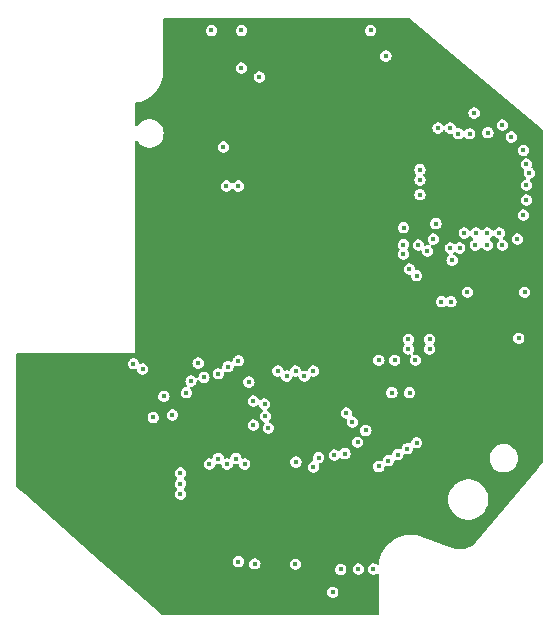
<source format=gbr>
%TF.GenerationSoftware,KiCad,Pcbnew,(7.0.0)*%
%TF.CreationDate,2023-05-27T11:20:30+01:00*%
%TF.ProjectId,left_main,6c656674-5f6d-4616-996e-2e6b69636164,rev?*%
%TF.SameCoordinates,Original*%
%TF.FileFunction,Copper,L2,Inr*%
%TF.FilePolarity,Positive*%
%FSLAX46Y46*%
G04 Gerber Fmt 4.6, Leading zero omitted, Abs format (unit mm)*
G04 Created by KiCad (PCBNEW (7.0.0)) date 2023-05-27 11:20:30*
%MOMM*%
%LPD*%
G01*
G04 APERTURE LIST*
%TA.AperFunction,ViaPad*%
%ADD10C,0.450000*%
%TD*%
G04 APERTURE END LIST*
D10*
%TO.N,+3V3*%
X82000000Y-52800000D03*
X72000000Y-77400000D03*
X78000000Y-46535000D03*
X81200000Y-52800000D03*
X76500000Y-32000000D03*
X65786000Y-33782000D03*
%TO.N,GND*%
X85563914Y-41079448D03*
X75400000Y-62750000D03*
X85547496Y-44527343D03*
X78000000Y-45400000D03*
X57100000Y-45600000D03*
X66862944Y-54912444D03*
X79500000Y-62750000D03*
X75400000Y-59150000D03*
X88126001Y-49771300D03*
X81367000Y-36507000D03*
X63000000Y-76600000D03*
X74200000Y-62000000D03*
X50300000Y-61900000D03*
X80200000Y-52800000D03*
X59815500Y-58420000D03*
X66294000Y-64516000D03*
X71200000Y-77400000D03*
X77705627Y-29840795D03*
X69900000Y-55000000D03*
X79500000Y-59150000D03*
X63000000Y-78200000D03*
X73000000Y-76600000D03*
X87750000Y-54902500D03*
X66000000Y-58400000D03*
X84328000Y-50800000D03*
X55800000Y-76200000D03*
X85630500Y-42740500D03*
X63800000Y-77300000D03*
X81930926Y-42490500D03*
X54700000Y-61900000D03*
X61000000Y-76600000D03*
X51850000Y-72650000D03*
X61000000Y-78200000D03*
X64262000Y-60500000D03*
X82124228Y-41046611D03*
X50300000Y-65500000D03*
X75000000Y-78200000D03*
X82132438Y-44527343D03*
X61214000Y-33274000D03*
X58100000Y-63800000D03*
X71100000Y-42900000D03*
X54700000Y-65500000D03*
X73000000Y-78200000D03*
X75000000Y-76600000D03*
X62738000Y-38100000D03*
X66657894Y-60100000D03*
X62738000Y-35052000D03*
X72129131Y-66802000D03*
X56500000Y-55000000D03*
%TO.N,Net-(U2-VDDCORE)*%
X79380500Y-42490500D03*
%TO.N,Net-(U2-PA00{slash}EINT0{slash}SERCOM1.0)*%
X80918500Y-38090500D03*
%TO.N,Net-(U2-PA01{slash}EINT1{slash}SERCOM1.1)*%
X81934500Y-38090500D03*
%TO.N,+BATT*%
X88250000Y-52000000D03*
%TO.N,VBUS*%
X72675900Y-75469900D03*
X83400000Y-52000000D03*
%TO.N,VDD*%
X82100000Y-49300000D03*
X79380500Y-41615500D03*
X83598000Y-38590500D03*
X88392000Y-42926000D03*
X80730500Y-46190500D03*
%TO.N,Net-(IC1-MICL)*%
X68100000Y-59100000D03*
%TO.N,Net-(IC1-MICR)*%
X69600000Y-59100000D03*
%TO.N,Net-(IC1-MICS)*%
X68850000Y-58674000D03*
%TO.N,Net-(IC1-MICACL)*%
X67355000Y-58674000D03*
%TO.N,Net-(IC1-MICACR)*%
X70358000Y-58674000D03*
%TO.N,/AOHPR*%
X64000000Y-43000000D03*
%TO.N,+1V8*%
X80200000Y-56800000D03*
X78400000Y-56800000D03*
X73025000Y-65659000D03*
X78400000Y-56000000D03*
X59600000Y-60500000D03*
X80200000Y-56000000D03*
%TO.N,/HP_driver_L/vneg*%
X60600000Y-58000000D03*
X70358000Y-66802000D03*
%TO.N,Net-(IC1-CPN)*%
X70806050Y-66000000D03*
%TO.N,Net-(IC1-CPP)*%
X72136000Y-65786000D03*
%TO.N,/FB_QMIC_R*%
X75900000Y-57750000D03*
%TO.N,/FB_IOP1_R*%
X77250000Y-57750000D03*
%TO.N,/FB_QOP1_R*%
X77000000Y-60500000D03*
%TO.N,/FB_IOP2_R*%
X79000000Y-57750000D03*
%TO.N,/FB_QOP2_R*%
X78500000Y-60500000D03*
%TO.N,/FF_QOP1_R*%
X68877500Y-66377500D03*
X59100000Y-69100000D03*
X73660000Y-62992000D03*
%TO.N,/FF_IOP1_R*%
X59100000Y-68200000D03*
%TO.N,/FF_QMIC_R*%
X59100000Y-67300000D03*
%TO.N,/FB_QMIC_L*%
X75900000Y-66750000D03*
%TO.N,/FB_IOP1_L*%
X76700000Y-66250000D03*
%TO.N,/FB_QOP1_L*%
X77500000Y-65750000D03*
%TO.N,/FB_IOP2_L*%
X78300000Y-65250000D03*
%TO.N,/AOHPL*%
X63000000Y-43000000D03*
%TO.N,Net-(IC2-MICL)*%
X63802500Y-66082500D03*
%TO.N,Net-(IC2-MICACL)*%
X64546428Y-66548000D03*
%TO.N,Net-(IC2-MICS)*%
X63052500Y-66548000D03*
%TO.N,Net-(IC2-MICACR)*%
X61550000Y-66548000D03*
%TO.N,Net-(IC2-CPN)*%
X61098041Y-59212687D03*
%TO.N,Net-(IC2-CPP)*%
X59996884Y-59517929D03*
%TO.N,Net-(IC2-MICR)*%
X62302500Y-66082500D03*
%TO.N,/FB_QOP2_L*%
X79100000Y-64750000D03*
%TO.N,/FF_QOP1_L*%
X58420000Y-62386405D03*
X62300000Y-58900000D03*
%TO.N,/FF_IOP1_L*%
X63125000Y-58300000D03*
%TO.N,/FF_QMIC_L*%
X64000000Y-57800000D03*
%TO.N,/AREF*%
X82630500Y-38590500D03*
%TO.N,Net-(U8-OUT)*%
X64262000Y-33020000D03*
%TO.N,Net-(IC1-LINR)*%
X66548000Y-63500000D03*
%TO.N,Net-(IC1-QLINR)*%
X66294000Y-62500000D03*
%TO.N,/I2C_SDA*%
X66228000Y-61468000D03*
X84063188Y-48006000D03*
X64900000Y-59600000D03*
X79100000Y-50600000D03*
%TO.N,/I2C_SCL*%
X78486000Y-50038000D03*
X83130500Y-46990500D03*
%TO.N,/HP_R_-*%
X73152000Y-62230000D03*
%TO.N,/HP_R_+*%
X74800000Y-63700000D03*
%TO.N,/audio_in_R*%
X74100000Y-64700000D03*
%TO.N,Net-(IC2-LINR)*%
X65278000Y-61214000D03*
%TO.N,Net-(IC2-QLINR)*%
X65278000Y-63246000D03*
%TO.N,/HP_L_-*%
X55900000Y-58500000D03*
%TO.N,/HP_L_+*%
X55118000Y-58054974D03*
%TO.N,/audio_in_L*%
X56800000Y-62600000D03*
X57700000Y-60800000D03*
X64000000Y-74800000D03*
%TO.N,/D2*%
X88392000Y-44196000D03*
X68834000Y-75021000D03*
X75438000Y-75438000D03*
%TO.N,/ANC_PBO*%
X84130500Y-46990500D03*
%TO.N,/ANC_OFF*%
X85090000Y-48006000D03*
%TO.N,/ANC_ON*%
X85090000Y-46990000D03*
%TO.N,/D10*%
X86360000Y-48006000D03*
%TO.N,/USB_D+*%
X81948000Y-48260000D03*
%TO.N,/USB_D-*%
X82748000Y-48260000D03*
%TO.N,/D11*%
X74168000Y-75438000D03*
X65400000Y-75000000D03*
X87630000Y-47498000D03*
%TO.N,/D3*%
X75205627Y-29840795D03*
%TO.N,/A4*%
X64262000Y-29840795D03*
%TO.N,/D13*%
X86106000Y-46990000D03*
%TO.N,/BAT_V_SENSE*%
X87108140Y-38852500D03*
%TO.N,Net-(U3-PROG)*%
X87750000Y-55902500D03*
%TO.N,/~{RESET}*%
X79380500Y-43740500D03*
X62738000Y-39700000D03*
%TO.N,/BM83_UART_RX*%
X80518000Y-47498000D03*
X88392000Y-41148000D03*
%TO.N,/BM83_UART_TX*%
X88646000Y-41910000D03*
X79248000Y-48006000D03*
%TO.N,/BM83_PROG_EN*%
X86360000Y-37846000D03*
X77978000Y-47960000D03*
%TO.N,/A2*%
X61722000Y-29840795D03*
%TO.N,/A3*%
X85130500Y-38490500D03*
X83966500Y-36820500D03*
%TO.N,/D4*%
X77978000Y-48768000D03*
X88138000Y-39990500D03*
%TO.N,/3V3_EN*%
X80010000Y-48514000D03*
X88138000Y-45466000D03*
%TD*%
%TA.AperFunction,Conductor*%
%TO.N,GND*%
G36*
X78387149Y-28759217D02*
G01*
X78424331Y-28780570D01*
X82122785Y-31864658D01*
X89725452Y-38204414D01*
X89729746Y-38207994D01*
X89762634Y-38250651D01*
X89774332Y-38303228D01*
X89774332Y-66353968D01*
X89766854Y-66396379D01*
X89745322Y-66433673D01*
X89256339Y-67016421D01*
X84131987Y-73123385D01*
X84126361Y-73129644D01*
X83965910Y-73296439D01*
X83953455Y-73307742D01*
X83775208Y-73448680D01*
X83761336Y-73458194D01*
X83565657Y-73573710D01*
X83550627Y-73581258D01*
X83341117Y-73669231D01*
X83325203Y-73674676D01*
X83105713Y-73733487D01*
X83089208Y-73736728D01*
X82863784Y-73765293D01*
X82846993Y-73766271D01*
X82619775Y-73764066D01*
X82603006Y-73762763D01*
X82378171Y-73729829D01*
X82361732Y-73726268D01*
X82139078Y-73661954D01*
X82131077Y-73659345D01*
X82097845Y-73647249D01*
X82098682Y-73644946D01*
X82098681Y-73644945D01*
X82097843Y-73647249D01*
X79517584Y-72708110D01*
X79517525Y-72708079D01*
X79517533Y-72708060D01*
X79374072Y-72655903D01*
X79370681Y-72655087D01*
X79080649Y-72585298D01*
X79080638Y-72585296D01*
X79077247Y-72584480D01*
X79073784Y-72584051D01*
X79073772Y-72584049D01*
X78777741Y-72547392D01*
X78777733Y-72547391D01*
X78774265Y-72546962D01*
X78770759Y-72546926D01*
X78472493Y-72543864D01*
X78468984Y-72543828D01*
X78465503Y-72544186D01*
X78465495Y-72544187D01*
X78168777Y-72574758D01*
X78168772Y-72574758D01*
X78165295Y-72575117D01*
X78161877Y-72575865D01*
X78161874Y-72575866D01*
X77870491Y-72639679D01*
X77870472Y-72639684D01*
X77867067Y-72640430D01*
X77863754Y-72641559D01*
X77863748Y-72641561D01*
X77581425Y-72737802D01*
X77581421Y-72737803D01*
X77578099Y-72738936D01*
X77574921Y-72740437D01*
X77574918Y-72740439D01*
X77305236Y-72867884D01*
X77305225Y-72867889D01*
X77302072Y-72869380D01*
X77299114Y-72871211D01*
X77299102Y-72871218D01*
X77045472Y-73028261D01*
X77045461Y-73028268D01*
X77042505Y-73030099D01*
X77039768Y-73032255D01*
X77039763Y-73032259D01*
X76805459Y-73216873D01*
X76805451Y-73216879D01*
X76802702Y-73219046D01*
X76800209Y-73221512D01*
X76800205Y-73221517D01*
X76588211Y-73431347D01*
X76588199Y-73431360D01*
X76585721Y-73433813D01*
X76583530Y-73436534D01*
X76583527Y-73436539D01*
X76396518Y-73668939D01*
X76396513Y-73668945D01*
X76394325Y-73671665D01*
X76392461Y-73674606D01*
X76392452Y-73674620D01*
X76334344Y-73766353D01*
X76230953Y-73929571D01*
X76229425Y-73932719D01*
X76229419Y-73932731D01*
X76115375Y-74167784D01*
X76097685Y-74204245D01*
X76096527Y-74207531D01*
X76096520Y-74207548D01*
X76017376Y-74432152D01*
X75996221Y-74492188D01*
X75995439Y-74495589D01*
X75995439Y-74495591D01*
X75928636Y-74786320D01*
X75928633Y-74786332D01*
X75927853Y-74789731D01*
X75927458Y-74793207D01*
X75927458Y-74793212D01*
X75908272Y-74962388D01*
X75885969Y-75020483D01*
X75838253Y-75060427D01*
X75777141Y-75072162D01*
X75718023Y-75052731D01*
X75645020Y-75005815D01*
X75645017Y-75005813D01*
X75637561Y-75001022D01*
X75629055Y-74998524D01*
X75629052Y-74998523D01*
X75550339Y-74975411D01*
X75506367Y-74962500D01*
X75369633Y-74962500D01*
X75361122Y-74964998D01*
X75361122Y-74964999D01*
X75246947Y-74998523D01*
X75246941Y-74998525D01*
X75238439Y-75001022D01*
X75230985Y-75005812D01*
X75230979Y-75005815D01*
X75130867Y-75070152D01*
X75130860Y-75070157D01*
X75123411Y-75074945D01*
X75117609Y-75081639D01*
X75117604Y-75081645D01*
X75039678Y-75171578D01*
X75039675Y-75171582D01*
X75033870Y-75178282D01*
X75030188Y-75186344D01*
X75030185Y-75186349D01*
X74982603Y-75290540D01*
X74977069Y-75302658D01*
X74975807Y-75311431D01*
X74975806Y-75311437D01*
X74968385Y-75363055D01*
X74957610Y-75438000D01*
X74958872Y-75446778D01*
X74975806Y-75564562D01*
X74975807Y-75564566D01*
X74977069Y-75573342D01*
X75033870Y-75697718D01*
X75039677Y-75704420D01*
X75039678Y-75704421D01*
X75117604Y-75794354D01*
X75117606Y-75794356D01*
X75123411Y-75801055D01*
X75130865Y-75805845D01*
X75130867Y-75805847D01*
X75230979Y-75870184D01*
X75238439Y-75874978D01*
X75369633Y-75913500D01*
X75497497Y-75913500D01*
X75506367Y-75913500D01*
X75637561Y-75874978D01*
X75702358Y-75833335D01*
X75764972Y-75813731D01*
X75828824Y-75828820D01*
X75876039Y-75874379D01*
X75893397Y-75937652D01*
X75893397Y-79226804D01*
X75876784Y-79288804D01*
X75831397Y-79334191D01*
X75769397Y-79350804D01*
X57585003Y-79350804D01*
X57541197Y-79342808D01*
X57503039Y-79319852D01*
X55323548Y-77400000D01*
X71519610Y-77400000D01*
X71520872Y-77408778D01*
X71537806Y-77526562D01*
X71537807Y-77526566D01*
X71539069Y-77535342D01*
X71595870Y-77659718D01*
X71601677Y-77666420D01*
X71601678Y-77666421D01*
X71679604Y-77756354D01*
X71679606Y-77756356D01*
X71685411Y-77763055D01*
X71692865Y-77767845D01*
X71692867Y-77767847D01*
X71792979Y-77832184D01*
X71800439Y-77836978D01*
X71931633Y-77875500D01*
X72059497Y-77875500D01*
X72068367Y-77875500D01*
X72199561Y-77836978D01*
X72314589Y-77763055D01*
X72404130Y-77659718D01*
X72460931Y-77535342D01*
X72480390Y-77400000D01*
X72460931Y-77264658D01*
X72404130Y-77140282D01*
X72314589Y-77036945D01*
X72307135Y-77032154D01*
X72307132Y-77032152D01*
X72207020Y-76967815D01*
X72207017Y-76967813D01*
X72199561Y-76963022D01*
X72191055Y-76960524D01*
X72191052Y-76960523D01*
X72112339Y-76937411D01*
X72068367Y-76924500D01*
X71931633Y-76924500D01*
X71923122Y-76926998D01*
X71923122Y-76926999D01*
X71808947Y-76960523D01*
X71808941Y-76960525D01*
X71800439Y-76963022D01*
X71792985Y-76967812D01*
X71792979Y-76967815D01*
X71692867Y-77032152D01*
X71692860Y-77032157D01*
X71685411Y-77036945D01*
X71679609Y-77043639D01*
X71679604Y-77043645D01*
X71601678Y-77133578D01*
X71601675Y-77133582D01*
X71595870Y-77140282D01*
X71592188Y-77148344D01*
X71592185Y-77148349D01*
X71542754Y-77256588D01*
X71539069Y-77264658D01*
X71537807Y-77273431D01*
X71537806Y-77273437D01*
X71520872Y-77391222D01*
X71519610Y-77400000D01*
X55323548Y-77400000D01*
X52371926Y-74800000D01*
X63519610Y-74800000D01*
X63520872Y-74808778D01*
X63537806Y-74926562D01*
X63537807Y-74926566D01*
X63539069Y-74935342D01*
X63542753Y-74943410D01*
X63542754Y-74943411D01*
X63583632Y-75032922D01*
X63595870Y-75059718D01*
X63601677Y-75066420D01*
X63601678Y-75066421D01*
X63679604Y-75156354D01*
X63679606Y-75156356D01*
X63685411Y-75163055D01*
X63692865Y-75167845D01*
X63692867Y-75167847D01*
X63792979Y-75232184D01*
X63800439Y-75236978D01*
X63931633Y-75275500D01*
X64059497Y-75275500D01*
X64068367Y-75275500D01*
X64199561Y-75236978D01*
X64314589Y-75163055D01*
X64404130Y-75059718D01*
X64431402Y-75000000D01*
X64919610Y-75000000D01*
X64920872Y-75008778D01*
X64937806Y-75126562D01*
X64937807Y-75126566D01*
X64939069Y-75135342D01*
X64942753Y-75143410D01*
X64942754Y-75143411D01*
X64986625Y-75239476D01*
X64995870Y-75259718D01*
X65001677Y-75266420D01*
X65001678Y-75266421D01*
X65079604Y-75356354D01*
X65079606Y-75356356D01*
X65085411Y-75363055D01*
X65092865Y-75367845D01*
X65092867Y-75367847D01*
X65188370Y-75429222D01*
X65200439Y-75436978D01*
X65331633Y-75475500D01*
X65459497Y-75475500D01*
X65468367Y-75475500D01*
X65599561Y-75436978D01*
X65714589Y-75363055D01*
X65804130Y-75259718D01*
X65860931Y-75135342D01*
X65877371Y-75021000D01*
X68353610Y-75021000D01*
X68354872Y-75029778D01*
X68371806Y-75147562D01*
X68371807Y-75147566D01*
X68373069Y-75156342D01*
X68376753Y-75164410D01*
X68376754Y-75164411D01*
X68423340Y-75266421D01*
X68429870Y-75280718D01*
X68435677Y-75287420D01*
X68435678Y-75287421D01*
X68513604Y-75377354D01*
X68513606Y-75377356D01*
X68519411Y-75384055D01*
X68526865Y-75388845D01*
X68526867Y-75388847D01*
X68589693Y-75429222D01*
X68634439Y-75457978D01*
X68765633Y-75496500D01*
X68893497Y-75496500D01*
X68902367Y-75496500D01*
X68992958Y-75469900D01*
X72195510Y-75469900D01*
X72196772Y-75478678D01*
X72213706Y-75596462D01*
X72213707Y-75596466D01*
X72214969Y-75605242D01*
X72218653Y-75613310D01*
X72218654Y-75613311D01*
X72260262Y-75704421D01*
X72271770Y-75729618D01*
X72277577Y-75736320D01*
X72277578Y-75736321D01*
X72355504Y-75826254D01*
X72355506Y-75826256D01*
X72361311Y-75832955D01*
X72368765Y-75837745D01*
X72368767Y-75837747D01*
X72426701Y-75874978D01*
X72476339Y-75906878D01*
X72607533Y-75945400D01*
X72735397Y-75945400D01*
X72744267Y-75945400D01*
X72875461Y-75906878D01*
X72990489Y-75832955D01*
X73080030Y-75729618D01*
X73136831Y-75605242D01*
X73156290Y-75469900D01*
X73151704Y-75438000D01*
X73687610Y-75438000D01*
X73688872Y-75446778D01*
X73705806Y-75564562D01*
X73705807Y-75564566D01*
X73707069Y-75573342D01*
X73763870Y-75697718D01*
X73769677Y-75704420D01*
X73769678Y-75704421D01*
X73847604Y-75794354D01*
X73847606Y-75794356D01*
X73853411Y-75801055D01*
X73860865Y-75805845D01*
X73860867Y-75805847D01*
X73960979Y-75870184D01*
X73968439Y-75874978D01*
X74099633Y-75913500D01*
X74227497Y-75913500D01*
X74236367Y-75913500D01*
X74367561Y-75874978D01*
X74482589Y-75801055D01*
X74572130Y-75697718D01*
X74628931Y-75573342D01*
X74648390Y-75438000D01*
X74628931Y-75302658D01*
X74572130Y-75178282D01*
X74558936Y-75163055D01*
X74488395Y-75081645D01*
X74488393Y-75081643D01*
X74482589Y-75074945D01*
X74475135Y-75070154D01*
X74475132Y-75070152D01*
X74375020Y-75005815D01*
X74375017Y-75005813D01*
X74367561Y-75001022D01*
X74359055Y-74998524D01*
X74359052Y-74998523D01*
X74280339Y-74975411D01*
X74236367Y-74962500D01*
X74099633Y-74962500D01*
X74091122Y-74964998D01*
X74091122Y-74964999D01*
X73976947Y-74998523D01*
X73976941Y-74998525D01*
X73968439Y-75001022D01*
X73960985Y-75005812D01*
X73960979Y-75005815D01*
X73860867Y-75070152D01*
X73860860Y-75070157D01*
X73853411Y-75074945D01*
X73847609Y-75081639D01*
X73847604Y-75081645D01*
X73769678Y-75171578D01*
X73769675Y-75171582D01*
X73763870Y-75178282D01*
X73760188Y-75186344D01*
X73760185Y-75186349D01*
X73712603Y-75290540D01*
X73707069Y-75302658D01*
X73705807Y-75311431D01*
X73705806Y-75311437D01*
X73698385Y-75363055D01*
X73687610Y-75438000D01*
X73151704Y-75438000D01*
X73136831Y-75334558D01*
X73080030Y-75210182D01*
X73039195Y-75163055D01*
X72996295Y-75113545D01*
X72996293Y-75113543D01*
X72990489Y-75106845D01*
X72983035Y-75102054D01*
X72983032Y-75102052D01*
X72882920Y-75037715D01*
X72882917Y-75037713D01*
X72875461Y-75032922D01*
X72866955Y-75030424D01*
X72866952Y-75030423D01*
X72766819Y-75001022D01*
X72744267Y-74994400D01*
X72607533Y-74994400D01*
X72599022Y-74996898D01*
X72599022Y-74996899D01*
X72484847Y-75030423D01*
X72484841Y-75030425D01*
X72476339Y-75032922D01*
X72468885Y-75037712D01*
X72468879Y-75037715D01*
X72368767Y-75102052D01*
X72368760Y-75102057D01*
X72361311Y-75106845D01*
X72355509Y-75113539D01*
X72355504Y-75113545D01*
X72277578Y-75203478D01*
X72277575Y-75203482D01*
X72271770Y-75210182D01*
X72268088Y-75218244D01*
X72268085Y-75218249D01*
X72229537Y-75302658D01*
X72214969Y-75334558D01*
X72213707Y-75343331D01*
X72213706Y-75343337D01*
X72200243Y-75436978D01*
X72195510Y-75469900D01*
X68992958Y-75469900D01*
X69033561Y-75457978D01*
X69148589Y-75384055D01*
X69238130Y-75280718D01*
X69294931Y-75156342D01*
X69314390Y-75021000D01*
X69294931Y-74885658D01*
X69238130Y-74761282D01*
X69148589Y-74657945D01*
X69141135Y-74653154D01*
X69141132Y-74653152D01*
X69041020Y-74588815D01*
X69041017Y-74588813D01*
X69033561Y-74584022D01*
X69025055Y-74581524D01*
X69025052Y-74581523D01*
X68946339Y-74558411D01*
X68902367Y-74545500D01*
X68765633Y-74545500D01*
X68757122Y-74547998D01*
X68757122Y-74547999D01*
X68642947Y-74581523D01*
X68642941Y-74581525D01*
X68634439Y-74584022D01*
X68626985Y-74588812D01*
X68626979Y-74588815D01*
X68526867Y-74653152D01*
X68526860Y-74653157D01*
X68519411Y-74657945D01*
X68513609Y-74664639D01*
X68513604Y-74664645D01*
X68435678Y-74754578D01*
X68435675Y-74754582D01*
X68429870Y-74761282D01*
X68426188Y-74769344D01*
X68426185Y-74769349D01*
X68382659Y-74864658D01*
X68373069Y-74885658D01*
X68371807Y-74894431D01*
X68371806Y-74894437D01*
X68357891Y-74991222D01*
X68353610Y-75021000D01*
X65877371Y-75021000D01*
X65880390Y-75000000D01*
X65860931Y-74864658D01*
X65804130Y-74740282D01*
X65746209Y-74673437D01*
X65720395Y-74643645D01*
X65720393Y-74643643D01*
X65714589Y-74636945D01*
X65707135Y-74632154D01*
X65707132Y-74632152D01*
X65607020Y-74567815D01*
X65607017Y-74567813D01*
X65599561Y-74563022D01*
X65591055Y-74560524D01*
X65591052Y-74560523D01*
X65499284Y-74533578D01*
X65468367Y-74524500D01*
X65331633Y-74524500D01*
X65323122Y-74526998D01*
X65323122Y-74526999D01*
X65208947Y-74560523D01*
X65208941Y-74560525D01*
X65200439Y-74563022D01*
X65192985Y-74567812D01*
X65192979Y-74567815D01*
X65092867Y-74632152D01*
X65092860Y-74632157D01*
X65085411Y-74636945D01*
X65079609Y-74643639D01*
X65079604Y-74643645D01*
X65001678Y-74733578D01*
X65001675Y-74733582D01*
X64995870Y-74740282D01*
X64992188Y-74748344D01*
X64992185Y-74748349D01*
X64942754Y-74856588D01*
X64939069Y-74864658D01*
X64937807Y-74873431D01*
X64937806Y-74873437D01*
X64924642Y-74964999D01*
X64919610Y-75000000D01*
X64431402Y-75000000D01*
X64460931Y-74935342D01*
X64480390Y-74800000D01*
X64460931Y-74664658D01*
X64404130Y-74540282D01*
X64390455Y-74524500D01*
X64320395Y-74443645D01*
X64320393Y-74443643D01*
X64314589Y-74436945D01*
X64307135Y-74432154D01*
X64307132Y-74432152D01*
X64207020Y-74367815D01*
X64207017Y-74367813D01*
X64199561Y-74363022D01*
X64191055Y-74360524D01*
X64191052Y-74360523D01*
X64112339Y-74337411D01*
X64068367Y-74324500D01*
X63931633Y-74324500D01*
X63923122Y-74326998D01*
X63923122Y-74326999D01*
X63808947Y-74360523D01*
X63808941Y-74360525D01*
X63800439Y-74363022D01*
X63792985Y-74367812D01*
X63792979Y-74367815D01*
X63692867Y-74432152D01*
X63692860Y-74432157D01*
X63685411Y-74436945D01*
X63679609Y-74443639D01*
X63679604Y-74443645D01*
X63601678Y-74533578D01*
X63601675Y-74533582D01*
X63595870Y-74540282D01*
X63592188Y-74548344D01*
X63592185Y-74548349D01*
X63542754Y-74656588D01*
X63539069Y-74664658D01*
X63537807Y-74673431D01*
X63537806Y-74673437D01*
X63524017Y-74769349D01*
X63519610Y-74800000D01*
X52371926Y-74800000D01*
X45901063Y-69100000D01*
X58619610Y-69100000D01*
X58620872Y-69108778D01*
X58637806Y-69226562D01*
X58637807Y-69226566D01*
X58639069Y-69235342D01*
X58642753Y-69243410D01*
X58642754Y-69243411D01*
X58680310Y-69325648D01*
X58695870Y-69359718D01*
X58701677Y-69366420D01*
X58701678Y-69366421D01*
X58779604Y-69456354D01*
X58779606Y-69456356D01*
X58785411Y-69463055D01*
X58792865Y-69467845D01*
X58792867Y-69467847D01*
X58892979Y-69532184D01*
X58900439Y-69536978D01*
X59031633Y-69575500D01*
X59159497Y-69575500D01*
X59168367Y-69575500D01*
X59250771Y-69551304D01*
X81769564Y-69551304D01*
X81788610Y-69805461D01*
X81845324Y-70053941D01*
X81938439Y-70291192D01*
X82065873Y-70511916D01*
X82224782Y-70711181D01*
X82411615Y-70884536D01*
X82622198Y-71028109D01*
X82851828Y-71138693D01*
X82856256Y-71140058D01*
X82856259Y-71140060D01*
X82956408Y-71170951D01*
X83095374Y-71213817D01*
X83347397Y-71251804D01*
X83597632Y-71251804D01*
X83602267Y-71251804D01*
X83854290Y-71213817D01*
X84097836Y-71138693D01*
X84327466Y-71028109D01*
X84538049Y-70884536D01*
X84724882Y-70711181D01*
X84883791Y-70511916D01*
X85011225Y-70291192D01*
X85104340Y-70053941D01*
X85161054Y-69805461D01*
X85180100Y-69551304D01*
X85161054Y-69297147D01*
X85104340Y-69048667D01*
X85011225Y-68811416D01*
X84883791Y-68590692D01*
X84724882Y-68391427D01*
X84538049Y-68218072D01*
X84327466Y-68074499D01*
X84307031Y-68064658D01*
X84102015Y-67965927D01*
X84102009Y-67965924D01*
X84097836Y-67963915D01*
X84093414Y-67962551D01*
X84093404Y-67962547D01*
X83858723Y-67890158D01*
X83858718Y-67890156D01*
X83854290Y-67888791D01*
X83849710Y-67888100D01*
X83849703Y-67888099D01*
X83606850Y-67851494D01*
X83606839Y-67851493D01*
X83602267Y-67850804D01*
X83347397Y-67850804D01*
X83342825Y-67851493D01*
X83342813Y-67851494D01*
X83099960Y-67888099D01*
X83099950Y-67888101D01*
X83095374Y-67888791D01*
X83090948Y-67890155D01*
X83090940Y-67890158D01*
X82856259Y-67962547D01*
X82856244Y-67962552D01*
X82851828Y-67963915D01*
X82847659Y-67965922D01*
X82847648Y-67965927D01*
X82626383Y-68072483D01*
X82626376Y-68072486D01*
X82622198Y-68074499D01*
X82411615Y-68218072D01*
X82408223Y-68221218D01*
X82408217Y-68221224D01*
X82294690Y-68326562D01*
X82224782Y-68391427D01*
X82221892Y-68395049D01*
X82221889Y-68395054D01*
X82079269Y-68573894D01*
X82065873Y-68590692D01*
X82063554Y-68594707D01*
X82063553Y-68594710D01*
X81940760Y-68807395D01*
X81940757Y-68807400D01*
X81938439Y-68811416D01*
X81936745Y-68815730D01*
X81936743Y-68815736D01*
X81847021Y-69044342D01*
X81845324Y-69048667D01*
X81844291Y-69053188D01*
X81844290Y-69053195D01*
X81789641Y-69292627D01*
X81789639Y-69292635D01*
X81788610Y-69297147D01*
X81788263Y-69301766D01*
X81788263Y-69301772D01*
X81776679Y-69456354D01*
X81769564Y-69551304D01*
X59250771Y-69551304D01*
X59299561Y-69536978D01*
X59414589Y-69463055D01*
X59504130Y-69359718D01*
X59560931Y-69235342D01*
X59580390Y-69100000D01*
X59560931Y-68964658D01*
X59504130Y-68840282D01*
X59414589Y-68736945D01*
X59414589Y-68736944D01*
X59415084Y-68736515D01*
X59388880Y-68701512D01*
X59377674Y-68650000D01*
X59388880Y-68598488D01*
X59415084Y-68563484D01*
X59414589Y-68563055D01*
X59448662Y-68523732D01*
X59504130Y-68459718D01*
X59560931Y-68335342D01*
X59576350Y-68228094D01*
X59579128Y-68208778D01*
X59580390Y-68200000D01*
X59560931Y-68064658D01*
X59504130Y-67940282D01*
X59414589Y-67836945D01*
X59415084Y-67836515D01*
X59388880Y-67801512D01*
X59377674Y-67750000D01*
X59388880Y-67698488D01*
X59415084Y-67663484D01*
X59414589Y-67663055D01*
X59414588Y-67663055D01*
X59504130Y-67559718D01*
X59560931Y-67435342D01*
X59580390Y-67300000D01*
X59560931Y-67164658D01*
X59504130Y-67040282D01*
X59495654Y-67030500D01*
X59420395Y-66943645D01*
X59420393Y-66943643D01*
X59414589Y-66936945D01*
X59407135Y-66932154D01*
X59407132Y-66932152D01*
X59307020Y-66867815D01*
X59307017Y-66867813D01*
X59299561Y-66863022D01*
X59291055Y-66860524D01*
X59291052Y-66860523D01*
X59189683Y-66830759D01*
X59168367Y-66824500D01*
X59031633Y-66824500D01*
X59023122Y-66826998D01*
X59023122Y-66826999D01*
X58908947Y-66860523D01*
X58908941Y-66860525D01*
X58900439Y-66863022D01*
X58892985Y-66867812D01*
X58892979Y-66867815D01*
X58792867Y-66932152D01*
X58792860Y-66932157D01*
X58785411Y-66936945D01*
X58779609Y-66943639D01*
X58779604Y-66943645D01*
X58701678Y-67033578D01*
X58701675Y-67033582D01*
X58695870Y-67040282D01*
X58692188Y-67048344D01*
X58692185Y-67048349D01*
X58654645Y-67130551D01*
X58639069Y-67164658D01*
X58637807Y-67173431D01*
X58637806Y-67173437D01*
X58628024Y-67241476D01*
X58619610Y-67300000D01*
X58620872Y-67308778D01*
X58637806Y-67426562D01*
X58637807Y-67426566D01*
X58639069Y-67435342D01*
X58695870Y-67559718D01*
X58701677Y-67566420D01*
X58701678Y-67566421D01*
X58785411Y-67663055D01*
X58784425Y-67663908D01*
X58817300Y-67715056D01*
X58817306Y-67784921D01*
X58784428Y-67836093D01*
X58785411Y-67836945D01*
X58701678Y-67933578D01*
X58701675Y-67933582D01*
X58695870Y-67940282D01*
X58692188Y-67948344D01*
X58692185Y-67948349D01*
X58642754Y-68056588D01*
X58639069Y-68064658D01*
X58637807Y-68073431D01*
X58637806Y-68073437D01*
X58620872Y-68191222D01*
X58619610Y-68200000D01*
X58620872Y-68208778D01*
X58637806Y-68326562D01*
X58637807Y-68326566D01*
X58639069Y-68335342D01*
X58642753Y-68343410D01*
X58642754Y-68343411D01*
X58680427Y-68425904D01*
X58695870Y-68459718D01*
X58701677Y-68466420D01*
X58701678Y-68466421D01*
X58785411Y-68563055D01*
X58784426Y-68563907D01*
X58817303Y-68615067D01*
X58817303Y-68684933D01*
X58784426Y-68736092D01*
X58785411Y-68736945D01*
X58701678Y-68833578D01*
X58701675Y-68833582D01*
X58695870Y-68840282D01*
X58692188Y-68848344D01*
X58692185Y-68848349D01*
X58642754Y-68956588D01*
X58639069Y-68964658D01*
X58637807Y-68973431D01*
X58637806Y-68973437D01*
X58627612Y-69044342D01*
X58619610Y-69100000D01*
X45901063Y-69100000D01*
X45217368Y-68497752D01*
X45186329Y-68455756D01*
X45175332Y-68404704D01*
X45175332Y-66548000D01*
X61069610Y-66548000D01*
X61070872Y-66556778D01*
X61087806Y-66674562D01*
X61087807Y-66674566D01*
X61089069Y-66683342D01*
X61092753Y-66691410D01*
X61092754Y-66691411D01*
X61139249Y-66793222D01*
X61145870Y-66807718D01*
X61151677Y-66814420D01*
X61151678Y-66814421D01*
X61229604Y-66904354D01*
X61229606Y-66904356D01*
X61235411Y-66911055D01*
X61242865Y-66915845D01*
X61242867Y-66915847D01*
X61342979Y-66980184D01*
X61350439Y-66984978D01*
X61481633Y-67023500D01*
X61609497Y-67023500D01*
X61618367Y-67023500D01*
X61749561Y-66984978D01*
X61864589Y-66911055D01*
X61954130Y-66807718D01*
X62010931Y-66683342D01*
X62016897Y-66641840D01*
X62035318Y-66592449D01*
X62072595Y-66555172D01*
X62121988Y-66536749D01*
X62174566Y-66540509D01*
X62234133Y-66558000D01*
X62361997Y-66558000D01*
X62370867Y-66558000D01*
X62428032Y-66541214D01*
X62480611Y-66537454D01*
X62530004Y-66555876D01*
X62567280Y-66593152D01*
X62585703Y-66642544D01*
X62590306Y-66674563D01*
X62590307Y-66674568D01*
X62591569Y-66683342D01*
X62595253Y-66691410D01*
X62595254Y-66691411D01*
X62641749Y-66793222D01*
X62648370Y-66807718D01*
X62654177Y-66814420D01*
X62654178Y-66814421D01*
X62732104Y-66904354D01*
X62732106Y-66904356D01*
X62737911Y-66911055D01*
X62745365Y-66915845D01*
X62745367Y-66915847D01*
X62845479Y-66980184D01*
X62852939Y-66984978D01*
X62984133Y-67023500D01*
X63111997Y-67023500D01*
X63120867Y-67023500D01*
X63252061Y-66984978D01*
X63367089Y-66911055D01*
X63456630Y-66807718D01*
X63513431Y-66683342D01*
X63519297Y-66642544D01*
X63537718Y-66593154D01*
X63574994Y-66555877D01*
X63624387Y-66537454D01*
X63676968Y-66541214D01*
X63734133Y-66558000D01*
X63861997Y-66558000D01*
X63870867Y-66558000D01*
X63922204Y-66542926D01*
X63992073Y-66542926D01*
X64050852Y-66580700D01*
X64079877Y-66644255D01*
X64084234Y-66674563D01*
X64084235Y-66674568D01*
X64085497Y-66683342D01*
X64089181Y-66691410D01*
X64089182Y-66691411D01*
X64135677Y-66793222D01*
X64142298Y-66807718D01*
X64148105Y-66814420D01*
X64148106Y-66814421D01*
X64226032Y-66904354D01*
X64226034Y-66904356D01*
X64231839Y-66911055D01*
X64239293Y-66915845D01*
X64239295Y-66915847D01*
X64339407Y-66980184D01*
X64346867Y-66984978D01*
X64478061Y-67023500D01*
X64605925Y-67023500D01*
X64614795Y-67023500D01*
X64745989Y-66984978D01*
X64861017Y-66911055D01*
X64950558Y-66807718D01*
X65007359Y-66683342D01*
X65026818Y-66548000D01*
X65007359Y-66412658D01*
X64991303Y-66377500D01*
X68397110Y-66377500D01*
X68398372Y-66386278D01*
X68415306Y-66504062D01*
X68415307Y-66504066D01*
X68416569Y-66512842D01*
X68420253Y-66520910D01*
X68420254Y-66520911D01*
X68464523Y-66617847D01*
X68473370Y-66637218D01*
X68479177Y-66643920D01*
X68479178Y-66643921D01*
X68557104Y-66733854D01*
X68557106Y-66733856D01*
X68562911Y-66740555D01*
X68570365Y-66745345D01*
X68570367Y-66745347D01*
X68667420Y-66807718D01*
X68677939Y-66814478D01*
X68809133Y-66853000D01*
X68936997Y-66853000D01*
X68945867Y-66853000D01*
X69077061Y-66814478D01*
X69096477Y-66802000D01*
X69877610Y-66802000D01*
X69878872Y-66810778D01*
X69895806Y-66928562D01*
X69895807Y-66928566D01*
X69897069Y-66937342D01*
X69900753Y-66945410D01*
X69900754Y-66945411D01*
X69947764Y-67048349D01*
X69953870Y-67061718D01*
X69959677Y-67068420D01*
X69959678Y-67068421D01*
X70037604Y-67158354D01*
X70037606Y-67158356D01*
X70043411Y-67165055D01*
X70050865Y-67169845D01*
X70050867Y-67169847D01*
X70150979Y-67234184D01*
X70158439Y-67238978D01*
X70289633Y-67277500D01*
X70417497Y-67277500D01*
X70426367Y-67277500D01*
X70557561Y-67238978D01*
X70672589Y-67165055D01*
X70762130Y-67061718D01*
X70818931Y-66937342D01*
X70838390Y-66802000D01*
X70830914Y-66750000D01*
X75419610Y-66750000D01*
X75420872Y-66758778D01*
X75437806Y-66876562D01*
X75437807Y-66876566D01*
X75439069Y-66885342D01*
X75442753Y-66893410D01*
X75442754Y-66893411D01*
X75484571Y-66984978D01*
X75495870Y-67009718D01*
X75501677Y-67016420D01*
X75501678Y-67016421D01*
X75579604Y-67106354D01*
X75579606Y-67106356D01*
X75585411Y-67113055D01*
X75592865Y-67117845D01*
X75592867Y-67117847D01*
X75692979Y-67182184D01*
X75700439Y-67186978D01*
X75831633Y-67225500D01*
X75959497Y-67225500D01*
X75968367Y-67225500D01*
X76099561Y-67186978D01*
X76214589Y-67113055D01*
X76304130Y-67009718D01*
X76360931Y-66885342D01*
X76373581Y-66797356D01*
X76392003Y-66747964D01*
X76429279Y-66710688D01*
X76478672Y-66692265D01*
X76531253Y-66696025D01*
X76631633Y-66725500D01*
X76759497Y-66725500D01*
X76768367Y-66725500D01*
X76899561Y-66686978D01*
X77014589Y-66613055D01*
X77104130Y-66509718D01*
X77160931Y-66385342D01*
X77173581Y-66297356D01*
X77192003Y-66247964D01*
X77229279Y-66210688D01*
X77278672Y-66192265D01*
X77331253Y-66196025D01*
X77431633Y-66225500D01*
X77559497Y-66225500D01*
X77568367Y-66225500D01*
X77699561Y-66186978D01*
X77814589Y-66113055D01*
X77868096Y-66051304D01*
X85269189Y-66051304D01*
X85269718Y-66057013D01*
X85288434Y-66259000D01*
X85289717Y-66272840D01*
X85291286Y-66278354D01*
X85349033Y-66481317D01*
X85349036Y-66481325D01*
X85350603Y-66486832D01*
X85353155Y-66491957D01*
X85353157Y-66491962D01*
X85447219Y-66680863D01*
X85447221Y-66680867D01*
X85449774Y-66685993D01*
X85453223Y-66690560D01*
X85453226Y-66690565D01*
X85580393Y-66858962D01*
X85580398Y-66858967D01*
X85583851Y-66863540D01*
X85588087Y-66867401D01*
X85588091Y-66867406D01*
X85664372Y-66936945D01*
X85748270Y-67013428D01*
X85937431Y-67130551D01*
X86144892Y-67210922D01*
X86363589Y-67251804D01*
X86580346Y-67251804D01*
X86586075Y-67251804D01*
X86804772Y-67210922D01*
X87012233Y-67130551D01*
X87201394Y-67013428D01*
X87365813Y-66863540D01*
X87499890Y-66685993D01*
X87599061Y-66486832D01*
X87659947Y-66272840D01*
X87680475Y-66051304D01*
X87659947Y-65829768D01*
X87603720Y-65632152D01*
X87600630Y-65621290D01*
X87600629Y-65621288D01*
X87599061Y-65615776D01*
X87499890Y-65416615D01*
X87482544Y-65393645D01*
X87369270Y-65243645D01*
X87369266Y-65243641D01*
X87365813Y-65239068D01*
X87361576Y-65235205D01*
X87361572Y-65235201D01*
X87205628Y-65093040D01*
X87205629Y-65093040D01*
X87201394Y-65089180D01*
X87196524Y-65086165D01*
X87196522Y-65086163D01*
X87054696Y-64998349D01*
X87012233Y-64972057D01*
X86980382Y-64959718D01*
X86810118Y-64893757D01*
X86810117Y-64893756D01*
X86804772Y-64891686D01*
X86799134Y-64890632D01*
X86591704Y-64851856D01*
X86591701Y-64851855D01*
X86586075Y-64850804D01*
X86363589Y-64850804D01*
X86357963Y-64851855D01*
X86357959Y-64851856D01*
X86150529Y-64890632D01*
X86150526Y-64890632D01*
X86144892Y-64891686D01*
X86139549Y-64893755D01*
X86139545Y-64893757D01*
X85942773Y-64969987D01*
X85942768Y-64969989D01*
X85937431Y-64972057D01*
X85932559Y-64975073D01*
X85932556Y-64975075D01*
X85753141Y-65086163D01*
X85753133Y-65086168D01*
X85748270Y-65089180D01*
X85744039Y-65093036D01*
X85744035Y-65093040D01*
X85588091Y-65235201D01*
X85588081Y-65235211D01*
X85583851Y-65239068D01*
X85580402Y-65243634D01*
X85580393Y-65243645D01*
X85453226Y-65412042D01*
X85453219Y-65412052D01*
X85449774Y-65416615D01*
X85447224Y-65421735D01*
X85447219Y-65421744D01*
X85353157Y-65610645D01*
X85353153Y-65610653D01*
X85350603Y-65615776D01*
X85349037Y-65621279D01*
X85349033Y-65621290D01*
X85293612Y-65816078D01*
X85289717Y-65829768D01*
X85289188Y-65835473D01*
X85289188Y-65835475D01*
X85280484Y-65929411D01*
X85269189Y-66051304D01*
X77868096Y-66051304D01*
X77904130Y-66009718D01*
X77960931Y-65885342D01*
X77973581Y-65797356D01*
X77992003Y-65747964D01*
X78029279Y-65710688D01*
X78078672Y-65692265D01*
X78131253Y-65696025D01*
X78231633Y-65725500D01*
X78359497Y-65725500D01*
X78368367Y-65725500D01*
X78499561Y-65686978D01*
X78614589Y-65613055D01*
X78704130Y-65509718D01*
X78760931Y-65385342D01*
X78773581Y-65297356D01*
X78792003Y-65247964D01*
X78829279Y-65210688D01*
X78878672Y-65192265D01*
X78931253Y-65196025D01*
X79031633Y-65225500D01*
X79159497Y-65225500D01*
X79168367Y-65225500D01*
X79299561Y-65186978D01*
X79414589Y-65113055D01*
X79504130Y-65009718D01*
X79560931Y-64885342D01*
X79580390Y-64750000D01*
X79560931Y-64614658D01*
X79504130Y-64490282D01*
X79460805Y-64440282D01*
X79420395Y-64393645D01*
X79420393Y-64393643D01*
X79414589Y-64386945D01*
X79407135Y-64382154D01*
X79407132Y-64382152D01*
X79307020Y-64317815D01*
X79307017Y-64317813D01*
X79299561Y-64313022D01*
X79291055Y-64310524D01*
X79291052Y-64310523D01*
X79212339Y-64287411D01*
X79168367Y-64274500D01*
X79031633Y-64274500D01*
X79023122Y-64276998D01*
X79023122Y-64276999D01*
X78908947Y-64310523D01*
X78908941Y-64310525D01*
X78900439Y-64313022D01*
X78892985Y-64317812D01*
X78892979Y-64317815D01*
X78792867Y-64382152D01*
X78792860Y-64382157D01*
X78785411Y-64386945D01*
X78779609Y-64393639D01*
X78779604Y-64393645D01*
X78701678Y-64483578D01*
X78701675Y-64483582D01*
X78695870Y-64490282D01*
X78692188Y-64498344D01*
X78692185Y-64498349D01*
X78661903Y-64564658D01*
X78639069Y-64614658D01*
X78637807Y-64623429D01*
X78637806Y-64623436D01*
X78626418Y-64702644D01*
X78597393Y-64766199D01*
X78538615Y-64803973D01*
X78468746Y-64803973D01*
X78376880Y-64776999D01*
X78376875Y-64776998D01*
X78368367Y-64774500D01*
X78231633Y-64774500D01*
X78223122Y-64776998D01*
X78223122Y-64776999D01*
X78108947Y-64810523D01*
X78108941Y-64810525D01*
X78100439Y-64813022D01*
X78092985Y-64817812D01*
X78092979Y-64817815D01*
X77992867Y-64882152D01*
X77992860Y-64882157D01*
X77985411Y-64886945D01*
X77979609Y-64893639D01*
X77979604Y-64893645D01*
X77901678Y-64983578D01*
X77901675Y-64983582D01*
X77895870Y-64990282D01*
X77892188Y-64998344D01*
X77892185Y-64998349D01*
X77842861Y-65106354D01*
X77839069Y-65114658D01*
X77837807Y-65123429D01*
X77837806Y-65123436D01*
X77826418Y-65202644D01*
X77797393Y-65266199D01*
X77738615Y-65303973D01*
X77668746Y-65303973D01*
X77576880Y-65276999D01*
X77576875Y-65276998D01*
X77568367Y-65274500D01*
X77431633Y-65274500D01*
X77423122Y-65276998D01*
X77423122Y-65276999D01*
X77308947Y-65310523D01*
X77308941Y-65310525D01*
X77300439Y-65313022D01*
X77292985Y-65317812D01*
X77292979Y-65317815D01*
X77192867Y-65382152D01*
X77192860Y-65382157D01*
X77185411Y-65386945D01*
X77179609Y-65393639D01*
X77179604Y-65393645D01*
X77101678Y-65483578D01*
X77101675Y-65483582D01*
X77095870Y-65490282D01*
X77092188Y-65498344D01*
X77092185Y-65498349D01*
X77042861Y-65606354D01*
X77039069Y-65614658D01*
X77037807Y-65623429D01*
X77037806Y-65623436D01*
X77026418Y-65702644D01*
X76997393Y-65766199D01*
X76938615Y-65803973D01*
X76868746Y-65803973D01*
X76776880Y-65776999D01*
X76776875Y-65776998D01*
X76768367Y-65774500D01*
X76631633Y-65774500D01*
X76623122Y-65776998D01*
X76623122Y-65776999D01*
X76508947Y-65810523D01*
X76508941Y-65810525D01*
X76500439Y-65813022D01*
X76492985Y-65817812D01*
X76492979Y-65817815D01*
X76392867Y-65882152D01*
X76392860Y-65882157D01*
X76385411Y-65886945D01*
X76379609Y-65893639D01*
X76379604Y-65893645D01*
X76301678Y-65983578D01*
X76301675Y-65983582D01*
X76295870Y-65990282D01*
X76292188Y-65998344D01*
X76292185Y-65998349D01*
X76246459Y-66098476D01*
X76239069Y-66114658D01*
X76237807Y-66123429D01*
X76237806Y-66123436D01*
X76226418Y-66202644D01*
X76197393Y-66266199D01*
X76138615Y-66303973D01*
X76068746Y-66303973D01*
X75976880Y-66276999D01*
X75976875Y-66276998D01*
X75968367Y-66274500D01*
X75831633Y-66274500D01*
X75823122Y-66276998D01*
X75823122Y-66276999D01*
X75708947Y-66310523D01*
X75708941Y-66310525D01*
X75700439Y-66313022D01*
X75692985Y-66317812D01*
X75692979Y-66317815D01*
X75592867Y-66382152D01*
X75592860Y-66382157D01*
X75585411Y-66386945D01*
X75579609Y-66393639D01*
X75579604Y-66393645D01*
X75501678Y-66483578D01*
X75501675Y-66483582D01*
X75495870Y-66490282D01*
X75492188Y-66498344D01*
X75492185Y-66498349D01*
X75446191Y-66599063D01*
X75439069Y-66614658D01*
X75437807Y-66623431D01*
X75437806Y-66623437D01*
X75421931Y-66733854D01*
X75419610Y-66750000D01*
X70830914Y-66750000D01*
X70818931Y-66666658D01*
X70807961Y-66642637D01*
X70796756Y-66591129D01*
X70807961Y-66539617D01*
X70839553Y-66497415D01*
X70885821Y-66472151D01*
X71005611Y-66436978D01*
X71120639Y-66363055D01*
X71210180Y-66259718D01*
X71266981Y-66135342D01*
X71284079Y-66016421D01*
X71285178Y-66008778D01*
X71286440Y-66000000D01*
X71266981Y-65864658D01*
X71231059Y-65786000D01*
X71655610Y-65786000D01*
X71656872Y-65794778D01*
X71673806Y-65912562D01*
X71673807Y-65912566D01*
X71675069Y-65921342D01*
X71678753Y-65929410D01*
X71678754Y-65929411D01*
X71723251Y-66026847D01*
X71731870Y-66045718D01*
X71737677Y-66052420D01*
X71737678Y-66052421D01*
X71815604Y-66142354D01*
X71815606Y-66142356D01*
X71821411Y-66149055D01*
X71828865Y-66153845D01*
X71828867Y-66153847D01*
X71880421Y-66186978D01*
X71936439Y-66222978D01*
X72067633Y-66261500D01*
X72195497Y-66261500D01*
X72204367Y-66261500D01*
X72335561Y-66222978D01*
X72450589Y-66149055D01*
X72540130Y-66045718D01*
X72540954Y-66046432D01*
X72570435Y-66016950D01*
X72619832Y-65998525D01*
X72672418Y-66002287D01*
X72709944Y-66022781D01*
X72710411Y-66022055D01*
X72804466Y-66082500D01*
X72825439Y-66095978D01*
X72956633Y-66134500D01*
X73084497Y-66134500D01*
X73093367Y-66134500D01*
X73224561Y-66095978D01*
X73339589Y-66022055D01*
X73429130Y-65918718D01*
X73485931Y-65794342D01*
X73505390Y-65659000D01*
X73485931Y-65523658D01*
X73429130Y-65399282D01*
X73369946Y-65330979D01*
X73345395Y-65302645D01*
X73345393Y-65302643D01*
X73339589Y-65295945D01*
X73332135Y-65291154D01*
X73332132Y-65291152D01*
X73232020Y-65226815D01*
X73232017Y-65226813D01*
X73224561Y-65222022D01*
X73216055Y-65219524D01*
X73216052Y-65219523D01*
X73113719Y-65189476D01*
X73093367Y-65183500D01*
X72956633Y-65183500D01*
X72948122Y-65185998D01*
X72948122Y-65185999D01*
X72833947Y-65219523D01*
X72833941Y-65219525D01*
X72825439Y-65222022D01*
X72817985Y-65226812D01*
X72817979Y-65226815D01*
X72717867Y-65291152D01*
X72717860Y-65291157D01*
X72710411Y-65295945D01*
X72704609Y-65302639D01*
X72704604Y-65302645D01*
X72620870Y-65399282D01*
X72619447Y-65398049D01*
X72575020Y-65436536D01*
X72505863Y-65446472D01*
X72451443Y-65421615D01*
X72450589Y-65422945D01*
X72343020Y-65353815D01*
X72343017Y-65353813D01*
X72335561Y-65349022D01*
X72327055Y-65346524D01*
X72327052Y-65346523D01*
X72248339Y-65323411D01*
X72204367Y-65310500D01*
X72067633Y-65310500D01*
X72059122Y-65312998D01*
X72059122Y-65312999D01*
X71944947Y-65346523D01*
X71944941Y-65346525D01*
X71936439Y-65349022D01*
X71928985Y-65353812D01*
X71928979Y-65353815D01*
X71828867Y-65418152D01*
X71828860Y-65418157D01*
X71821411Y-65422945D01*
X71815609Y-65429639D01*
X71815604Y-65429645D01*
X71737678Y-65519578D01*
X71737675Y-65519582D01*
X71731870Y-65526282D01*
X71728188Y-65534344D01*
X71728185Y-65534349D01*
X71678754Y-65642588D01*
X71675069Y-65650658D01*
X71673807Y-65659431D01*
X71673806Y-65659437D01*
X71661023Y-65748349D01*
X71655610Y-65786000D01*
X71231059Y-65786000D01*
X71210180Y-65740282D01*
X71177567Y-65702644D01*
X71126445Y-65643645D01*
X71126443Y-65643643D01*
X71120639Y-65636945D01*
X71113185Y-65632154D01*
X71113182Y-65632152D01*
X71013070Y-65567815D01*
X71013067Y-65567813D01*
X71005611Y-65563022D01*
X70997105Y-65560524D01*
X70997102Y-65560523D01*
X70918389Y-65537411D01*
X70874417Y-65524500D01*
X70737683Y-65524500D01*
X70729172Y-65526998D01*
X70729172Y-65526999D01*
X70614997Y-65560523D01*
X70614991Y-65560525D01*
X70606489Y-65563022D01*
X70599035Y-65567812D01*
X70599029Y-65567815D01*
X70498917Y-65632152D01*
X70498910Y-65632157D01*
X70491461Y-65636945D01*
X70485659Y-65643639D01*
X70485654Y-65643645D01*
X70407728Y-65733578D01*
X70407725Y-65733582D01*
X70401920Y-65740282D01*
X70398238Y-65748344D01*
X70398235Y-65748349D01*
X70348804Y-65856588D01*
X70345119Y-65864658D01*
X70343857Y-65873431D01*
X70343856Y-65873437D01*
X70327057Y-65990282D01*
X70325660Y-66000000D01*
X70326922Y-66008778D01*
X70343856Y-66126562D01*
X70343857Y-66126566D01*
X70345119Y-66135342D01*
X70348803Y-66143408D01*
X70356088Y-66159360D01*
X70366031Y-66228518D01*
X70337006Y-66292074D01*
X70278229Y-66329848D01*
X70166946Y-66362524D01*
X70158439Y-66365022D01*
X70150985Y-66369812D01*
X70150979Y-66369815D01*
X70050867Y-66434152D01*
X70050860Y-66434157D01*
X70043411Y-66438945D01*
X70037609Y-66445639D01*
X70037604Y-66445645D01*
X69959678Y-66535578D01*
X69959675Y-66535582D01*
X69953870Y-66542282D01*
X69950188Y-66550344D01*
X69950185Y-66550349D01*
X69907300Y-66644255D01*
X69897069Y-66666658D01*
X69895807Y-66675431D01*
X69895806Y-66675437D01*
X69878872Y-66793222D01*
X69877610Y-66802000D01*
X69096477Y-66802000D01*
X69192089Y-66740555D01*
X69281630Y-66637218D01*
X69338431Y-66512842D01*
X69357890Y-66377500D01*
X69338431Y-66242158D01*
X69281630Y-66117782D01*
X69257548Y-66089989D01*
X69197895Y-66021145D01*
X69197893Y-66021143D01*
X69192089Y-66014445D01*
X69184635Y-66009654D01*
X69184632Y-66009652D01*
X69084520Y-65945315D01*
X69084517Y-65945313D01*
X69077061Y-65940522D01*
X69068555Y-65938024D01*
X69068552Y-65938023D01*
X68975326Y-65910650D01*
X68945867Y-65902000D01*
X68809133Y-65902000D01*
X68800622Y-65904498D01*
X68800622Y-65904499D01*
X68686447Y-65938023D01*
X68686441Y-65938025D01*
X68677939Y-65940522D01*
X68670485Y-65945312D01*
X68670479Y-65945315D01*
X68570367Y-66009652D01*
X68570360Y-66009657D01*
X68562911Y-66014445D01*
X68557109Y-66021139D01*
X68557104Y-66021145D01*
X68479178Y-66111078D01*
X68479175Y-66111082D01*
X68473370Y-66117782D01*
X68469688Y-66125844D01*
X68469685Y-66125849D01*
X68420254Y-66234088D01*
X68416569Y-66242158D01*
X68415307Y-66250931D01*
X68415306Y-66250937D01*
X68403961Y-66329848D01*
X68397110Y-66377500D01*
X64991303Y-66377500D01*
X64950558Y-66288282D01*
X64927352Y-66261500D01*
X64866823Y-66191645D01*
X64866821Y-66191643D01*
X64861017Y-66184945D01*
X64853563Y-66180154D01*
X64853560Y-66180152D01*
X64753448Y-66115815D01*
X64753445Y-66115813D01*
X64745989Y-66111022D01*
X64737483Y-66108524D01*
X64737480Y-66108523D01*
X64648852Y-66082500D01*
X64614795Y-66072500D01*
X64478061Y-66072500D01*
X64469551Y-66074998D01*
X64469549Y-66074999D01*
X64426720Y-66087574D01*
X64356851Y-66087572D01*
X64298074Y-66049797D01*
X64269050Y-65986241D01*
X64264693Y-65955938D01*
X64264693Y-65955937D01*
X64263431Y-65947158D01*
X64206630Y-65822782D01*
X64174379Y-65785562D01*
X64122895Y-65726145D01*
X64122893Y-65726143D01*
X64117089Y-65719445D01*
X64109635Y-65714654D01*
X64109632Y-65714652D01*
X64009520Y-65650315D01*
X64009517Y-65650313D01*
X64002061Y-65645522D01*
X63993555Y-65643024D01*
X63993552Y-65643023D01*
X63914839Y-65619911D01*
X63870867Y-65607000D01*
X63734133Y-65607000D01*
X63725622Y-65609498D01*
X63725622Y-65609499D01*
X63611447Y-65643023D01*
X63611441Y-65643025D01*
X63602939Y-65645522D01*
X63595485Y-65650312D01*
X63595479Y-65650315D01*
X63495367Y-65714652D01*
X63495360Y-65714657D01*
X63487911Y-65719445D01*
X63482109Y-65726139D01*
X63482104Y-65726145D01*
X63404178Y-65816078D01*
X63404175Y-65816082D01*
X63398370Y-65822782D01*
X63394688Y-65830844D01*
X63394685Y-65830849D01*
X63345254Y-65939088D01*
X63341569Y-65947158D01*
X63340307Y-65955931D01*
X63340306Y-65955937D01*
X63335703Y-65987955D01*
X63306678Y-66051510D01*
X63247900Y-66089284D01*
X63178031Y-66089284D01*
X63129380Y-66074999D01*
X63129375Y-66074998D01*
X63120867Y-66072500D01*
X62984133Y-66072500D01*
X62975627Y-66074997D01*
X62975624Y-66074998D01*
X62926967Y-66089285D01*
X62857098Y-66089284D01*
X62798320Y-66051508D01*
X62769296Y-65987952D01*
X62764693Y-65955938D01*
X62764693Y-65955937D01*
X62763431Y-65947158D01*
X62706630Y-65822782D01*
X62674379Y-65785562D01*
X62622895Y-65726145D01*
X62622893Y-65726143D01*
X62617089Y-65719445D01*
X62609635Y-65714654D01*
X62609632Y-65714652D01*
X62509520Y-65650315D01*
X62509517Y-65650313D01*
X62502061Y-65645522D01*
X62493555Y-65643024D01*
X62493552Y-65643023D01*
X62414839Y-65619911D01*
X62370867Y-65607000D01*
X62234133Y-65607000D01*
X62225622Y-65609498D01*
X62225622Y-65609499D01*
X62111447Y-65643023D01*
X62111441Y-65643025D01*
X62102939Y-65645522D01*
X62095485Y-65650312D01*
X62095479Y-65650315D01*
X61995367Y-65714652D01*
X61995360Y-65714657D01*
X61987911Y-65719445D01*
X61982109Y-65726139D01*
X61982104Y-65726145D01*
X61904178Y-65816078D01*
X61904175Y-65816082D01*
X61898370Y-65822782D01*
X61894688Y-65830844D01*
X61894685Y-65830849D01*
X61845254Y-65939088D01*
X61841569Y-65947158D01*
X61840307Y-65955931D01*
X61840306Y-65955937D01*
X61835602Y-65988659D01*
X61806577Y-66052215D01*
X61747799Y-66089989D01*
X61677929Y-66089989D01*
X61618367Y-66072500D01*
X61481633Y-66072500D01*
X61473122Y-66074998D01*
X61473122Y-66074999D01*
X61358947Y-66108523D01*
X61358941Y-66108525D01*
X61350439Y-66111022D01*
X61342985Y-66115812D01*
X61342979Y-66115815D01*
X61242867Y-66180152D01*
X61242860Y-66180157D01*
X61235411Y-66184945D01*
X61229609Y-66191639D01*
X61229604Y-66191645D01*
X61151678Y-66281578D01*
X61151675Y-66281582D01*
X61145870Y-66288282D01*
X61142188Y-66296344D01*
X61142185Y-66296349D01*
X61095260Y-66399101D01*
X61089069Y-66412658D01*
X61087807Y-66421431D01*
X61087806Y-66421437D01*
X61076274Y-66501650D01*
X61069610Y-66548000D01*
X45175332Y-66548000D01*
X45175332Y-64700000D01*
X73619610Y-64700000D01*
X73620872Y-64708778D01*
X73637806Y-64826562D01*
X73637807Y-64826566D01*
X73639069Y-64835342D01*
X73642753Y-64843410D01*
X73642754Y-64843411D01*
X73664800Y-64891686D01*
X73695870Y-64959718D01*
X73701677Y-64966420D01*
X73701678Y-64966421D01*
X73779604Y-65056354D01*
X73779606Y-65056356D01*
X73785411Y-65063055D01*
X73792865Y-65067845D01*
X73792867Y-65067847D01*
X73865708Y-65114658D01*
X73900439Y-65136978D01*
X74031633Y-65175500D01*
X74159497Y-65175500D01*
X74168367Y-65175500D01*
X74299561Y-65136978D01*
X74414589Y-65063055D01*
X74504130Y-64959718D01*
X74560931Y-64835342D01*
X74580390Y-64700000D01*
X74560931Y-64564658D01*
X74504130Y-64440282D01*
X74414589Y-64336945D01*
X74407135Y-64332154D01*
X74407132Y-64332152D01*
X74307020Y-64267815D01*
X74307017Y-64267813D01*
X74299561Y-64263022D01*
X74291055Y-64260524D01*
X74291052Y-64260523D01*
X74212339Y-64237411D01*
X74168367Y-64224500D01*
X74031633Y-64224500D01*
X74023122Y-64226998D01*
X74023122Y-64226999D01*
X73908947Y-64260523D01*
X73908941Y-64260525D01*
X73900439Y-64263022D01*
X73892985Y-64267812D01*
X73892979Y-64267815D01*
X73792867Y-64332152D01*
X73792860Y-64332157D01*
X73785411Y-64336945D01*
X73779609Y-64343639D01*
X73779604Y-64343645D01*
X73701678Y-64433578D01*
X73701675Y-64433582D01*
X73695870Y-64440282D01*
X73692188Y-64448344D01*
X73692185Y-64448349D01*
X73642754Y-64556588D01*
X73639069Y-64564658D01*
X73637807Y-64573431D01*
X73637806Y-64573437D01*
X73620872Y-64691222D01*
X73619610Y-64700000D01*
X45175332Y-64700000D01*
X45175332Y-63246000D01*
X64797610Y-63246000D01*
X64798872Y-63254778D01*
X64815806Y-63372562D01*
X64815807Y-63372566D01*
X64817069Y-63381342D01*
X64820753Y-63389410D01*
X64820754Y-63389411D01*
X64867249Y-63491222D01*
X64873870Y-63505718D01*
X64879677Y-63512420D01*
X64879678Y-63512421D01*
X64957604Y-63602354D01*
X64957606Y-63602356D01*
X64963411Y-63609055D01*
X64970865Y-63613845D01*
X64970867Y-63613847D01*
X65070979Y-63678184D01*
X65078439Y-63682978D01*
X65209633Y-63721500D01*
X65337497Y-63721500D01*
X65346367Y-63721500D01*
X65477561Y-63682978D01*
X65592589Y-63609055D01*
X65682130Y-63505718D01*
X65738931Y-63381342D01*
X65758390Y-63246000D01*
X65738931Y-63110658D01*
X65682130Y-62986282D01*
X65641573Y-62939476D01*
X65598395Y-62889645D01*
X65598393Y-62889643D01*
X65592589Y-62882945D01*
X65585135Y-62878154D01*
X65585132Y-62878152D01*
X65485020Y-62813815D01*
X65485017Y-62813813D01*
X65477561Y-62809022D01*
X65469055Y-62806524D01*
X65469052Y-62806523D01*
X65390339Y-62783411D01*
X65346367Y-62770500D01*
X65209633Y-62770500D01*
X65201122Y-62772998D01*
X65201122Y-62772999D01*
X65086947Y-62806523D01*
X65086941Y-62806525D01*
X65078439Y-62809022D01*
X65070985Y-62813812D01*
X65070979Y-62813815D01*
X64970867Y-62878152D01*
X64970860Y-62878157D01*
X64963411Y-62882945D01*
X64957609Y-62889639D01*
X64957604Y-62889645D01*
X64879678Y-62979578D01*
X64879675Y-62979582D01*
X64873870Y-62986282D01*
X64870188Y-62994344D01*
X64870185Y-62994349D01*
X64833125Y-63075500D01*
X64817069Y-63110658D01*
X64815807Y-63119431D01*
X64815806Y-63119437D01*
X64812326Y-63143645D01*
X64797610Y-63246000D01*
X45175332Y-63246000D01*
X45175332Y-62600000D01*
X56319610Y-62600000D01*
X56320872Y-62608778D01*
X56337806Y-62726562D01*
X56337807Y-62726566D01*
X56339069Y-62735342D01*
X56342753Y-62743410D01*
X56342754Y-62743411D01*
X56374906Y-62813815D01*
X56395870Y-62859718D01*
X56401677Y-62866420D01*
X56401678Y-62866421D01*
X56479604Y-62956354D01*
X56479606Y-62956356D01*
X56485411Y-62963055D01*
X56492865Y-62967845D01*
X56492867Y-62967847D01*
X56592979Y-63032184D01*
X56600439Y-63036978D01*
X56731633Y-63075500D01*
X56859497Y-63075500D01*
X56868367Y-63075500D01*
X56999561Y-63036978D01*
X57114589Y-62963055D01*
X57204130Y-62859718D01*
X57260931Y-62735342D01*
X57280390Y-62600000D01*
X57260931Y-62464658D01*
X57225194Y-62386405D01*
X57939610Y-62386405D01*
X57940872Y-62395183D01*
X57957806Y-62512967D01*
X57957807Y-62512971D01*
X57959069Y-62521747D01*
X57962753Y-62529815D01*
X57962754Y-62529816D01*
X58011084Y-62635645D01*
X58015870Y-62646123D01*
X58021677Y-62652825D01*
X58021678Y-62652826D01*
X58099604Y-62742759D01*
X58099606Y-62742761D01*
X58105411Y-62749460D01*
X58112865Y-62754250D01*
X58112867Y-62754252D01*
X58212979Y-62818589D01*
X58220439Y-62823383D01*
X58351633Y-62861905D01*
X58479497Y-62861905D01*
X58488367Y-62861905D01*
X58619561Y-62823383D01*
X58734589Y-62749460D01*
X58824130Y-62646123D01*
X58880931Y-62521747D01*
X58900390Y-62386405D01*
X58880931Y-62251063D01*
X58824130Y-62126687D01*
X58796377Y-62094658D01*
X58740395Y-62030050D01*
X58740393Y-62030048D01*
X58734589Y-62023350D01*
X58727135Y-62018559D01*
X58727132Y-62018557D01*
X58627020Y-61954220D01*
X58627017Y-61954218D01*
X58619561Y-61949427D01*
X58611055Y-61946929D01*
X58611052Y-61946928D01*
X58532339Y-61923816D01*
X58488367Y-61910905D01*
X58351633Y-61910905D01*
X58343122Y-61913403D01*
X58343122Y-61913404D01*
X58228947Y-61946928D01*
X58228941Y-61946930D01*
X58220439Y-61949427D01*
X58212985Y-61954217D01*
X58212979Y-61954220D01*
X58112867Y-62018557D01*
X58112860Y-62018562D01*
X58105411Y-62023350D01*
X58099609Y-62030044D01*
X58099604Y-62030050D01*
X58021678Y-62119983D01*
X58021675Y-62119987D01*
X58015870Y-62126687D01*
X58012188Y-62134749D01*
X58012185Y-62134754D01*
X57962754Y-62242993D01*
X57959069Y-62251063D01*
X57957807Y-62259836D01*
X57957806Y-62259842D01*
X57943901Y-62356560D01*
X57939610Y-62386405D01*
X57225194Y-62386405D01*
X57204130Y-62340282D01*
X57195654Y-62330500D01*
X57120395Y-62243645D01*
X57120393Y-62243643D01*
X57114589Y-62236945D01*
X57107135Y-62232154D01*
X57107132Y-62232152D01*
X57007020Y-62167815D01*
X57007017Y-62167813D01*
X56999561Y-62163022D01*
X56991055Y-62160524D01*
X56991052Y-62160523D01*
X56894427Y-62132152D01*
X56868367Y-62124500D01*
X56731633Y-62124500D01*
X56723122Y-62126998D01*
X56723122Y-62126999D01*
X56608947Y-62160523D01*
X56608941Y-62160525D01*
X56600439Y-62163022D01*
X56592985Y-62167812D01*
X56592979Y-62167815D01*
X56492867Y-62232152D01*
X56492860Y-62232157D01*
X56485411Y-62236945D01*
X56479609Y-62243639D01*
X56479604Y-62243645D01*
X56401678Y-62333578D01*
X56401675Y-62333582D01*
X56395870Y-62340282D01*
X56392188Y-62348344D01*
X56392185Y-62348349D01*
X56370797Y-62395183D01*
X56339069Y-62464658D01*
X56337807Y-62473431D01*
X56337806Y-62473437D01*
X56321572Y-62586354D01*
X56319610Y-62600000D01*
X45175332Y-62600000D01*
X45175332Y-60800000D01*
X57219610Y-60800000D01*
X57220872Y-60808778D01*
X57237806Y-60926562D01*
X57237807Y-60926566D01*
X57239069Y-60935342D01*
X57242753Y-60943410D01*
X57242754Y-60943411D01*
X57284953Y-61035815D01*
X57295870Y-61059718D01*
X57301677Y-61066420D01*
X57301678Y-61066421D01*
X57379604Y-61156354D01*
X57379606Y-61156356D01*
X57385411Y-61163055D01*
X57392865Y-61167845D01*
X57392867Y-61167847D01*
X57464684Y-61214000D01*
X57500439Y-61236978D01*
X57631633Y-61275500D01*
X57759497Y-61275500D01*
X57768367Y-61275500D01*
X57899561Y-61236978D01*
X57935316Y-61214000D01*
X64797610Y-61214000D01*
X64798872Y-61222778D01*
X64815806Y-61340562D01*
X64815807Y-61340566D01*
X64817069Y-61349342D01*
X64820753Y-61357410D01*
X64820754Y-61357411D01*
X64867249Y-61459222D01*
X64873870Y-61473718D01*
X64879677Y-61480420D01*
X64879678Y-61480421D01*
X64957604Y-61570354D01*
X64957606Y-61570356D01*
X64963411Y-61577055D01*
X64970865Y-61581845D01*
X64970867Y-61581847D01*
X65070979Y-61646184D01*
X65078439Y-61650978D01*
X65209633Y-61689500D01*
X65337497Y-61689500D01*
X65346367Y-61689500D01*
X65477561Y-61650978D01*
X65592589Y-61577055D01*
X65593326Y-61578202D01*
X65633790Y-61557030D01*
X65690818Y-61556007D01*
X65742272Y-61580621D01*
X65777262Y-61625662D01*
X65788824Y-61650978D01*
X65805274Y-61687000D01*
X65823870Y-61727718D01*
X65829677Y-61734420D01*
X65829678Y-61734421D01*
X65907604Y-61824354D01*
X65907606Y-61824356D01*
X65913411Y-61831055D01*
X65920865Y-61835845D01*
X65920867Y-61835847D01*
X65969258Y-61866945D01*
X66022080Y-61900891D01*
X66063873Y-61945779D01*
X66079041Y-62005206D01*
X66063874Y-62064633D01*
X66022081Y-62109522D01*
X65986870Y-62132150D01*
X65986863Y-62132155D01*
X65979411Y-62136945D01*
X65973609Y-62143639D01*
X65973604Y-62143645D01*
X65895678Y-62233578D01*
X65895675Y-62233582D01*
X65889870Y-62240282D01*
X65886188Y-62248344D01*
X65886185Y-62248349D01*
X65844201Y-62340282D01*
X65833069Y-62364658D01*
X65831807Y-62373431D01*
X65831806Y-62373437D01*
X65819338Y-62460158D01*
X65813610Y-62500000D01*
X65814872Y-62508778D01*
X65831806Y-62626562D01*
X65831807Y-62626566D01*
X65833069Y-62635342D01*
X65836753Y-62643410D01*
X65836754Y-62643411D01*
X65882422Y-62743411D01*
X65889870Y-62759718D01*
X65895675Y-62766417D01*
X65895678Y-62766421D01*
X65973604Y-62856354D01*
X65973606Y-62856356D01*
X65979411Y-62863055D01*
X65986865Y-62867845D01*
X65986867Y-62867847D01*
X66020786Y-62889645D01*
X66094439Y-62936978D01*
X66158221Y-62955706D01*
X66210967Y-62987001D01*
X66242263Y-63039748D01*
X66244452Y-63101040D01*
X66217000Y-63155883D01*
X66143870Y-63240282D01*
X66140188Y-63248344D01*
X66140185Y-63248349D01*
X66090754Y-63356588D01*
X66087069Y-63364658D01*
X66085807Y-63373431D01*
X66085806Y-63373437D01*
X66077821Y-63428978D01*
X66067610Y-63500000D01*
X66068872Y-63508778D01*
X66085806Y-63626562D01*
X66085807Y-63626566D01*
X66087069Y-63635342D01*
X66090753Y-63643410D01*
X66090754Y-63643411D01*
X66125274Y-63719000D01*
X66143870Y-63759718D01*
X66149677Y-63766420D01*
X66149678Y-63766421D01*
X66227604Y-63856354D01*
X66227606Y-63856356D01*
X66233411Y-63863055D01*
X66240865Y-63867845D01*
X66240867Y-63867847D01*
X66340979Y-63932184D01*
X66348439Y-63936978D01*
X66479633Y-63975500D01*
X66607497Y-63975500D01*
X66616367Y-63975500D01*
X66747561Y-63936978D01*
X66862589Y-63863055D01*
X66952130Y-63759718D01*
X66979402Y-63700000D01*
X74319610Y-63700000D01*
X74320872Y-63708778D01*
X74337806Y-63826562D01*
X74337807Y-63826566D01*
X74339069Y-63835342D01*
X74342753Y-63843410D01*
X74342754Y-63843411D01*
X74386625Y-63939476D01*
X74395870Y-63959718D01*
X74401677Y-63966420D01*
X74401678Y-63966421D01*
X74479604Y-64056354D01*
X74479606Y-64056356D01*
X74485411Y-64063055D01*
X74492865Y-64067845D01*
X74492867Y-64067847D01*
X74592979Y-64132184D01*
X74600439Y-64136978D01*
X74731633Y-64175500D01*
X74859497Y-64175500D01*
X74868367Y-64175500D01*
X74999561Y-64136978D01*
X75114589Y-64063055D01*
X75204130Y-63959718D01*
X75260931Y-63835342D01*
X75280390Y-63700000D01*
X75260931Y-63564658D01*
X75204130Y-63440282D01*
X75145451Y-63372562D01*
X75120395Y-63343645D01*
X75120393Y-63343643D01*
X75114589Y-63336945D01*
X75107135Y-63332154D01*
X75107132Y-63332152D01*
X75007020Y-63267815D01*
X75007017Y-63267813D01*
X74999561Y-63263022D01*
X74991055Y-63260524D01*
X74991052Y-63260523D01*
X74899284Y-63233578D01*
X74868367Y-63224500D01*
X74731633Y-63224500D01*
X74723122Y-63226998D01*
X74723122Y-63226999D01*
X74608947Y-63260523D01*
X74608941Y-63260525D01*
X74600439Y-63263022D01*
X74592985Y-63267812D01*
X74592979Y-63267815D01*
X74492867Y-63332152D01*
X74492860Y-63332157D01*
X74485411Y-63336945D01*
X74479609Y-63343639D01*
X74479604Y-63343645D01*
X74401678Y-63433578D01*
X74401675Y-63433582D01*
X74395870Y-63440282D01*
X74392188Y-63448344D01*
X74392185Y-63448349D01*
X74342754Y-63556588D01*
X74339069Y-63564658D01*
X74337807Y-63573431D01*
X74337806Y-63573437D01*
X74322057Y-63682978D01*
X74319610Y-63700000D01*
X66979402Y-63700000D01*
X67008931Y-63635342D01*
X67028390Y-63500000D01*
X67008931Y-63364658D01*
X66952130Y-63240282D01*
X66938455Y-63224500D01*
X66868395Y-63143645D01*
X66868393Y-63143643D01*
X66862589Y-63136945D01*
X66855135Y-63132154D01*
X66855132Y-63132152D01*
X66755020Y-63067815D01*
X66755017Y-63067813D01*
X66747561Y-63063022D01*
X66720641Y-63055117D01*
X66683777Y-63044293D01*
X66631031Y-63012997D01*
X66599736Y-62960250D01*
X66597547Y-62898957D01*
X66624997Y-62844118D01*
X66698130Y-62759718D01*
X66754931Y-62635342D01*
X66774390Y-62500000D01*
X66754931Y-62364658D01*
X66698130Y-62240282D01*
X66689221Y-62230000D01*
X72671610Y-62230000D01*
X72672872Y-62238778D01*
X72689806Y-62356562D01*
X72689807Y-62356566D01*
X72691069Y-62365342D01*
X72694753Y-62373410D01*
X72694754Y-62373411D01*
X72740434Y-62473437D01*
X72747870Y-62489718D01*
X72753677Y-62496420D01*
X72753678Y-62496421D01*
X72831604Y-62586354D01*
X72831606Y-62586356D01*
X72837411Y-62593055D01*
X72844865Y-62597845D01*
X72844867Y-62597847D01*
X72944979Y-62662184D01*
X72952439Y-62666978D01*
X73083633Y-62705500D01*
X73092505Y-62705500D01*
X73096950Y-62706139D01*
X73160505Y-62735161D01*
X73198282Y-62793937D01*
X73198284Y-62856545D01*
X73199069Y-62856658D01*
X73198284Y-62862111D01*
X73198284Y-62862117D01*
X73197808Y-62865426D01*
X73197807Y-62865431D01*
X73181982Y-62975500D01*
X73179610Y-62992000D01*
X73180872Y-63000778D01*
X73197806Y-63118562D01*
X73197807Y-63118566D01*
X73199069Y-63127342D01*
X73202753Y-63135410D01*
X73202754Y-63135411D01*
X73249249Y-63237222D01*
X73255870Y-63251718D01*
X73261677Y-63258420D01*
X73261678Y-63258421D01*
X73339604Y-63348354D01*
X73339606Y-63348356D01*
X73345411Y-63355055D01*
X73352865Y-63359845D01*
X73352867Y-63359847D01*
X73452979Y-63424184D01*
X73460439Y-63428978D01*
X73591633Y-63467500D01*
X73719497Y-63467500D01*
X73728367Y-63467500D01*
X73859561Y-63428978D01*
X73974589Y-63355055D01*
X74064130Y-63251718D01*
X74120931Y-63127342D01*
X74140390Y-62992000D01*
X74120931Y-62856658D01*
X74064130Y-62732282D01*
X74038758Y-62703001D01*
X73980395Y-62635645D01*
X73980393Y-62635643D01*
X73974589Y-62628945D01*
X73967135Y-62624154D01*
X73967132Y-62624152D01*
X73867020Y-62559815D01*
X73867017Y-62559813D01*
X73859561Y-62555022D01*
X73851055Y-62552524D01*
X73851052Y-62552523D01*
X73772339Y-62529411D01*
X73728367Y-62516500D01*
X73719497Y-62516500D01*
X73715046Y-62515860D01*
X73665652Y-62497436D01*
X73628375Y-62460158D01*
X73609954Y-62410763D01*
X73613202Y-62365381D01*
X73612931Y-62365342D01*
X73613477Y-62361542D01*
X73632390Y-62230000D01*
X73612931Y-62094658D01*
X73556130Y-61970282D01*
X73532924Y-61943500D01*
X73472395Y-61873645D01*
X73472393Y-61873643D01*
X73466589Y-61866945D01*
X73459135Y-61862154D01*
X73459132Y-61862152D01*
X73359020Y-61797815D01*
X73359017Y-61797813D01*
X73351561Y-61793022D01*
X73343055Y-61790524D01*
X73343052Y-61790523D01*
X73264339Y-61767411D01*
X73220367Y-61754500D01*
X73083633Y-61754500D01*
X73075122Y-61756998D01*
X73075122Y-61756999D01*
X72960947Y-61790523D01*
X72960941Y-61790525D01*
X72952439Y-61793022D01*
X72944985Y-61797812D01*
X72944979Y-61797815D01*
X72844867Y-61862152D01*
X72844860Y-61862157D01*
X72837411Y-61866945D01*
X72831609Y-61873639D01*
X72831604Y-61873645D01*
X72753678Y-61963578D01*
X72753675Y-61963582D01*
X72747870Y-61970282D01*
X72744188Y-61978344D01*
X72744185Y-61978349D01*
X72694754Y-62086588D01*
X72691069Y-62094658D01*
X72689807Y-62103431D01*
X72689806Y-62103437D01*
X72672872Y-62221222D01*
X72671610Y-62230000D01*
X66689221Y-62230000D01*
X66631185Y-62163022D01*
X66614395Y-62143645D01*
X66614393Y-62143643D01*
X66608589Y-62136945D01*
X66601135Y-62132154D01*
X66601132Y-62132152D01*
X66499919Y-62067108D01*
X66458126Y-62022219D01*
X66442958Y-61962791D01*
X66458127Y-61903363D01*
X66499919Y-61858476D01*
X66542589Y-61831055D01*
X66632130Y-61727718D01*
X66688931Y-61603342D01*
X66708390Y-61468000D01*
X66688931Y-61332658D01*
X66632130Y-61208282D01*
X66542589Y-61104945D01*
X66535135Y-61100154D01*
X66535132Y-61100152D01*
X66435020Y-61035815D01*
X66435017Y-61035813D01*
X66427561Y-61031022D01*
X66419055Y-61028524D01*
X66419052Y-61028523D01*
X66340339Y-61005411D01*
X66296367Y-60992500D01*
X66159633Y-60992500D01*
X66151122Y-60994998D01*
X66151122Y-60994999D01*
X66036947Y-61028523D01*
X66036941Y-61028525D01*
X66028439Y-61031022D01*
X66020985Y-61035812D01*
X66020979Y-61035815D01*
X65913411Y-61104945D01*
X65912674Y-61103799D01*
X65872189Y-61124974D01*
X65815167Y-61125989D01*
X65763722Y-61101374D01*
X65728738Y-61056339D01*
X65682130Y-60954282D01*
X65658111Y-60926562D01*
X65598395Y-60857645D01*
X65598393Y-60857643D01*
X65592589Y-60850945D01*
X65585135Y-60846154D01*
X65585132Y-60846152D01*
X65485020Y-60781815D01*
X65485017Y-60781813D01*
X65477561Y-60777022D01*
X65469055Y-60774524D01*
X65469052Y-60774523D01*
X65390339Y-60751411D01*
X65346367Y-60738500D01*
X65209633Y-60738500D01*
X65201122Y-60740998D01*
X65201122Y-60740999D01*
X65086947Y-60774523D01*
X65086941Y-60774525D01*
X65078439Y-60777022D01*
X65070985Y-60781812D01*
X65070979Y-60781815D01*
X64970867Y-60846152D01*
X64970860Y-60846157D01*
X64963411Y-60850945D01*
X64957609Y-60857639D01*
X64957604Y-60857645D01*
X64879678Y-60947578D01*
X64879675Y-60947582D01*
X64873870Y-60954282D01*
X64870188Y-60962344D01*
X64870185Y-60962349D01*
X64822657Y-61066421D01*
X64817069Y-61078658D01*
X64815807Y-61087431D01*
X64815806Y-61087437D01*
X64799396Y-61201578D01*
X64797610Y-61214000D01*
X57935316Y-61214000D01*
X58014589Y-61163055D01*
X58104130Y-61059718D01*
X58160931Y-60935342D01*
X58180390Y-60800000D01*
X58160931Y-60664658D01*
X58104130Y-60540282D01*
X58069226Y-60500000D01*
X59119610Y-60500000D01*
X59120872Y-60508778D01*
X59137806Y-60626562D01*
X59137807Y-60626566D01*
X59139069Y-60635342D01*
X59142753Y-60643410D01*
X59142754Y-60643411D01*
X59156466Y-60673437D01*
X59195870Y-60759718D01*
X59201677Y-60766420D01*
X59201678Y-60766421D01*
X59279604Y-60856354D01*
X59279606Y-60856356D01*
X59285411Y-60863055D01*
X59292865Y-60867845D01*
X59292867Y-60867847D01*
X59384231Y-60926562D01*
X59400439Y-60936978D01*
X59531633Y-60975500D01*
X59659497Y-60975500D01*
X59668367Y-60975500D01*
X59799561Y-60936978D01*
X59914589Y-60863055D01*
X60004130Y-60759718D01*
X60060931Y-60635342D01*
X60080390Y-60500000D01*
X76519610Y-60500000D01*
X76520872Y-60508778D01*
X76537806Y-60626562D01*
X76537807Y-60626566D01*
X76539069Y-60635342D01*
X76542753Y-60643410D01*
X76542754Y-60643411D01*
X76556466Y-60673437D01*
X76595870Y-60759718D01*
X76601677Y-60766420D01*
X76601678Y-60766421D01*
X76679604Y-60856354D01*
X76679606Y-60856356D01*
X76685411Y-60863055D01*
X76692865Y-60867845D01*
X76692867Y-60867847D01*
X76784231Y-60926562D01*
X76800439Y-60936978D01*
X76931633Y-60975500D01*
X77059497Y-60975500D01*
X77068367Y-60975500D01*
X77199561Y-60936978D01*
X77314589Y-60863055D01*
X77404130Y-60759718D01*
X77460931Y-60635342D01*
X77480390Y-60500000D01*
X78019610Y-60500000D01*
X78020872Y-60508778D01*
X78037806Y-60626562D01*
X78037807Y-60626566D01*
X78039069Y-60635342D01*
X78042753Y-60643410D01*
X78042754Y-60643411D01*
X78056466Y-60673437D01*
X78095870Y-60759718D01*
X78101677Y-60766420D01*
X78101678Y-60766421D01*
X78179604Y-60856354D01*
X78179606Y-60856356D01*
X78185411Y-60863055D01*
X78192865Y-60867845D01*
X78192867Y-60867847D01*
X78284231Y-60926562D01*
X78300439Y-60936978D01*
X78431633Y-60975500D01*
X78559497Y-60975500D01*
X78568367Y-60975500D01*
X78699561Y-60936978D01*
X78814589Y-60863055D01*
X78904130Y-60759718D01*
X78960931Y-60635342D01*
X78980390Y-60500000D01*
X78960931Y-60364658D01*
X78904130Y-60240282D01*
X78814589Y-60136945D01*
X78807135Y-60132154D01*
X78807132Y-60132152D01*
X78707020Y-60067815D01*
X78707017Y-60067813D01*
X78699561Y-60063022D01*
X78691055Y-60060524D01*
X78691052Y-60060523D01*
X78594536Y-60032184D01*
X78568367Y-60024500D01*
X78431633Y-60024500D01*
X78423122Y-60026998D01*
X78423122Y-60026999D01*
X78308947Y-60060523D01*
X78308941Y-60060525D01*
X78300439Y-60063022D01*
X78292985Y-60067812D01*
X78292979Y-60067815D01*
X78192867Y-60132152D01*
X78192860Y-60132157D01*
X78185411Y-60136945D01*
X78179609Y-60143639D01*
X78179604Y-60143645D01*
X78101678Y-60233578D01*
X78101675Y-60233582D01*
X78095870Y-60240282D01*
X78092188Y-60248344D01*
X78092185Y-60248349D01*
X78056267Y-60326999D01*
X78039069Y-60364658D01*
X78037807Y-60373431D01*
X78037806Y-60373437D01*
X78020872Y-60491222D01*
X78019610Y-60500000D01*
X77480390Y-60500000D01*
X77460931Y-60364658D01*
X77404130Y-60240282D01*
X77314589Y-60136945D01*
X77307135Y-60132154D01*
X77307132Y-60132152D01*
X77207020Y-60067815D01*
X77207017Y-60067813D01*
X77199561Y-60063022D01*
X77191055Y-60060524D01*
X77191052Y-60060523D01*
X77094536Y-60032184D01*
X77068367Y-60024500D01*
X76931633Y-60024500D01*
X76923122Y-60026998D01*
X76923122Y-60026999D01*
X76808947Y-60060523D01*
X76808941Y-60060525D01*
X76800439Y-60063022D01*
X76792985Y-60067812D01*
X76792979Y-60067815D01*
X76692867Y-60132152D01*
X76692860Y-60132157D01*
X76685411Y-60136945D01*
X76679609Y-60143639D01*
X76679604Y-60143645D01*
X76601678Y-60233578D01*
X76601675Y-60233582D01*
X76595870Y-60240282D01*
X76592188Y-60248344D01*
X76592185Y-60248349D01*
X76556267Y-60326999D01*
X76539069Y-60364658D01*
X76537807Y-60373431D01*
X76537806Y-60373437D01*
X76520872Y-60491222D01*
X76519610Y-60500000D01*
X60080390Y-60500000D01*
X60060931Y-60364658D01*
X60004130Y-60240282D01*
X59968038Y-60198629D01*
X59939015Y-60135075D01*
X59948959Y-60065917D01*
X59994714Y-60013113D01*
X60048003Y-59997466D01*
X60047604Y-59994691D01*
X60056379Y-59993429D01*
X60065251Y-59993429D01*
X60196445Y-59954907D01*
X60311473Y-59880984D01*
X60401014Y-59777647D01*
X60457815Y-59653271D01*
X60475189Y-59532426D01*
X60497607Y-59477191D01*
X60543211Y-59438799D01*
X60601461Y-59426124D01*
X60658893Y-59442097D01*
X60692387Y-59473725D01*
X60693911Y-59472405D01*
X60777645Y-59569041D01*
X60777647Y-59569043D01*
X60783452Y-59575742D01*
X60790906Y-59580532D01*
X60790908Y-59580534D01*
X60890427Y-59644490D01*
X60898480Y-59649665D01*
X61029674Y-59688187D01*
X61157538Y-59688187D01*
X61166408Y-59688187D01*
X61297602Y-59649665D01*
X61374883Y-59600000D01*
X64419610Y-59600000D01*
X64420872Y-59608778D01*
X64437806Y-59726562D01*
X64437807Y-59726566D01*
X64439069Y-59735342D01*
X64442753Y-59743410D01*
X64442754Y-59743411D01*
X64477410Y-59819298D01*
X64495870Y-59859718D01*
X64501677Y-59866420D01*
X64501678Y-59866421D01*
X64579604Y-59956354D01*
X64579606Y-59956356D01*
X64585411Y-59963055D01*
X64592865Y-59967845D01*
X64592867Y-59967847D01*
X64684911Y-60026999D01*
X64700439Y-60036978D01*
X64831633Y-60075500D01*
X64959497Y-60075500D01*
X64968367Y-60075500D01*
X65099561Y-60036978D01*
X65214589Y-59963055D01*
X65304130Y-59859718D01*
X65360931Y-59735342D01*
X65380390Y-59600000D01*
X65376867Y-59575500D01*
X65367328Y-59509151D01*
X65360931Y-59464658D01*
X65304130Y-59340282D01*
X65295654Y-59330500D01*
X65220395Y-59243645D01*
X65220393Y-59243643D01*
X65214589Y-59236945D01*
X65207135Y-59232154D01*
X65207132Y-59232152D01*
X65107020Y-59167815D01*
X65107017Y-59167813D01*
X65099561Y-59163022D01*
X65091055Y-59160524D01*
X65091052Y-59160523D01*
X65012339Y-59137411D01*
X64968367Y-59124500D01*
X64831633Y-59124500D01*
X64823122Y-59126998D01*
X64823122Y-59126999D01*
X64708947Y-59160523D01*
X64708941Y-59160525D01*
X64700439Y-59163022D01*
X64692985Y-59167812D01*
X64692979Y-59167815D01*
X64592867Y-59232152D01*
X64592860Y-59232157D01*
X64585411Y-59236945D01*
X64579609Y-59243639D01*
X64579604Y-59243645D01*
X64501678Y-59333578D01*
X64501675Y-59333582D01*
X64495870Y-59340282D01*
X64492188Y-59348344D01*
X64492185Y-59348349D01*
X64450878Y-59438799D01*
X64439069Y-59464658D01*
X64437807Y-59473431D01*
X64437806Y-59473437D01*
X64423098Y-59575742D01*
X64419610Y-59600000D01*
X61374883Y-59600000D01*
X61412630Y-59575742D01*
X61502171Y-59472405D01*
X61558972Y-59348029D01*
X61578431Y-59212687D01*
X61558972Y-59077345D01*
X61502171Y-58952969D01*
X61456274Y-58900000D01*
X61819610Y-58900000D01*
X61820872Y-58908778D01*
X61837806Y-59026562D01*
X61837807Y-59026566D01*
X61839069Y-59035342D01*
X61842753Y-59043410D01*
X61842754Y-59043411D01*
X61891468Y-59150081D01*
X61895870Y-59159718D01*
X61901677Y-59166420D01*
X61901678Y-59166421D01*
X61979604Y-59256354D01*
X61979606Y-59256356D01*
X61985411Y-59263055D01*
X61992865Y-59267845D01*
X61992867Y-59267847D01*
X62049886Y-59304490D01*
X62100439Y-59336978D01*
X62231633Y-59375500D01*
X62359497Y-59375500D01*
X62368367Y-59375500D01*
X62499561Y-59336978D01*
X62614589Y-59263055D01*
X62704130Y-59159718D01*
X62760931Y-59035342D01*
X62780390Y-58900000D01*
X62776984Y-58876310D01*
X62783538Y-58815330D01*
X62818517Y-58764949D01*
X62873362Y-58737495D01*
X62934654Y-58739683D01*
X63056633Y-58775500D01*
X63184497Y-58775500D01*
X63193367Y-58775500D01*
X63324561Y-58736978D01*
X63422558Y-58674000D01*
X66874610Y-58674000D01*
X66875872Y-58682778D01*
X66892806Y-58800562D01*
X66892807Y-58800566D01*
X66894069Y-58809342D01*
X66897753Y-58817410D01*
X66897754Y-58817411D01*
X66931462Y-58891222D01*
X66950870Y-58933718D01*
X66956677Y-58940420D01*
X66956678Y-58940421D01*
X67034604Y-59030354D01*
X67034606Y-59030356D01*
X67040411Y-59037055D01*
X67047865Y-59041845D01*
X67047867Y-59041847D01*
X67147979Y-59106184D01*
X67155439Y-59110978D01*
X67286633Y-59149500D01*
X67414497Y-59149500D01*
X67423367Y-59149500D01*
X67481187Y-59132522D01*
X67533764Y-59128762D01*
X67583159Y-59147186D01*
X67620435Y-59184465D01*
X67633192Y-59218674D01*
X67635308Y-59218053D01*
X67637806Y-59226562D01*
X67639069Y-59235342D01*
X67642753Y-59243410D01*
X67642754Y-59243411D01*
X67690677Y-59348349D01*
X67695870Y-59359718D01*
X67701677Y-59366420D01*
X67701678Y-59366421D01*
X67779604Y-59456354D01*
X67779606Y-59456356D01*
X67785411Y-59463055D01*
X67792865Y-59467845D01*
X67792867Y-59467847D01*
X67892979Y-59532184D01*
X67900439Y-59536978D01*
X68031633Y-59575500D01*
X68159497Y-59575500D01*
X68168367Y-59575500D01*
X68299561Y-59536978D01*
X68414589Y-59463055D01*
X68504130Y-59359718D01*
X68560931Y-59235342D01*
X68562193Y-59226560D01*
X68564692Y-59218053D01*
X68566517Y-59218589D01*
X68579761Y-59183066D01*
X68617036Y-59145782D01*
X68666433Y-59127355D01*
X68719019Y-59131114D01*
X68781633Y-59149500D01*
X68909497Y-59149500D01*
X68918367Y-59149500D01*
X68980980Y-59131114D01*
X69050842Y-59131113D01*
X69109618Y-59168879D01*
X69132464Y-59218887D01*
X69135308Y-59218053D01*
X69137806Y-59226562D01*
X69139069Y-59235342D01*
X69142753Y-59243410D01*
X69142754Y-59243411D01*
X69190677Y-59348349D01*
X69195870Y-59359718D01*
X69201677Y-59366420D01*
X69201678Y-59366421D01*
X69279604Y-59456354D01*
X69279606Y-59456356D01*
X69285411Y-59463055D01*
X69292865Y-59467845D01*
X69292867Y-59467847D01*
X69392979Y-59532184D01*
X69400439Y-59536978D01*
X69531633Y-59575500D01*
X69659497Y-59575500D01*
X69668367Y-59575500D01*
X69799561Y-59536978D01*
X69914589Y-59463055D01*
X70004130Y-59359718D01*
X70060931Y-59235342D01*
X70062193Y-59226560D01*
X70064692Y-59218053D01*
X70066051Y-59218452D01*
X70080088Y-59180807D01*
X70117364Y-59143526D01*
X70166759Y-59125101D01*
X70219342Y-59128860D01*
X70289633Y-59149500D01*
X70417497Y-59149500D01*
X70426367Y-59149500D01*
X70557561Y-59110978D01*
X70672589Y-59037055D01*
X70762130Y-58933718D01*
X70818931Y-58809342D01*
X70838390Y-58674000D01*
X70818931Y-58538658D01*
X70762130Y-58414282D01*
X70726738Y-58373437D01*
X70678395Y-58317645D01*
X70678393Y-58317643D01*
X70672589Y-58310945D01*
X70665135Y-58306154D01*
X70665132Y-58306152D01*
X70565020Y-58241815D01*
X70565017Y-58241813D01*
X70557561Y-58237022D01*
X70549055Y-58234524D01*
X70549052Y-58234523D01*
X70470339Y-58211411D01*
X70426367Y-58198500D01*
X70289633Y-58198500D01*
X70281122Y-58200998D01*
X70281122Y-58200999D01*
X70166947Y-58234523D01*
X70166941Y-58234525D01*
X70158439Y-58237022D01*
X70150985Y-58241812D01*
X70150979Y-58241815D01*
X70050867Y-58306152D01*
X70050860Y-58306157D01*
X70043411Y-58310945D01*
X70037609Y-58317639D01*
X70037604Y-58317645D01*
X69959678Y-58407578D01*
X69959675Y-58407582D01*
X69953870Y-58414282D01*
X69950188Y-58422344D01*
X69950185Y-58422349D01*
X69900754Y-58530588D01*
X69897069Y-58538658D01*
X69895806Y-58547436D01*
X69893308Y-58555947D01*
X69891085Y-58555294D01*
X69867298Y-58607370D01*
X69808521Y-58645139D01*
X69738656Y-58645138D01*
X69676880Y-58626999D01*
X69676875Y-58626998D01*
X69668367Y-58624500D01*
X69531633Y-58624500D01*
X69523127Y-58626997D01*
X69523124Y-58626998D01*
X69469018Y-58642885D01*
X69416433Y-58646644D01*
X69367038Y-58628218D01*
X69329763Y-58590936D01*
X69316517Y-58555410D01*
X69314692Y-58555947D01*
X69312193Y-58547437D01*
X69310931Y-58538658D01*
X69254130Y-58414282D01*
X69218738Y-58373437D01*
X69170395Y-58317645D01*
X69170393Y-58317643D01*
X69164589Y-58310945D01*
X69157135Y-58306154D01*
X69157132Y-58306152D01*
X69057020Y-58241815D01*
X69057017Y-58241813D01*
X69049561Y-58237022D01*
X69041055Y-58234524D01*
X69041052Y-58234523D01*
X68962339Y-58211411D01*
X68918367Y-58198500D01*
X68781633Y-58198500D01*
X68773122Y-58200998D01*
X68773122Y-58200999D01*
X68658947Y-58234523D01*
X68658941Y-58234525D01*
X68650439Y-58237022D01*
X68642985Y-58241812D01*
X68642979Y-58241815D01*
X68542867Y-58306152D01*
X68542860Y-58306157D01*
X68535411Y-58310945D01*
X68529609Y-58317639D01*
X68529604Y-58317645D01*
X68451678Y-58407578D01*
X68451675Y-58407582D01*
X68445870Y-58414282D01*
X68442188Y-58422344D01*
X68442185Y-58422349D01*
X68392754Y-58530588D01*
X68389069Y-58538658D01*
X68387806Y-58547436D01*
X68385308Y-58555947D01*
X68382465Y-58555112D01*
X68359616Y-58605123D01*
X68300841Y-58642886D01*
X68230980Y-58642884D01*
X68176880Y-58626999D01*
X68176875Y-58626998D01*
X68168367Y-58624500D01*
X68031633Y-58624500D01*
X68023125Y-58626998D01*
X68023119Y-58626999D01*
X67973816Y-58641476D01*
X67921215Y-58645234D01*
X67871810Y-58626793D01*
X67834535Y-58589490D01*
X67821813Y-58555324D01*
X67819692Y-58555947D01*
X67817193Y-58547437D01*
X67815931Y-58538658D01*
X67759130Y-58414282D01*
X67723738Y-58373437D01*
X67675395Y-58317645D01*
X67675393Y-58317643D01*
X67669589Y-58310945D01*
X67662135Y-58306154D01*
X67662132Y-58306152D01*
X67562020Y-58241815D01*
X67562017Y-58241813D01*
X67554561Y-58237022D01*
X67546055Y-58234524D01*
X67546052Y-58234523D01*
X67467339Y-58211411D01*
X67423367Y-58198500D01*
X67286633Y-58198500D01*
X67278122Y-58200998D01*
X67278122Y-58200999D01*
X67163947Y-58234523D01*
X67163941Y-58234525D01*
X67155439Y-58237022D01*
X67147985Y-58241812D01*
X67147979Y-58241815D01*
X67047867Y-58306152D01*
X67047860Y-58306157D01*
X67040411Y-58310945D01*
X67034609Y-58317639D01*
X67034604Y-58317645D01*
X66956678Y-58407578D01*
X66956675Y-58407582D01*
X66950870Y-58414282D01*
X66947188Y-58422344D01*
X66947185Y-58422349D01*
X66897754Y-58530588D01*
X66894069Y-58538658D01*
X66892807Y-58547431D01*
X66892806Y-58547437D01*
X66878746Y-58645234D01*
X66874610Y-58674000D01*
X63422558Y-58674000D01*
X63439589Y-58663055D01*
X63529130Y-58559718D01*
X63585931Y-58435342D01*
X63602723Y-58318544D01*
X63626193Y-58261882D01*
X63673949Y-58223398D01*
X63734306Y-58212508D01*
X63784572Y-58229237D01*
X63784910Y-58228499D01*
X63791780Y-58231636D01*
X63792500Y-58231876D01*
X63800439Y-58236978D01*
X63931633Y-58275500D01*
X64059497Y-58275500D01*
X64068367Y-58275500D01*
X64199561Y-58236978D01*
X64314589Y-58163055D01*
X64404130Y-58059718D01*
X64460931Y-57935342D01*
X64480390Y-57800000D01*
X64473201Y-57750000D01*
X75419610Y-57750000D01*
X75420872Y-57758778D01*
X75437806Y-57876562D01*
X75437807Y-57876566D01*
X75439069Y-57885342D01*
X75442753Y-57893410D01*
X75442754Y-57893411D01*
X75491431Y-58000000D01*
X75495870Y-58009718D01*
X75501677Y-58016420D01*
X75501678Y-58016421D01*
X75579604Y-58106354D01*
X75579606Y-58106356D01*
X75585411Y-58113055D01*
X75592865Y-58117845D01*
X75592867Y-58117847D01*
X75691971Y-58181536D01*
X75700439Y-58186978D01*
X75831633Y-58225500D01*
X75959497Y-58225500D01*
X75968367Y-58225500D01*
X76099561Y-58186978D01*
X76214589Y-58113055D01*
X76304130Y-58009718D01*
X76360931Y-57885342D01*
X76380390Y-57750000D01*
X76769610Y-57750000D01*
X76770872Y-57758778D01*
X76787806Y-57876562D01*
X76787807Y-57876566D01*
X76789069Y-57885342D01*
X76792753Y-57893410D01*
X76792754Y-57893411D01*
X76841431Y-58000000D01*
X76845870Y-58009718D01*
X76851677Y-58016420D01*
X76851678Y-58016421D01*
X76929604Y-58106354D01*
X76929606Y-58106356D01*
X76935411Y-58113055D01*
X76942865Y-58117845D01*
X76942867Y-58117847D01*
X77041971Y-58181536D01*
X77050439Y-58186978D01*
X77181633Y-58225500D01*
X77309497Y-58225500D01*
X77318367Y-58225500D01*
X77449561Y-58186978D01*
X77564589Y-58113055D01*
X77654130Y-58009718D01*
X77710931Y-57885342D01*
X77730390Y-57750000D01*
X77710931Y-57614658D01*
X77654130Y-57490282D01*
X77564589Y-57386945D01*
X77557135Y-57382154D01*
X77557132Y-57382152D01*
X77457020Y-57317815D01*
X77457017Y-57317813D01*
X77449561Y-57313022D01*
X77441055Y-57310524D01*
X77441052Y-57310523D01*
X77362339Y-57287411D01*
X77318367Y-57274500D01*
X77181633Y-57274500D01*
X77173122Y-57276998D01*
X77173122Y-57276999D01*
X77058947Y-57310523D01*
X77058941Y-57310525D01*
X77050439Y-57313022D01*
X77042985Y-57317812D01*
X77042979Y-57317815D01*
X76942867Y-57382152D01*
X76942860Y-57382157D01*
X76935411Y-57386945D01*
X76929609Y-57393639D01*
X76929604Y-57393645D01*
X76851678Y-57483578D01*
X76851675Y-57483582D01*
X76845870Y-57490282D01*
X76842188Y-57498344D01*
X76842185Y-57498349D01*
X76792754Y-57606588D01*
X76789069Y-57614658D01*
X76787807Y-57623431D01*
X76787806Y-57623437D01*
X76776997Y-57698619D01*
X76769610Y-57750000D01*
X76380390Y-57750000D01*
X76360931Y-57614658D01*
X76304130Y-57490282D01*
X76214589Y-57386945D01*
X76207135Y-57382154D01*
X76207132Y-57382152D01*
X76107020Y-57317815D01*
X76107017Y-57317813D01*
X76099561Y-57313022D01*
X76091055Y-57310524D01*
X76091052Y-57310523D01*
X76012339Y-57287411D01*
X75968367Y-57274500D01*
X75831633Y-57274500D01*
X75823122Y-57276998D01*
X75823122Y-57276999D01*
X75708947Y-57310523D01*
X75708941Y-57310525D01*
X75700439Y-57313022D01*
X75692985Y-57317812D01*
X75692979Y-57317815D01*
X75592867Y-57382152D01*
X75592860Y-57382157D01*
X75585411Y-57386945D01*
X75579609Y-57393639D01*
X75579604Y-57393645D01*
X75501678Y-57483578D01*
X75501675Y-57483582D01*
X75495870Y-57490282D01*
X75492188Y-57498344D01*
X75492185Y-57498349D01*
X75442754Y-57606588D01*
X75439069Y-57614658D01*
X75437807Y-57623431D01*
X75437806Y-57623437D01*
X75426997Y-57698619D01*
X75419610Y-57750000D01*
X64473201Y-57750000D01*
X64460931Y-57664658D01*
X64404130Y-57540282D01*
X64360805Y-57490282D01*
X64320395Y-57443645D01*
X64320393Y-57443643D01*
X64314589Y-57436945D01*
X64307135Y-57432154D01*
X64307132Y-57432152D01*
X64207020Y-57367815D01*
X64207017Y-57367813D01*
X64199561Y-57363022D01*
X64191055Y-57360524D01*
X64191052Y-57360523D01*
X64112339Y-57337411D01*
X64068367Y-57324500D01*
X63931633Y-57324500D01*
X63923122Y-57326998D01*
X63923122Y-57326999D01*
X63808947Y-57360523D01*
X63808941Y-57360525D01*
X63800439Y-57363022D01*
X63792985Y-57367812D01*
X63792979Y-57367815D01*
X63692867Y-57432152D01*
X63692860Y-57432157D01*
X63685411Y-57436945D01*
X63679609Y-57443639D01*
X63679604Y-57443645D01*
X63601678Y-57533578D01*
X63601675Y-57533582D01*
X63595870Y-57540282D01*
X63592188Y-57548344D01*
X63592185Y-57548349D01*
X63557894Y-57623437D01*
X63539069Y-57664658D01*
X63537807Y-57673431D01*
X63537806Y-57673437D01*
X63522276Y-57781454D01*
X63498806Y-57838117D01*
X63451052Y-57876600D01*
X63390696Y-57887491D01*
X63340427Y-57870762D01*
X63340090Y-57871501D01*
X63333219Y-57868363D01*
X63332503Y-57868125D01*
X63332025Y-57867818D01*
X63332020Y-57867816D01*
X63324561Y-57863022D01*
X63316055Y-57860524D01*
X63316052Y-57860523D01*
X63237339Y-57837411D01*
X63193367Y-57824500D01*
X63056633Y-57824500D01*
X63048122Y-57826998D01*
X63048122Y-57826999D01*
X62933947Y-57860523D01*
X62933941Y-57860525D01*
X62925439Y-57863022D01*
X62917985Y-57867812D01*
X62917979Y-57867815D01*
X62817867Y-57932152D01*
X62817860Y-57932157D01*
X62810411Y-57936945D01*
X62804609Y-57943639D01*
X62804604Y-57943645D01*
X62726678Y-58033578D01*
X62726675Y-58033582D01*
X62720870Y-58040282D01*
X62717188Y-58048344D01*
X62717185Y-58048349D01*
X62676725Y-58136945D01*
X62664069Y-58164658D01*
X62662807Y-58173431D01*
X62662806Y-58173437D01*
X62645872Y-58291222D01*
X62644610Y-58300000D01*
X62645872Y-58308778D01*
X62645872Y-58308779D01*
X62648016Y-58323692D01*
X62641459Y-58384672D01*
X62606480Y-58435051D01*
X62551636Y-58462504D01*
X62490344Y-58460315D01*
X62376879Y-58426999D01*
X62376876Y-58426998D01*
X62368367Y-58424500D01*
X62231633Y-58424500D01*
X62223122Y-58426998D01*
X62223122Y-58426999D01*
X62108947Y-58460523D01*
X62108941Y-58460525D01*
X62100439Y-58463022D01*
X62092985Y-58467812D01*
X62092979Y-58467815D01*
X61992867Y-58532152D01*
X61992860Y-58532157D01*
X61985411Y-58536945D01*
X61979609Y-58543639D01*
X61979604Y-58543645D01*
X61901678Y-58633578D01*
X61901675Y-58633582D01*
X61895870Y-58640282D01*
X61892188Y-58648344D01*
X61892185Y-58648349D01*
X61842754Y-58756588D01*
X61839069Y-58764658D01*
X61837807Y-58773431D01*
X61837806Y-58773437D01*
X61825888Y-58856332D01*
X61819610Y-58900000D01*
X61456274Y-58900000D01*
X61448666Y-58891220D01*
X61418436Y-58856332D01*
X61418434Y-58856330D01*
X61412630Y-58849632D01*
X61405176Y-58844841D01*
X61405173Y-58844839D01*
X61305061Y-58780502D01*
X61305058Y-58780500D01*
X61297602Y-58775709D01*
X61289096Y-58773211D01*
X61289093Y-58773210D01*
X61210380Y-58750098D01*
X61166408Y-58737187D01*
X61029674Y-58737187D01*
X61021163Y-58739685D01*
X61021163Y-58739686D01*
X60906988Y-58773210D01*
X60906982Y-58773212D01*
X60898480Y-58775709D01*
X60891026Y-58780499D01*
X60891020Y-58780502D01*
X60790908Y-58844839D01*
X60790901Y-58844844D01*
X60783452Y-58849632D01*
X60777650Y-58856326D01*
X60777645Y-58856332D01*
X60699719Y-58946265D01*
X60699716Y-58946269D01*
X60693911Y-58952969D01*
X60690229Y-58961031D01*
X60690226Y-58961036D01*
X60642275Y-59066035D01*
X60637110Y-59077345D01*
X60635848Y-59086118D01*
X60635847Y-59086124D01*
X60619735Y-59198188D01*
X60597315Y-59253426D01*
X60551709Y-59291818D01*
X60493458Y-59304490D01*
X60436024Y-59288515D01*
X60402538Y-59256890D01*
X60401014Y-59258211D01*
X60317279Y-59161574D01*
X60317277Y-59161572D01*
X60311473Y-59154874D01*
X60304019Y-59150083D01*
X60304016Y-59150081D01*
X60203904Y-59085744D01*
X60203901Y-59085742D01*
X60196445Y-59080951D01*
X60187939Y-59078453D01*
X60187936Y-59078452D01*
X60109223Y-59055340D01*
X60065251Y-59042429D01*
X59928517Y-59042429D01*
X59920006Y-59044927D01*
X59920006Y-59044928D01*
X59805831Y-59078452D01*
X59805825Y-59078454D01*
X59797323Y-59080951D01*
X59789869Y-59085741D01*
X59789863Y-59085744D01*
X59689751Y-59150081D01*
X59689744Y-59150086D01*
X59682295Y-59154874D01*
X59676493Y-59161568D01*
X59676488Y-59161574D01*
X59598562Y-59251507D01*
X59598559Y-59251511D01*
X59592754Y-59258211D01*
X59589072Y-59266273D01*
X59589069Y-59266278D01*
X59540331Y-59373000D01*
X59535953Y-59382587D01*
X59534691Y-59391360D01*
X59534690Y-59391366D01*
X59517756Y-59509151D01*
X59516494Y-59517929D01*
X59517756Y-59526707D01*
X59534690Y-59644491D01*
X59534691Y-59644495D01*
X59535953Y-59653271D01*
X59539637Y-59661339D01*
X59539638Y-59661340D01*
X59577118Y-59743411D01*
X59592754Y-59777647D01*
X59628845Y-59819299D01*
X59657869Y-59882854D01*
X59647925Y-59952012D01*
X59602170Y-60004816D01*
X59548880Y-60020462D01*
X59549280Y-60023238D01*
X59540503Y-60024500D01*
X59531633Y-60024500D01*
X59523122Y-60026998D01*
X59523122Y-60026999D01*
X59408947Y-60060523D01*
X59408941Y-60060525D01*
X59400439Y-60063022D01*
X59392985Y-60067812D01*
X59392979Y-60067815D01*
X59292867Y-60132152D01*
X59292860Y-60132157D01*
X59285411Y-60136945D01*
X59279609Y-60143639D01*
X59279604Y-60143645D01*
X59201678Y-60233578D01*
X59201675Y-60233582D01*
X59195870Y-60240282D01*
X59192188Y-60248344D01*
X59192185Y-60248349D01*
X59156267Y-60326999D01*
X59139069Y-60364658D01*
X59137807Y-60373431D01*
X59137806Y-60373437D01*
X59120872Y-60491222D01*
X59119610Y-60500000D01*
X58069226Y-60500000D01*
X58014589Y-60436945D01*
X58007135Y-60432154D01*
X58007132Y-60432152D01*
X57907020Y-60367815D01*
X57907017Y-60367813D01*
X57899561Y-60363022D01*
X57891055Y-60360524D01*
X57891052Y-60360523D01*
X57812339Y-60337411D01*
X57768367Y-60324500D01*
X57631633Y-60324500D01*
X57623122Y-60326998D01*
X57623122Y-60326999D01*
X57508947Y-60360523D01*
X57508941Y-60360525D01*
X57500439Y-60363022D01*
X57492985Y-60367812D01*
X57492979Y-60367815D01*
X57392867Y-60432152D01*
X57392860Y-60432157D01*
X57385411Y-60436945D01*
X57379609Y-60443639D01*
X57379604Y-60443645D01*
X57301678Y-60533578D01*
X57301675Y-60533582D01*
X57295870Y-60540282D01*
X57292188Y-60548344D01*
X57292185Y-60548349D01*
X57252457Y-60635342D01*
X57239069Y-60664658D01*
X57237807Y-60673431D01*
X57237806Y-60673437D01*
X57220872Y-60791222D01*
X57219610Y-60800000D01*
X45175332Y-60800000D01*
X45175332Y-58054974D01*
X54637610Y-58054974D01*
X54638872Y-58063752D01*
X54655806Y-58181536D01*
X54655807Y-58181540D01*
X54657069Y-58190316D01*
X54660753Y-58198384D01*
X54660754Y-58198385D01*
X54709969Y-58306152D01*
X54713870Y-58314692D01*
X54719677Y-58321394D01*
X54719678Y-58321395D01*
X54797604Y-58411328D01*
X54797606Y-58411330D01*
X54803411Y-58418029D01*
X54810865Y-58422819D01*
X54810867Y-58422821D01*
X54910979Y-58487158D01*
X54918439Y-58491952D01*
X55049633Y-58530474D01*
X55177497Y-58530474D01*
X55186367Y-58530474D01*
X55277061Y-58503844D01*
X55346927Y-58503844D01*
X55405705Y-58541617D01*
X55434731Y-58605172D01*
X55437806Y-58626563D01*
X55437807Y-58626568D01*
X55439069Y-58635342D01*
X55442753Y-58643410D01*
X55442754Y-58643411D01*
X55486721Y-58739686D01*
X55495870Y-58759718D01*
X55501677Y-58766420D01*
X55501678Y-58766421D01*
X55579604Y-58856354D01*
X55579606Y-58856356D01*
X55585411Y-58863055D01*
X55592865Y-58867845D01*
X55592867Y-58867847D01*
X55629237Y-58891220D01*
X55700439Y-58936978D01*
X55831633Y-58975500D01*
X55959497Y-58975500D01*
X55968367Y-58975500D01*
X56099561Y-58936978D01*
X56214589Y-58863055D01*
X56304130Y-58759718D01*
X56360931Y-58635342D01*
X56380390Y-58500000D01*
X56376867Y-58475500D01*
X56367102Y-58407578D01*
X56360931Y-58364658D01*
X56304130Y-58240282D01*
X56280064Y-58212508D01*
X56220395Y-58143645D01*
X56220393Y-58143643D01*
X56214589Y-58136945D01*
X56207135Y-58132154D01*
X56207132Y-58132152D01*
X56107020Y-58067815D01*
X56107017Y-58067813D01*
X56099561Y-58063022D01*
X56091055Y-58060524D01*
X56091052Y-58060523D01*
X55999284Y-58033578D01*
X55968367Y-58024500D01*
X55831633Y-58024500D01*
X55823125Y-58026998D01*
X55823119Y-58026999D01*
X55740940Y-58051129D01*
X55688358Y-58054890D01*
X55638966Y-58036467D01*
X55602500Y-58000000D01*
X60119610Y-58000000D01*
X60120872Y-58008778D01*
X60137806Y-58126562D01*
X60137807Y-58126566D01*
X60139069Y-58135342D01*
X60142753Y-58143410D01*
X60142754Y-58143411D01*
X60190677Y-58248349D01*
X60195870Y-58259718D01*
X60201677Y-58266420D01*
X60201678Y-58266421D01*
X60279604Y-58356354D01*
X60279606Y-58356356D01*
X60285411Y-58363055D01*
X60292865Y-58367845D01*
X60292867Y-58367847D01*
X60384911Y-58426999D01*
X60400439Y-58436978D01*
X60531633Y-58475500D01*
X60659497Y-58475500D01*
X60668367Y-58475500D01*
X60799561Y-58436978D01*
X60914589Y-58363055D01*
X61004130Y-58259718D01*
X61060931Y-58135342D01*
X61080390Y-58000000D01*
X61060931Y-57864658D01*
X61004130Y-57740282D01*
X60946209Y-57673437D01*
X60920395Y-57643645D01*
X60920393Y-57643643D01*
X60914589Y-57636945D01*
X60907135Y-57632154D01*
X60907132Y-57632152D01*
X60807020Y-57567815D01*
X60807017Y-57567813D01*
X60799561Y-57563022D01*
X60791055Y-57560524D01*
X60791052Y-57560523D01*
X60699284Y-57533578D01*
X60668367Y-57524500D01*
X60531633Y-57524500D01*
X60523122Y-57526998D01*
X60523122Y-57526999D01*
X60408947Y-57560523D01*
X60408941Y-57560525D01*
X60400439Y-57563022D01*
X60392985Y-57567812D01*
X60392979Y-57567815D01*
X60292867Y-57632152D01*
X60292860Y-57632157D01*
X60285411Y-57636945D01*
X60279609Y-57643639D01*
X60279604Y-57643645D01*
X60201678Y-57733578D01*
X60201675Y-57733582D01*
X60195870Y-57740282D01*
X60192188Y-57748344D01*
X60192185Y-57748349D01*
X60142754Y-57856588D01*
X60139069Y-57864658D01*
X60137807Y-57873431D01*
X60137806Y-57873437D01*
X60126828Y-57949798D01*
X60119610Y-58000000D01*
X55602500Y-58000000D01*
X55601690Y-57999190D01*
X55583268Y-57949798D01*
X55578931Y-57919632D01*
X55522130Y-57795256D01*
X55482916Y-57750000D01*
X55438395Y-57698619D01*
X55438393Y-57698617D01*
X55432589Y-57691919D01*
X55425135Y-57687128D01*
X55425132Y-57687126D01*
X55325020Y-57622789D01*
X55325017Y-57622787D01*
X55317561Y-57617996D01*
X55309055Y-57615498D01*
X55309052Y-57615497D01*
X55230339Y-57592385D01*
X55186367Y-57579474D01*
X55049633Y-57579474D01*
X55041122Y-57581972D01*
X55041122Y-57581973D01*
X54926947Y-57615497D01*
X54926941Y-57615499D01*
X54918439Y-57617996D01*
X54910985Y-57622786D01*
X54910979Y-57622789D01*
X54810867Y-57687126D01*
X54810860Y-57687131D01*
X54803411Y-57691919D01*
X54797609Y-57698613D01*
X54797604Y-57698619D01*
X54719678Y-57788552D01*
X54719675Y-57788556D01*
X54713870Y-57795256D01*
X54710188Y-57803318D01*
X54710185Y-57803323D01*
X54660754Y-57911562D01*
X54657069Y-57919632D01*
X54655807Y-57928405D01*
X54655806Y-57928411D01*
X54643153Y-58016421D01*
X54637610Y-58054974D01*
X45175332Y-58054974D01*
X45175332Y-57274000D01*
X45191945Y-57212000D01*
X45237332Y-57166613D01*
X45299332Y-57150000D01*
X55228674Y-57150000D01*
X55245000Y-57150000D01*
X55245000Y-56800000D01*
X77919610Y-56800000D01*
X77920872Y-56808778D01*
X77937806Y-56926562D01*
X77937807Y-56926566D01*
X77939069Y-56935342D01*
X77995870Y-57059718D01*
X78001675Y-57066417D01*
X78001678Y-57066421D01*
X78079604Y-57156354D01*
X78079606Y-57156356D01*
X78085411Y-57163055D01*
X78092865Y-57167845D01*
X78092867Y-57167847D01*
X78161572Y-57212000D01*
X78200439Y-57236978D01*
X78331633Y-57275500D01*
X78459497Y-57275500D01*
X78468367Y-57275500D01*
X78483798Y-57270968D01*
X78546817Y-57269165D01*
X78602578Y-57298584D01*
X78636666Y-57351620D01*
X78640268Y-57414564D01*
X78612453Y-57471143D01*
X78601678Y-57483578D01*
X78601675Y-57483582D01*
X78595870Y-57490282D01*
X78592188Y-57498344D01*
X78592185Y-57498349D01*
X78542754Y-57606588D01*
X78539069Y-57614658D01*
X78537807Y-57623431D01*
X78537806Y-57623437D01*
X78526997Y-57698619D01*
X78519610Y-57750000D01*
X78520872Y-57758778D01*
X78537806Y-57876562D01*
X78537807Y-57876566D01*
X78539069Y-57885342D01*
X78542753Y-57893410D01*
X78542754Y-57893411D01*
X78591431Y-58000000D01*
X78595870Y-58009718D01*
X78601677Y-58016420D01*
X78601678Y-58016421D01*
X78679604Y-58106354D01*
X78679606Y-58106356D01*
X78685411Y-58113055D01*
X78692865Y-58117845D01*
X78692867Y-58117847D01*
X78791971Y-58181536D01*
X78800439Y-58186978D01*
X78931633Y-58225500D01*
X79059497Y-58225500D01*
X79068367Y-58225500D01*
X79199561Y-58186978D01*
X79314589Y-58113055D01*
X79404130Y-58009718D01*
X79460931Y-57885342D01*
X79480390Y-57750000D01*
X79460931Y-57614658D01*
X79404130Y-57490282D01*
X79314589Y-57386945D01*
X79307135Y-57382154D01*
X79307132Y-57382152D01*
X79207020Y-57317815D01*
X79207017Y-57317813D01*
X79199561Y-57313022D01*
X79191055Y-57310524D01*
X79191052Y-57310523D01*
X79112339Y-57287411D01*
X79068367Y-57274500D01*
X78931633Y-57274500D01*
X78923123Y-57276998D01*
X78923121Y-57276999D01*
X78916194Y-57279033D01*
X78853174Y-57280832D01*
X78797414Y-57251409D01*
X78763330Y-57198371D01*
X78759732Y-57135428D01*
X78787548Y-57078854D01*
X78804130Y-57059718D01*
X78860931Y-56935342D01*
X78880390Y-56800000D01*
X79719610Y-56800000D01*
X79720872Y-56808778D01*
X79737806Y-56926562D01*
X79737807Y-56926566D01*
X79739069Y-56935342D01*
X79795870Y-57059718D01*
X79801675Y-57066417D01*
X79801678Y-57066421D01*
X79879604Y-57156354D01*
X79879606Y-57156356D01*
X79885411Y-57163055D01*
X79892865Y-57167845D01*
X79892867Y-57167847D01*
X79961572Y-57212000D01*
X80000439Y-57236978D01*
X80131633Y-57275500D01*
X80259497Y-57275500D01*
X80268367Y-57275500D01*
X80399561Y-57236978D01*
X80514589Y-57163055D01*
X80604130Y-57059718D01*
X80660931Y-56935342D01*
X80680390Y-56800000D01*
X80660931Y-56664658D01*
X80604130Y-56540282D01*
X80552935Y-56481199D01*
X80526145Y-56429234D01*
X80526145Y-56370766D01*
X80552935Y-56318800D01*
X80604130Y-56259718D01*
X80660931Y-56135342D01*
X80680390Y-56000000D01*
X80666372Y-55902500D01*
X87269610Y-55902500D01*
X87270872Y-55911278D01*
X87287806Y-56029062D01*
X87287807Y-56029066D01*
X87289069Y-56037842D01*
X87345870Y-56162218D01*
X87351677Y-56168920D01*
X87351678Y-56168921D01*
X87429604Y-56258854D01*
X87429606Y-56258856D01*
X87435411Y-56265555D01*
X87442865Y-56270345D01*
X87442867Y-56270347D01*
X87542979Y-56334684D01*
X87550439Y-56339478D01*
X87681633Y-56378000D01*
X87809497Y-56378000D01*
X87818367Y-56378000D01*
X87949561Y-56339478D01*
X88064589Y-56265555D01*
X88154130Y-56162218D01*
X88210931Y-56037842D01*
X88230390Y-55902500D01*
X88210931Y-55767158D01*
X88154130Y-55642782D01*
X88144919Y-55632152D01*
X88070395Y-55546145D01*
X88070393Y-55546143D01*
X88064589Y-55539445D01*
X88057135Y-55534654D01*
X88057132Y-55534652D01*
X87957020Y-55470315D01*
X87957017Y-55470313D01*
X87949561Y-55465522D01*
X87941055Y-55463024D01*
X87941052Y-55463023D01*
X87862339Y-55439911D01*
X87818367Y-55427000D01*
X87681633Y-55427000D01*
X87673122Y-55429498D01*
X87673122Y-55429499D01*
X87558947Y-55463023D01*
X87558941Y-55463025D01*
X87550439Y-55465522D01*
X87542985Y-55470312D01*
X87542979Y-55470315D01*
X87442867Y-55534652D01*
X87442860Y-55534657D01*
X87435411Y-55539445D01*
X87429609Y-55546139D01*
X87429604Y-55546145D01*
X87351678Y-55636078D01*
X87351675Y-55636082D01*
X87345870Y-55642782D01*
X87342188Y-55650844D01*
X87342185Y-55650849D01*
X87292754Y-55759088D01*
X87289069Y-55767158D01*
X87287807Y-55775931D01*
X87287806Y-55775937D01*
X87270872Y-55893722D01*
X87269610Y-55902500D01*
X80666372Y-55902500D01*
X80660931Y-55864658D01*
X80604130Y-55740282D01*
X80514589Y-55636945D01*
X80507135Y-55632154D01*
X80507132Y-55632152D01*
X80407020Y-55567815D01*
X80407017Y-55567813D01*
X80399561Y-55563022D01*
X80391055Y-55560524D01*
X80391052Y-55560523D01*
X80312339Y-55537411D01*
X80268367Y-55524500D01*
X80131633Y-55524500D01*
X80123122Y-55526998D01*
X80123122Y-55526999D01*
X80008947Y-55560523D01*
X80008941Y-55560525D01*
X80000439Y-55563022D01*
X79992985Y-55567812D01*
X79992979Y-55567815D01*
X79892867Y-55632152D01*
X79892860Y-55632157D01*
X79885411Y-55636945D01*
X79879609Y-55643639D01*
X79879604Y-55643645D01*
X79801678Y-55733578D01*
X79801675Y-55733582D01*
X79795870Y-55740282D01*
X79792188Y-55748344D01*
X79792185Y-55748349D01*
X79742754Y-55856588D01*
X79739069Y-55864658D01*
X79737807Y-55873431D01*
X79737806Y-55873437D01*
X79734890Y-55893722D01*
X79719610Y-56000000D01*
X79720872Y-56008778D01*
X79737806Y-56126562D01*
X79737807Y-56126566D01*
X79739069Y-56135342D01*
X79795870Y-56259718D01*
X79847062Y-56318797D01*
X79847063Y-56318798D01*
X79873854Y-56370766D01*
X79873854Y-56429234D01*
X79847063Y-56481200D01*
X79795870Y-56540282D01*
X79792188Y-56548344D01*
X79792185Y-56548349D01*
X79742754Y-56656588D01*
X79739069Y-56664658D01*
X79737807Y-56673431D01*
X79737806Y-56673437D01*
X79720872Y-56791222D01*
X79719610Y-56800000D01*
X78880390Y-56800000D01*
X78860931Y-56664658D01*
X78804130Y-56540282D01*
X78752935Y-56481199D01*
X78726145Y-56429234D01*
X78726145Y-56370766D01*
X78752935Y-56318800D01*
X78804130Y-56259718D01*
X78860931Y-56135342D01*
X78880390Y-56000000D01*
X78860931Y-55864658D01*
X78804130Y-55740282D01*
X78714589Y-55636945D01*
X78707135Y-55632154D01*
X78707132Y-55632152D01*
X78607020Y-55567815D01*
X78607017Y-55567813D01*
X78599561Y-55563022D01*
X78591055Y-55560524D01*
X78591052Y-55560523D01*
X78512339Y-55537411D01*
X78468367Y-55524500D01*
X78331633Y-55524500D01*
X78323122Y-55526998D01*
X78323122Y-55526999D01*
X78208947Y-55560523D01*
X78208941Y-55560525D01*
X78200439Y-55563022D01*
X78192985Y-55567812D01*
X78192979Y-55567815D01*
X78092867Y-55632152D01*
X78092860Y-55632157D01*
X78085411Y-55636945D01*
X78079609Y-55643639D01*
X78079604Y-55643645D01*
X78001678Y-55733578D01*
X78001675Y-55733582D01*
X77995870Y-55740282D01*
X77992188Y-55748344D01*
X77992185Y-55748349D01*
X77942754Y-55856588D01*
X77939069Y-55864658D01*
X77937807Y-55873431D01*
X77937806Y-55873437D01*
X77934890Y-55893722D01*
X77919610Y-56000000D01*
X77920872Y-56008778D01*
X77937806Y-56126562D01*
X77937807Y-56126566D01*
X77939069Y-56135342D01*
X77995870Y-56259718D01*
X78047062Y-56318797D01*
X78047063Y-56318798D01*
X78073854Y-56370766D01*
X78073854Y-56429234D01*
X78047063Y-56481200D01*
X77995870Y-56540282D01*
X77992188Y-56548344D01*
X77992185Y-56548349D01*
X77942754Y-56656588D01*
X77939069Y-56664658D01*
X77937807Y-56673431D01*
X77937806Y-56673437D01*
X77920872Y-56791222D01*
X77919610Y-56800000D01*
X55245000Y-56800000D01*
X55245000Y-52800000D01*
X80719610Y-52800000D01*
X80720872Y-52808778D01*
X80737806Y-52926562D01*
X80737807Y-52926566D01*
X80739069Y-52935342D01*
X80795870Y-53059718D01*
X80801677Y-53066420D01*
X80801678Y-53066421D01*
X80879604Y-53156354D01*
X80879606Y-53156356D01*
X80885411Y-53163055D01*
X80892865Y-53167845D01*
X80892867Y-53167847D01*
X80892872Y-53167850D01*
X81000439Y-53236978D01*
X81131633Y-53275500D01*
X81259497Y-53275500D01*
X81268367Y-53275500D01*
X81399561Y-53236978D01*
X81514589Y-53163055D01*
X81519517Y-53157366D01*
X81570765Y-53130947D01*
X81629235Y-53130947D01*
X81680482Y-53157366D01*
X81685411Y-53163055D01*
X81800439Y-53236978D01*
X81931633Y-53275500D01*
X82059497Y-53275500D01*
X82068367Y-53275500D01*
X82199561Y-53236978D01*
X82314589Y-53163055D01*
X82404130Y-53059718D01*
X82460931Y-52935342D01*
X82480390Y-52800000D01*
X82460931Y-52664658D01*
X82404130Y-52540282D01*
X82347997Y-52475500D01*
X82320395Y-52443645D01*
X82320393Y-52443643D01*
X82314589Y-52436945D01*
X82307135Y-52432154D01*
X82307132Y-52432152D01*
X82207020Y-52367815D01*
X82207017Y-52367813D01*
X82199561Y-52363022D01*
X82191055Y-52360524D01*
X82191052Y-52360523D01*
X82112339Y-52337411D01*
X82068367Y-52324500D01*
X81931633Y-52324500D01*
X81923122Y-52326998D01*
X81923122Y-52326999D01*
X81808947Y-52360523D01*
X81808941Y-52360525D01*
X81800439Y-52363022D01*
X81792985Y-52367812D01*
X81792979Y-52367815D01*
X81692868Y-52432152D01*
X81692864Y-52432154D01*
X81685411Y-52436945D01*
X81680483Y-52442632D01*
X81629234Y-52469053D01*
X81570766Y-52469053D01*
X81519516Y-52442632D01*
X81514589Y-52436945D01*
X81507131Y-52432152D01*
X81407020Y-52367815D01*
X81407017Y-52367813D01*
X81399561Y-52363022D01*
X81391055Y-52360524D01*
X81391052Y-52360523D01*
X81312339Y-52337411D01*
X81268367Y-52324500D01*
X81131633Y-52324500D01*
X81123122Y-52326998D01*
X81123122Y-52326999D01*
X81008947Y-52360523D01*
X81008941Y-52360525D01*
X81000439Y-52363022D01*
X80992985Y-52367812D01*
X80992979Y-52367815D01*
X80892867Y-52432152D01*
X80892860Y-52432157D01*
X80885411Y-52436945D01*
X80879609Y-52443639D01*
X80879604Y-52443645D01*
X80801678Y-52533578D01*
X80801675Y-52533582D01*
X80795870Y-52540282D01*
X80792188Y-52548344D01*
X80792185Y-52548349D01*
X80742754Y-52656588D01*
X80739069Y-52664658D01*
X80737807Y-52673431D01*
X80737806Y-52673437D01*
X80720872Y-52791222D01*
X80719610Y-52800000D01*
X55245000Y-52800000D01*
X55245000Y-52000000D01*
X82919610Y-52000000D01*
X82920872Y-52008778D01*
X82937806Y-52126562D01*
X82937807Y-52126566D01*
X82939069Y-52135342D01*
X82995870Y-52259718D01*
X83001677Y-52266420D01*
X83001678Y-52266421D01*
X83079604Y-52356354D01*
X83079606Y-52356356D01*
X83085411Y-52363055D01*
X83092865Y-52367845D01*
X83092867Y-52367847D01*
X83192929Y-52432152D01*
X83200439Y-52436978D01*
X83331633Y-52475500D01*
X83459497Y-52475500D01*
X83468367Y-52475500D01*
X83599561Y-52436978D01*
X83714589Y-52363055D01*
X83804130Y-52259718D01*
X83860931Y-52135342D01*
X83880390Y-52000000D01*
X87769610Y-52000000D01*
X87770872Y-52008778D01*
X87787806Y-52126562D01*
X87787807Y-52126566D01*
X87789069Y-52135342D01*
X87845870Y-52259718D01*
X87851677Y-52266420D01*
X87851678Y-52266421D01*
X87929604Y-52356354D01*
X87929606Y-52356356D01*
X87935411Y-52363055D01*
X87942865Y-52367845D01*
X87942867Y-52367847D01*
X88042929Y-52432152D01*
X88050439Y-52436978D01*
X88181633Y-52475500D01*
X88309497Y-52475500D01*
X88318367Y-52475500D01*
X88449561Y-52436978D01*
X88564589Y-52363055D01*
X88654130Y-52259718D01*
X88710931Y-52135342D01*
X88730390Y-52000000D01*
X88710931Y-51864658D01*
X88654130Y-51740282D01*
X88564589Y-51636945D01*
X88557135Y-51632154D01*
X88557132Y-51632152D01*
X88457020Y-51567815D01*
X88457017Y-51567813D01*
X88449561Y-51563022D01*
X88441055Y-51560524D01*
X88441052Y-51560523D01*
X88362339Y-51537411D01*
X88318367Y-51524500D01*
X88181633Y-51524500D01*
X88173122Y-51526998D01*
X88173122Y-51526999D01*
X88058947Y-51560523D01*
X88058941Y-51560525D01*
X88050439Y-51563022D01*
X88042985Y-51567812D01*
X88042979Y-51567815D01*
X87942867Y-51632152D01*
X87942860Y-51632157D01*
X87935411Y-51636945D01*
X87929609Y-51643639D01*
X87929604Y-51643645D01*
X87851678Y-51733578D01*
X87851675Y-51733582D01*
X87845870Y-51740282D01*
X87842188Y-51748344D01*
X87842185Y-51748349D01*
X87792754Y-51856588D01*
X87789069Y-51864658D01*
X87787807Y-51873431D01*
X87787806Y-51873437D01*
X87770872Y-51991222D01*
X87769610Y-52000000D01*
X83880390Y-52000000D01*
X83860931Y-51864658D01*
X83804130Y-51740282D01*
X83714589Y-51636945D01*
X83707135Y-51632154D01*
X83707132Y-51632152D01*
X83607020Y-51567815D01*
X83607017Y-51567813D01*
X83599561Y-51563022D01*
X83591055Y-51560524D01*
X83591052Y-51560523D01*
X83512339Y-51537411D01*
X83468367Y-51524500D01*
X83331633Y-51524500D01*
X83323122Y-51526998D01*
X83323122Y-51526999D01*
X83208947Y-51560523D01*
X83208941Y-51560525D01*
X83200439Y-51563022D01*
X83192985Y-51567812D01*
X83192979Y-51567815D01*
X83092867Y-51632152D01*
X83092860Y-51632157D01*
X83085411Y-51636945D01*
X83079609Y-51643639D01*
X83079604Y-51643645D01*
X83001678Y-51733578D01*
X83001675Y-51733582D01*
X82995870Y-51740282D01*
X82992188Y-51748344D01*
X82992185Y-51748349D01*
X82942754Y-51856588D01*
X82939069Y-51864658D01*
X82937807Y-51873431D01*
X82937806Y-51873437D01*
X82920872Y-51991222D01*
X82919610Y-52000000D01*
X55245000Y-52000000D01*
X55245000Y-50038000D01*
X78005610Y-50038000D01*
X78006872Y-50046778D01*
X78023806Y-50164562D01*
X78023807Y-50164566D01*
X78025069Y-50173342D01*
X78028753Y-50181410D01*
X78028754Y-50181411D01*
X78057175Y-50243645D01*
X78081870Y-50297718D01*
X78087677Y-50304420D01*
X78087678Y-50304421D01*
X78165604Y-50394354D01*
X78165606Y-50394356D01*
X78171411Y-50401055D01*
X78178865Y-50405845D01*
X78178867Y-50405847D01*
X78278979Y-50470184D01*
X78286439Y-50474978D01*
X78417633Y-50513500D01*
X78426503Y-50513500D01*
X78499726Y-50513500D01*
X78556546Y-50527284D01*
X78600733Y-50565573D01*
X78622464Y-50619853D01*
X78637806Y-50726562D01*
X78637807Y-50726566D01*
X78639069Y-50735342D01*
X78695870Y-50859718D01*
X78701677Y-50866420D01*
X78701678Y-50866421D01*
X78779604Y-50956354D01*
X78779606Y-50956356D01*
X78785411Y-50963055D01*
X78792865Y-50967845D01*
X78792867Y-50967847D01*
X78892979Y-51032184D01*
X78900439Y-51036978D01*
X79031633Y-51075500D01*
X79159497Y-51075500D01*
X79168367Y-51075500D01*
X79299561Y-51036978D01*
X79414589Y-50963055D01*
X79504130Y-50859718D01*
X79560931Y-50735342D01*
X79580390Y-50600000D01*
X79560931Y-50464658D01*
X79504130Y-50340282D01*
X79414589Y-50236945D01*
X79407135Y-50232154D01*
X79407132Y-50232152D01*
X79307020Y-50167815D01*
X79307017Y-50167813D01*
X79299561Y-50163022D01*
X79291055Y-50160524D01*
X79291052Y-50160523D01*
X79212339Y-50137411D01*
X79168367Y-50124500D01*
X79086274Y-50124500D01*
X79029454Y-50110716D01*
X78985267Y-50072427D01*
X78963536Y-50018147D01*
X78948193Y-49911437D01*
X78946931Y-49902658D01*
X78890130Y-49778282D01*
X78854340Y-49736978D01*
X78806395Y-49681645D01*
X78806393Y-49681643D01*
X78800589Y-49674945D01*
X78793135Y-49670154D01*
X78793132Y-49670152D01*
X78693020Y-49605815D01*
X78693017Y-49605813D01*
X78685561Y-49601022D01*
X78677055Y-49598524D01*
X78677052Y-49598523D01*
X78598339Y-49575411D01*
X78554367Y-49562500D01*
X78417633Y-49562500D01*
X78409122Y-49564998D01*
X78409122Y-49564999D01*
X78294947Y-49598523D01*
X78294941Y-49598525D01*
X78286439Y-49601022D01*
X78278985Y-49605812D01*
X78278979Y-49605815D01*
X78178867Y-49670152D01*
X78178860Y-49670157D01*
X78171411Y-49674945D01*
X78165609Y-49681639D01*
X78165604Y-49681645D01*
X78087678Y-49771578D01*
X78087675Y-49771582D01*
X78081870Y-49778282D01*
X78078188Y-49786344D01*
X78078185Y-49786349D01*
X78028754Y-49894588D01*
X78025069Y-49902658D01*
X78023807Y-49911431D01*
X78023806Y-49911437D01*
X78008464Y-50018147D01*
X78005610Y-50038000D01*
X55245000Y-50038000D01*
X55245000Y-48768000D01*
X77497610Y-48768000D01*
X77498872Y-48776778D01*
X77515806Y-48894562D01*
X77515807Y-48894566D01*
X77517069Y-48903342D01*
X77520753Y-48911410D01*
X77520754Y-48911411D01*
X77555274Y-48987000D01*
X77573870Y-49027718D01*
X77579677Y-49034420D01*
X77579678Y-49034421D01*
X77657604Y-49124354D01*
X77657606Y-49124356D01*
X77663411Y-49131055D01*
X77670865Y-49135845D01*
X77670867Y-49135847D01*
X77770979Y-49200184D01*
X77778439Y-49204978D01*
X77909633Y-49243500D01*
X78037497Y-49243500D01*
X78046367Y-49243500D01*
X78177561Y-49204978D01*
X78292589Y-49131055D01*
X78382130Y-49027718D01*
X78438931Y-48903342D01*
X78458390Y-48768000D01*
X78438931Y-48632658D01*
X78382130Y-48508282D01*
X78327469Y-48445199D01*
X78300679Y-48393234D01*
X78300679Y-48334766D01*
X78327469Y-48282800D01*
X78382130Y-48219718D01*
X78438931Y-48095342D01*
X78451776Y-48006000D01*
X78767610Y-48006000D01*
X78768872Y-48014778D01*
X78785806Y-48132562D01*
X78785807Y-48132566D01*
X78787069Y-48141342D01*
X78790753Y-48149410D01*
X78790754Y-48149411D01*
X78837249Y-48251222D01*
X78843870Y-48265718D01*
X78849677Y-48272420D01*
X78849678Y-48272421D01*
X78927604Y-48362354D01*
X78927606Y-48362356D01*
X78933411Y-48369055D01*
X78940865Y-48373845D01*
X78940867Y-48373847D01*
X79040979Y-48438184D01*
X79048439Y-48442978D01*
X79179633Y-48481500D01*
X79307497Y-48481500D01*
X79316367Y-48481500D01*
X79379181Y-48463055D01*
X79431763Y-48459295D01*
X79481155Y-48477717D01*
X79518431Y-48514993D01*
X79536854Y-48564386D01*
X79547806Y-48640562D01*
X79547807Y-48640566D01*
X79549069Y-48649342D01*
X79552753Y-48657410D01*
X79552754Y-48657411D01*
X79599249Y-48759222D01*
X79605870Y-48773718D01*
X79611677Y-48780420D01*
X79611678Y-48780421D01*
X79689604Y-48870354D01*
X79689606Y-48870356D01*
X79695411Y-48877055D01*
X79702865Y-48881845D01*
X79702867Y-48881847D01*
X79788603Y-48936945D01*
X79810439Y-48950978D01*
X79941633Y-48989500D01*
X80069497Y-48989500D01*
X80078367Y-48989500D01*
X80209561Y-48950978D01*
X80324589Y-48877055D01*
X80414130Y-48773718D01*
X80470931Y-48649342D01*
X80490390Y-48514000D01*
X80470931Y-48378658D01*
X80416741Y-48260000D01*
X81467610Y-48260000D01*
X81468872Y-48268778D01*
X81485806Y-48386562D01*
X81485807Y-48386566D01*
X81487069Y-48395342D01*
X81490753Y-48403410D01*
X81490754Y-48403411D01*
X81537249Y-48505222D01*
X81543870Y-48519718D01*
X81549677Y-48526420D01*
X81549678Y-48526421D01*
X81627604Y-48616354D01*
X81627606Y-48616356D01*
X81633411Y-48623055D01*
X81640865Y-48627845D01*
X81640867Y-48627847D01*
X81712365Y-48673795D01*
X81748439Y-48696978D01*
X81756947Y-48699476D01*
X81756949Y-48699477D01*
X81769588Y-48703188D01*
X81818499Y-48730808D01*
X81850205Y-48777176D01*
X81858199Y-48832775D01*
X81840842Y-48886197D01*
X81801694Y-48926480D01*
X81792870Y-48932150D01*
X81792863Y-48932155D01*
X81785411Y-48936945D01*
X81779609Y-48943639D01*
X81779604Y-48943645D01*
X81701678Y-49033578D01*
X81701675Y-49033582D01*
X81695870Y-49040282D01*
X81692188Y-49048344D01*
X81692185Y-49048349D01*
X81642754Y-49156588D01*
X81639069Y-49164658D01*
X81637807Y-49173431D01*
X81637806Y-49173437D01*
X81627733Y-49243500D01*
X81619610Y-49300000D01*
X81620872Y-49308778D01*
X81637806Y-49426562D01*
X81637807Y-49426566D01*
X81639069Y-49435342D01*
X81695870Y-49559718D01*
X81701677Y-49566420D01*
X81701678Y-49566421D01*
X81779604Y-49656354D01*
X81779606Y-49656356D01*
X81785411Y-49663055D01*
X81792865Y-49667845D01*
X81792867Y-49667847D01*
X81892979Y-49732184D01*
X81900439Y-49736978D01*
X82031633Y-49775500D01*
X82159497Y-49775500D01*
X82168367Y-49775500D01*
X82299561Y-49736978D01*
X82414589Y-49663055D01*
X82504130Y-49559718D01*
X82560931Y-49435342D01*
X82580390Y-49300000D01*
X82560931Y-49164658D01*
X82504130Y-49040282D01*
X82493243Y-49027718D01*
X82420395Y-48943645D01*
X82420393Y-48943643D01*
X82414589Y-48936945D01*
X82407135Y-48932154D01*
X82407132Y-48932152D01*
X82307020Y-48867815D01*
X82307017Y-48867813D01*
X82299561Y-48863022D01*
X82291056Y-48860524D01*
X82291048Y-48860521D01*
X82278408Y-48856810D01*
X82229497Y-48829187D01*
X82197792Y-48782818D01*
X82189800Y-48727217D01*
X82207161Y-48673795D01*
X82246308Y-48633517D01*
X82262589Y-48623055D01*
X82267517Y-48617366D01*
X82318765Y-48590947D01*
X82377235Y-48590947D01*
X82428482Y-48617366D01*
X82433411Y-48623055D01*
X82440871Y-48627849D01*
X82440872Y-48627850D01*
X82486870Y-48657411D01*
X82548439Y-48696978D01*
X82679633Y-48735500D01*
X82807497Y-48735500D01*
X82816367Y-48735500D01*
X82947561Y-48696978D01*
X83062589Y-48623055D01*
X83152130Y-48519718D01*
X83208931Y-48395342D01*
X83228390Y-48260000D01*
X83208931Y-48124658D01*
X83152130Y-48000282D01*
X83097709Y-47937476D01*
X83068395Y-47903645D01*
X83068393Y-47903643D01*
X83062589Y-47896945D01*
X83055135Y-47892154D01*
X83055132Y-47892152D01*
X82955020Y-47827815D01*
X82955017Y-47827813D01*
X82947561Y-47823022D01*
X82939055Y-47820524D01*
X82939052Y-47820523D01*
X82860339Y-47797411D01*
X82816367Y-47784500D01*
X82679633Y-47784500D01*
X82671122Y-47786998D01*
X82671122Y-47786999D01*
X82556947Y-47820523D01*
X82556941Y-47820525D01*
X82548439Y-47823022D01*
X82540985Y-47827812D01*
X82540979Y-47827815D01*
X82440868Y-47892152D01*
X82440864Y-47892154D01*
X82433411Y-47896945D01*
X82428483Y-47902632D01*
X82377234Y-47929053D01*
X82318766Y-47929053D01*
X82267516Y-47902632D01*
X82262589Y-47896945D01*
X82209128Y-47862588D01*
X82155020Y-47827815D01*
X82155017Y-47827813D01*
X82147561Y-47823022D01*
X82139055Y-47820524D01*
X82139052Y-47820523D01*
X82060339Y-47797411D01*
X82016367Y-47784500D01*
X81879633Y-47784500D01*
X81871122Y-47786998D01*
X81871122Y-47786999D01*
X81756947Y-47820523D01*
X81756941Y-47820525D01*
X81748439Y-47823022D01*
X81740985Y-47827812D01*
X81740979Y-47827815D01*
X81640867Y-47892152D01*
X81640860Y-47892157D01*
X81633411Y-47896945D01*
X81627609Y-47903639D01*
X81627604Y-47903645D01*
X81549678Y-47993578D01*
X81549675Y-47993582D01*
X81543870Y-48000282D01*
X81540188Y-48008344D01*
X81540185Y-48008349D01*
X81500457Y-48095342D01*
X81487069Y-48124658D01*
X81485807Y-48133431D01*
X81485806Y-48133437D01*
X81472438Y-48226417D01*
X81467610Y-48260000D01*
X80416741Y-48260000D01*
X80414130Y-48254282D01*
X80347604Y-48177506D01*
X80320539Y-48124388D01*
X80321391Y-48064779D01*
X80349963Y-48012456D01*
X80399651Y-47979514D01*
X80449633Y-47974503D01*
X80449633Y-47973500D01*
X80577497Y-47973500D01*
X80586367Y-47973500D01*
X80717561Y-47934978D01*
X80832589Y-47861055D01*
X80922130Y-47757718D01*
X80978931Y-47633342D01*
X80998390Y-47498000D01*
X80978931Y-47362658D01*
X80922130Y-47238282D01*
X80894403Y-47206283D01*
X80838395Y-47141645D01*
X80838393Y-47141643D01*
X80832589Y-47134945D01*
X80825135Y-47130154D01*
X80825132Y-47130152D01*
X80725020Y-47065815D01*
X80725017Y-47065813D01*
X80717561Y-47061022D01*
X80709055Y-47058524D01*
X80709052Y-47058523D01*
X80630339Y-47035411D01*
X80586367Y-47022500D01*
X80449633Y-47022500D01*
X80441122Y-47024998D01*
X80441122Y-47024999D01*
X80326947Y-47058523D01*
X80326941Y-47058525D01*
X80318439Y-47061022D01*
X80310985Y-47065812D01*
X80310979Y-47065815D01*
X80210867Y-47130152D01*
X80210860Y-47130157D01*
X80203411Y-47134945D01*
X80197609Y-47141639D01*
X80197604Y-47141645D01*
X80119678Y-47231578D01*
X80119675Y-47231582D01*
X80113870Y-47238282D01*
X80110188Y-47246344D01*
X80110185Y-47246349D01*
X80061226Y-47353555D01*
X80057069Y-47362658D01*
X80055807Y-47371431D01*
X80055806Y-47371437D01*
X80039551Y-47484500D01*
X80037610Y-47498000D01*
X80038872Y-47506778D01*
X80055806Y-47624562D01*
X80055807Y-47624566D01*
X80057069Y-47633342D01*
X80060753Y-47641410D01*
X80060754Y-47641411D01*
X80105587Y-47739582D01*
X80113870Y-47757718D01*
X80180397Y-47834495D01*
X80207459Y-47887609D01*
X80206609Y-47947216D01*
X80178041Y-47999538D01*
X80128358Y-48032482D01*
X80078367Y-48037498D01*
X80078367Y-48038500D01*
X79941633Y-48038500D01*
X79933128Y-48040997D01*
X79933123Y-48040998D01*
X79878816Y-48056944D01*
X79808947Y-48056943D01*
X79750169Y-48019168D01*
X79721145Y-47955612D01*
X79718178Y-47934978D01*
X79708931Y-47870658D01*
X79652130Y-47746282D01*
X79562589Y-47642945D01*
X79555135Y-47638154D01*
X79555132Y-47638152D01*
X79455020Y-47573815D01*
X79455017Y-47573813D01*
X79447561Y-47569022D01*
X79439055Y-47566524D01*
X79439052Y-47566523D01*
X79360339Y-47543411D01*
X79316367Y-47530500D01*
X79179633Y-47530500D01*
X79171122Y-47532998D01*
X79171122Y-47532999D01*
X79056947Y-47566523D01*
X79056941Y-47566525D01*
X79048439Y-47569022D01*
X79040985Y-47573812D01*
X79040979Y-47573815D01*
X78940867Y-47638152D01*
X78940860Y-47638157D01*
X78933411Y-47642945D01*
X78927609Y-47649639D01*
X78927604Y-47649645D01*
X78849678Y-47739578D01*
X78849675Y-47739582D01*
X78843870Y-47746282D01*
X78840188Y-47754344D01*
X78840185Y-47754349D01*
X78790754Y-47862588D01*
X78787069Y-47870658D01*
X78785807Y-47879431D01*
X78785806Y-47879437D01*
X78771418Y-47979514D01*
X78767610Y-48006000D01*
X78451776Y-48006000D01*
X78456449Y-47973500D01*
X78457128Y-47968778D01*
X78458390Y-47960000D01*
X78438931Y-47824658D01*
X78382130Y-47700282D01*
X78373654Y-47690500D01*
X78298395Y-47603645D01*
X78298393Y-47603643D01*
X78292589Y-47596945D01*
X78285135Y-47592154D01*
X78285132Y-47592152D01*
X78185020Y-47527815D01*
X78185017Y-47527813D01*
X78177561Y-47523022D01*
X78169055Y-47520524D01*
X78169052Y-47520523D01*
X78090339Y-47497411D01*
X78046367Y-47484500D01*
X77909633Y-47484500D01*
X77901122Y-47486998D01*
X77901122Y-47486999D01*
X77786947Y-47520523D01*
X77786941Y-47520525D01*
X77778439Y-47523022D01*
X77770985Y-47527812D01*
X77770979Y-47527815D01*
X77670867Y-47592152D01*
X77670860Y-47592157D01*
X77663411Y-47596945D01*
X77657609Y-47603639D01*
X77657604Y-47603645D01*
X77579678Y-47693578D01*
X77579675Y-47693582D01*
X77573870Y-47700282D01*
X77570188Y-47708344D01*
X77570185Y-47708349D01*
X77522258Y-47813295D01*
X77517069Y-47824658D01*
X77515807Y-47833431D01*
X77515806Y-47833437D01*
X77500848Y-47937476D01*
X77497610Y-47960000D01*
X77498872Y-47968778D01*
X77515806Y-48086562D01*
X77515807Y-48086566D01*
X77517069Y-48095342D01*
X77520753Y-48103410D01*
X77520754Y-48103411D01*
X77541761Y-48149411D01*
X77573870Y-48219718D01*
X77628528Y-48282797D01*
X77628529Y-48282798D01*
X77655320Y-48334766D01*
X77655320Y-48393234D01*
X77628529Y-48445200D01*
X77573870Y-48508282D01*
X77570188Y-48516344D01*
X77570185Y-48516349D01*
X77520754Y-48624588D01*
X77517069Y-48632658D01*
X77515807Y-48641431D01*
X77515806Y-48641437D01*
X77502957Y-48730808D01*
X77497610Y-48768000D01*
X55245000Y-48768000D01*
X55245000Y-46535000D01*
X77519610Y-46535000D01*
X77520872Y-46543778D01*
X77537806Y-46661562D01*
X77537807Y-46661566D01*
X77539069Y-46670342D01*
X77542753Y-46678410D01*
X77542754Y-46678411D01*
X77571448Y-46741243D01*
X77595870Y-46794718D01*
X77601677Y-46801420D01*
X77601678Y-46801421D01*
X77679604Y-46891354D01*
X77679606Y-46891356D01*
X77685411Y-46898055D01*
X77692865Y-46902845D01*
X77692867Y-46902847D01*
X77792979Y-46967184D01*
X77800439Y-46971978D01*
X77931633Y-47010500D01*
X78059497Y-47010500D01*
X78068367Y-47010500D01*
X78136481Y-46990500D01*
X82650110Y-46990500D01*
X82651372Y-46999278D01*
X82668306Y-47117062D01*
X82668307Y-47117066D01*
X82669569Y-47125842D01*
X82673253Y-47133910D01*
X82673254Y-47133911D01*
X82721363Y-47239256D01*
X82726370Y-47250218D01*
X82732177Y-47256920D01*
X82732178Y-47256921D01*
X82810104Y-47346854D01*
X82810105Y-47346855D01*
X82815911Y-47353555D01*
X82823365Y-47358345D01*
X82823367Y-47358347D01*
X82914933Y-47417192D01*
X82930939Y-47427478D01*
X83062133Y-47466000D01*
X83189997Y-47466000D01*
X83198867Y-47466000D01*
X83330061Y-47427478D01*
X83445089Y-47353555D01*
X83534630Y-47250218D01*
X83536268Y-47251637D01*
X83571068Y-47219233D01*
X83630500Y-47204063D01*
X83689932Y-47219233D01*
X83724731Y-47251637D01*
X83726370Y-47250218D01*
X83810104Y-47346854D01*
X83810105Y-47346855D01*
X83815911Y-47353555D01*
X83823367Y-47358347D01*
X83823370Y-47358349D01*
X83845085Y-47372304D01*
X83886878Y-47417192D01*
X83902047Y-47476619D01*
X83886880Y-47536046D01*
X83845087Y-47580935D01*
X83756058Y-47638150D01*
X83756051Y-47638155D01*
X83748599Y-47642945D01*
X83742797Y-47649639D01*
X83742792Y-47649645D01*
X83664866Y-47739578D01*
X83664863Y-47739582D01*
X83659058Y-47746282D01*
X83655376Y-47754344D01*
X83655373Y-47754349D01*
X83605942Y-47862588D01*
X83602257Y-47870658D01*
X83600995Y-47879431D01*
X83600994Y-47879437D01*
X83586606Y-47979514D01*
X83582798Y-48006000D01*
X83584060Y-48014778D01*
X83600994Y-48132562D01*
X83600995Y-48132566D01*
X83602257Y-48141342D01*
X83605941Y-48149410D01*
X83605942Y-48149411D01*
X83652437Y-48251222D01*
X83659058Y-48265718D01*
X83664865Y-48272420D01*
X83664866Y-48272421D01*
X83742792Y-48362354D01*
X83742794Y-48362356D01*
X83748599Y-48369055D01*
X83756053Y-48373845D01*
X83756055Y-48373847D01*
X83856167Y-48438184D01*
X83863627Y-48442978D01*
X83994821Y-48481500D01*
X84122685Y-48481500D01*
X84131555Y-48481500D01*
X84262749Y-48442978D01*
X84377777Y-48369055D01*
X84467318Y-48265718D01*
X84471002Y-48257650D01*
X84472279Y-48255664D01*
X84517168Y-48213872D01*
X84576594Y-48198704D01*
X84636020Y-48213872D01*
X84680909Y-48255664D01*
X84682185Y-48257650D01*
X84685870Y-48265718D01*
X84691677Y-48272420D01*
X84691678Y-48272421D01*
X84769604Y-48362354D01*
X84769606Y-48362356D01*
X84775411Y-48369055D01*
X84782865Y-48373845D01*
X84782867Y-48373847D01*
X84882979Y-48438184D01*
X84890439Y-48442978D01*
X85021633Y-48481500D01*
X85149497Y-48481500D01*
X85158367Y-48481500D01*
X85289561Y-48442978D01*
X85404589Y-48369055D01*
X85494130Y-48265718D01*
X85550931Y-48141342D01*
X85570390Y-48006000D01*
X85550931Y-47870658D01*
X85494130Y-47746282D01*
X85404589Y-47642945D01*
X85397135Y-47638154D01*
X85397132Y-47638152D01*
X85341368Y-47602316D01*
X85299575Y-47557427D01*
X85284407Y-47498000D01*
X85299575Y-47438573D01*
X85341368Y-47393684D01*
X85341370Y-47393683D01*
X85404589Y-47353055D01*
X85494130Y-47249718D01*
X85495763Y-47246140D01*
X85538573Y-47206283D01*
X85598000Y-47191115D01*
X85657427Y-47206283D01*
X85700236Y-47246140D01*
X85701870Y-47249718D01*
X85707675Y-47256417D01*
X85707678Y-47256421D01*
X85785604Y-47346354D01*
X85785606Y-47346356D01*
X85791411Y-47353055D01*
X85798865Y-47357845D01*
X85798867Y-47357847D01*
X85891211Y-47417192D01*
X85906439Y-47426978D01*
X85914947Y-47429476D01*
X85914949Y-47429477D01*
X85981272Y-47448951D01*
X86034019Y-47480246D01*
X86065315Y-47532992D01*
X86067504Y-47594285D01*
X86040052Y-47649129D01*
X85955870Y-47746282D01*
X85952188Y-47754344D01*
X85952185Y-47754349D01*
X85902754Y-47862588D01*
X85899069Y-47870658D01*
X85897807Y-47879431D01*
X85897806Y-47879437D01*
X85883418Y-47979514D01*
X85879610Y-48006000D01*
X85880872Y-48014778D01*
X85897806Y-48132562D01*
X85897807Y-48132566D01*
X85899069Y-48141342D01*
X85902753Y-48149410D01*
X85902754Y-48149411D01*
X85949249Y-48251222D01*
X85955870Y-48265718D01*
X85961677Y-48272420D01*
X85961678Y-48272421D01*
X86039604Y-48362354D01*
X86039606Y-48362356D01*
X86045411Y-48369055D01*
X86052865Y-48373845D01*
X86052867Y-48373847D01*
X86152979Y-48438184D01*
X86160439Y-48442978D01*
X86291633Y-48481500D01*
X86419497Y-48481500D01*
X86428367Y-48481500D01*
X86559561Y-48442978D01*
X86674589Y-48369055D01*
X86764130Y-48265718D01*
X86820931Y-48141342D01*
X86840390Y-48006000D01*
X86820931Y-47870658D01*
X86764130Y-47746282D01*
X86674589Y-47642945D01*
X86667135Y-47638154D01*
X86667132Y-47638152D01*
X86567020Y-47573815D01*
X86567017Y-47573813D01*
X86559561Y-47569022D01*
X86519296Y-47557199D01*
X86484725Y-47547048D01*
X86431979Y-47515752D01*
X86421447Y-47498000D01*
X87149610Y-47498000D01*
X87150872Y-47506778D01*
X87167806Y-47624562D01*
X87167807Y-47624566D01*
X87169069Y-47633342D01*
X87172753Y-47641410D01*
X87172754Y-47641411D01*
X87217587Y-47739582D01*
X87225870Y-47757718D01*
X87231675Y-47764417D01*
X87231678Y-47764421D01*
X87309604Y-47854354D01*
X87309606Y-47854356D01*
X87315411Y-47861055D01*
X87322865Y-47865845D01*
X87322867Y-47865847D01*
X87379531Y-47902262D01*
X87430439Y-47934978D01*
X87561633Y-47973500D01*
X87689497Y-47973500D01*
X87698367Y-47973500D01*
X87829561Y-47934978D01*
X87944589Y-47861055D01*
X88034130Y-47757718D01*
X88090931Y-47633342D01*
X88110390Y-47498000D01*
X88090931Y-47362658D01*
X88034130Y-47238282D01*
X88006403Y-47206283D01*
X87950395Y-47141645D01*
X87950393Y-47141643D01*
X87944589Y-47134945D01*
X87937135Y-47130154D01*
X87937132Y-47130152D01*
X87837020Y-47065815D01*
X87837017Y-47065813D01*
X87829561Y-47061022D01*
X87821055Y-47058524D01*
X87821052Y-47058523D01*
X87742339Y-47035411D01*
X87698367Y-47022500D01*
X87561633Y-47022500D01*
X87553122Y-47024998D01*
X87553122Y-47024999D01*
X87438947Y-47058523D01*
X87438941Y-47058525D01*
X87430439Y-47061022D01*
X87422985Y-47065812D01*
X87422979Y-47065815D01*
X87322867Y-47130152D01*
X87322860Y-47130157D01*
X87315411Y-47134945D01*
X87309609Y-47141639D01*
X87309604Y-47141645D01*
X87231678Y-47231578D01*
X87231675Y-47231582D01*
X87225870Y-47238282D01*
X87222188Y-47246344D01*
X87222185Y-47246349D01*
X87173226Y-47353555D01*
X87169069Y-47362658D01*
X87167807Y-47371431D01*
X87167806Y-47371437D01*
X87151551Y-47484500D01*
X87149610Y-47498000D01*
X86421447Y-47498000D01*
X86400684Y-47463005D01*
X86398495Y-47401713D01*
X86425945Y-47346873D01*
X86510130Y-47249718D01*
X86566931Y-47125342D01*
X86586390Y-46990000D01*
X86566931Y-46854658D01*
X86510130Y-46730282D01*
X86465184Y-46678411D01*
X86426395Y-46633645D01*
X86426392Y-46633642D01*
X86420589Y-46626945D01*
X86413135Y-46622154D01*
X86413132Y-46622152D01*
X86313020Y-46557815D01*
X86313017Y-46557813D01*
X86305561Y-46553022D01*
X86297055Y-46550524D01*
X86297052Y-46550523D01*
X86218339Y-46527411D01*
X86174367Y-46514500D01*
X86037633Y-46514500D01*
X86029122Y-46516998D01*
X86029122Y-46516999D01*
X85914947Y-46550523D01*
X85914941Y-46550525D01*
X85906439Y-46553022D01*
X85898985Y-46557812D01*
X85898979Y-46557815D01*
X85798867Y-46622152D01*
X85798860Y-46622157D01*
X85791411Y-46626945D01*
X85785609Y-46633639D01*
X85785604Y-46633645D01*
X85707679Y-46723578D01*
X85701870Y-46730282D01*
X85700236Y-46733859D01*
X85657426Y-46773717D01*
X85598000Y-46788884D01*
X85538574Y-46773717D01*
X85495763Y-46733859D01*
X85494130Y-46730282D01*
X85436264Y-46663500D01*
X85410395Y-46633645D01*
X85410392Y-46633642D01*
X85404589Y-46626945D01*
X85397135Y-46622154D01*
X85397132Y-46622152D01*
X85297020Y-46557815D01*
X85297017Y-46557813D01*
X85289561Y-46553022D01*
X85281055Y-46550524D01*
X85281052Y-46550523D01*
X85202339Y-46527411D01*
X85158367Y-46514500D01*
X85021633Y-46514500D01*
X85013122Y-46516998D01*
X85013122Y-46516999D01*
X84898947Y-46550523D01*
X84898941Y-46550525D01*
X84890439Y-46553022D01*
X84882985Y-46557812D01*
X84882979Y-46557815D01*
X84782867Y-46622152D01*
X84782860Y-46622157D01*
X84775411Y-46626945D01*
X84769608Y-46633641D01*
X84769608Y-46633642D01*
X84703746Y-46709652D01*
X84661544Y-46741243D01*
X84610033Y-46752449D01*
X84558521Y-46741243D01*
X84516320Y-46709651D01*
X84450895Y-46634145D01*
X84450893Y-46634143D01*
X84445089Y-46627445D01*
X84437635Y-46622654D01*
X84437632Y-46622652D01*
X84337520Y-46558315D01*
X84337517Y-46558313D01*
X84330061Y-46553522D01*
X84321555Y-46551024D01*
X84321552Y-46551023D01*
X84237086Y-46526222D01*
X84198867Y-46515000D01*
X84062133Y-46515000D01*
X84053622Y-46517498D01*
X84053622Y-46517499D01*
X83939447Y-46551023D01*
X83939441Y-46551025D01*
X83930939Y-46553522D01*
X83923485Y-46558312D01*
X83923479Y-46558315D01*
X83823367Y-46622652D01*
X83823360Y-46622657D01*
X83815911Y-46627445D01*
X83810109Y-46634139D01*
X83810104Y-46634145D01*
X83726370Y-46730782D01*
X83724733Y-46729363D01*
X83689924Y-46761770D01*
X83630500Y-46776936D01*
X83571076Y-46761770D01*
X83536266Y-46729363D01*
X83534630Y-46730782D01*
X83450895Y-46634145D01*
X83450893Y-46634143D01*
X83445089Y-46627445D01*
X83437635Y-46622654D01*
X83437632Y-46622652D01*
X83337520Y-46558315D01*
X83337517Y-46558313D01*
X83330061Y-46553522D01*
X83321555Y-46551024D01*
X83321552Y-46551023D01*
X83237086Y-46526222D01*
X83198867Y-46515000D01*
X83062133Y-46515000D01*
X83053622Y-46517498D01*
X83053622Y-46517499D01*
X82939447Y-46551023D01*
X82939441Y-46551025D01*
X82930939Y-46553522D01*
X82923485Y-46558312D01*
X82923479Y-46558315D01*
X82823367Y-46622652D01*
X82823360Y-46622657D01*
X82815911Y-46627445D01*
X82810109Y-46634139D01*
X82810104Y-46634145D01*
X82732178Y-46724078D01*
X82732175Y-46724082D01*
X82726370Y-46730782D01*
X82722688Y-46738844D01*
X82722685Y-46738849D01*
X82673254Y-46847088D01*
X82669569Y-46855158D01*
X82668307Y-46863931D01*
X82668306Y-46863937D01*
X82663401Y-46898055D01*
X82650110Y-46990500D01*
X78136481Y-46990500D01*
X78199561Y-46971978D01*
X78314589Y-46898055D01*
X78404130Y-46794718D01*
X78460931Y-46670342D01*
X78480390Y-46535000D01*
X78477514Y-46515000D01*
X78462193Y-46408437D01*
X78460931Y-46399658D01*
X78404130Y-46275282D01*
X78330667Y-46190500D01*
X80250110Y-46190500D01*
X80251372Y-46199278D01*
X80268306Y-46317062D01*
X80268307Y-46317066D01*
X80269569Y-46325842D01*
X80326370Y-46450218D01*
X80332177Y-46456920D01*
X80332178Y-46456921D01*
X80410104Y-46546854D01*
X80410106Y-46546856D01*
X80415911Y-46553555D01*
X80423365Y-46558345D01*
X80423367Y-46558347D01*
X80522651Y-46622152D01*
X80530939Y-46627478D01*
X80662133Y-46666000D01*
X80789997Y-46666000D01*
X80798867Y-46666000D01*
X80930061Y-46627478D01*
X81045089Y-46553555D01*
X81134630Y-46450218D01*
X81191431Y-46325842D01*
X81210890Y-46190500D01*
X81191431Y-46055158D01*
X81134630Y-45930782D01*
X81126154Y-45921000D01*
X81050895Y-45834145D01*
X81050893Y-45834143D01*
X81045089Y-45827445D01*
X81037635Y-45822654D01*
X81037632Y-45822652D01*
X80937520Y-45758315D01*
X80937517Y-45758313D01*
X80930061Y-45753522D01*
X80921555Y-45751024D01*
X80921552Y-45751023D01*
X80835369Y-45725718D01*
X80798867Y-45715000D01*
X80662133Y-45715000D01*
X80653622Y-45717498D01*
X80653622Y-45717499D01*
X80539447Y-45751023D01*
X80539441Y-45751025D01*
X80530939Y-45753522D01*
X80523485Y-45758312D01*
X80523479Y-45758315D01*
X80423367Y-45822652D01*
X80423360Y-45822657D01*
X80415911Y-45827445D01*
X80410109Y-45834139D01*
X80410104Y-45834145D01*
X80332178Y-45924078D01*
X80332175Y-45924082D01*
X80326370Y-45930782D01*
X80322688Y-45938844D01*
X80322685Y-45938849D01*
X80273254Y-46047088D01*
X80269569Y-46055158D01*
X80268307Y-46063931D01*
X80268306Y-46063937D01*
X80253467Y-46167152D01*
X80250110Y-46190500D01*
X78330667Y-46190500D01*
X78314589Y-46171945D01*
X78307135Y-46167154D01*
X78307132Y-46167152D01*
X78207020Y-46102815D01*
X78207017Y-46102813D01*
X78199561Y-46098022D01*
X78191055Y-46095524D01*
X78191052Y-46095523D01*
X78112339Y-46072411D01*
X78068367Y-46059500D01*
X77931633Y-46059500D01*
X77923122Y-46061998D01*
X77923122Y-46061999D01*
X77808947Y-46095523D01*
X77808941Y-46095525D01*
X77800439Y-46098022D01*
X77792985Y-46102812D01*
X77792979Y-46102815D01*
X77692867Y-46167152D01*
X77692860Y-46167157D01*
X77685411Y-46171945D01*
X77679609Y-46178639D01*
X77679604Y-46178645D01*
X77601678Y-46268578D01*
X77601675Y-46268582D01*
X77595870Y-46275282D01*
X77592188Y-46283344D01*
X77592185Y-46283349D01*
X77542754Y-46391588D01*
X77539069Y-46399658D01*
X77537807Y-46408431D01*
X77537806Y-46408437D01*
X77522198Y-46516999D01*
X77519610Y-46535000D01*
X55245000Y-46535000D01*
X55245000Y-45466000D01*
X87657610Y-45466000D01*
X87658872Y-45474778D01*
X87675806Y-45592562D01*
X87675807Y-45592566D01*
X87677069Y-45601342D01*
X87733870Y-45725718D01*
X87739677Y-45732420D01*
X87739678Y-45732421D01*
X87817604Y-45822354D01*
X87817606Y-45822356D01*
X87823411Y-45829055D01*
X87830865Y-45833845D01*
X87830867Y-45833847D01*
X87831331Y-45834145D01*
X87938439Y-45902978D01*
X88069633Y-45941500D01*
X88197497Y-45941500D01*
X88206367Y-45941500D01*
X88337561Y-45902978D01*
X88452589Y-45829055D01*
X88542130Y-45725718D01*
X88598931Y-45601342D01*
X88618390Y-45466000D01*
X88598931Y-45330658D01*
X88542130Y-45206282D01*
X88452589Y-45102945D01*
X88445135Y-45098154D01*
X88445132Y-45098152D01*
X88345020Y-45033815D01*
X88345017Y-45033813D01*
X88337561Y-45029022D01*
X88329055Y-45026524D01*
X88329052Y-45026523D01*
X88250339Y-45003411D01*
X88206367Y-44990500D01*
X88069633Y-44990500D01*
X88061122Y-44992998D01*
X88061122Y-44992999D01*
X87946947Y-45026523D01*
X87946941Y-45026525D01*
X87938439Y-45029022D01*
X87930985Y-45033812D01*
X87930979Y-45033815D01*
X87830867Y-45098152D01*
X87830860Y-45098157D01*
X87823411Y-45102945D01*
X87817609Y-45109639D01*
X87817604Y-45109645D01*
X87739678Y-45199578D01*
X87739675Y-45199582D01*
X87733870Y-45206282D01*
X87730188Y-45214344D01*
X87730185Y-45214349D01*
X87680754Y-45322588D01*
X87677069Y-45330658D01*
X87675807Y-45339431D01*
X87675806Y-45339437D01*
X87658872Y-45457222D01*
X87657610Y-45466000D01*
X55245000Y-45466000D01*
X55245000Y-43740500D01*
X78900110Y-43740500D01*
X78901372Y-43749278D01*
X78918306Y-43867062D01*
X78918307Y-43867066D01*
X78919569Y-43875842D01*
X78923253Y-43883910D01*
X78923254Y-43883911D01*
X78944109Y-43929578D01*
X78976370Y-44000218D01*
X78982177Y-44006920D01*
X78982178Y-44006921D01*
X79060104Y-44096854D01*
X79060106Y-44096856D01*
X79065911Y-44103555D01*
X79073365Y-44108345D01*
X79073367Y-44108347D01*
X79173479Y-44172684D01*
X79180939Y-44177478D01*
X79312133Y-44216000D01*
X79439997Y-44216000D01*
X79448867Y-44216000D01*
X79516981Y-44196000D01*
X87911610Y-44196000D01*
X87912872Y-44204778D01*
X87929806Y-44322562D01*
X87929807Y-44322566D01*
X87931069Y-44331342D01*
X87987870Y-44455718D01*
X87993677Y-44462420D01*
X87993678Y-44462421D01*
X88071604Y-44552354D01*
X88071606Y-44552356D01*
X88077411Y-44559055D01*
X88084865Y-44563845D01*
X88084867Y-44563847D01*
X88184979Y-44628184D01*
X88192439Y-44632978D01*
X88323633Y-44671500D01*
X88451497Y-44671500D01*
X88460367Y-44671500D01*
X88591561Y-44632978D01*
X88706589Y-44559055D01*
X88796130Y-44455718D01*
X88852931Y-44331342D01*
X88872390Y-44196000D01*
X88852931Y-44060658D01*
X88796130Y-43936282D01*
X88743759Y-43875842D01*
X88712395Y-43839645D01*
X88712393Y-43839643D01*
X88706589Y-43832945D01*
X88699135Y-43828154D01*
X88699132Y-43828152D01*
X88599020Y-43763815D01*
X88599017Y-43763813D01*
X88591561Y-43759022D01*
X88583055Y-43756524D01*
X88583052Y-43756523D01*
X88498586Y-43731722D01*
X88460367Y-43720500D01*
X88323633Y-43720500D01*
X88315122Y-43722998D01*
X88315122Y-43722999D01*
X88200947Y-43756523D01*
X88200941Y-43756525D01*
X88192439Y-43759022D01*
X88184985Y-43763812D01*
X88184979Y-43763815D01*
X88084867Y-43828152D01*
X88084860Y-43828157D01*
X88077411Y-43832945D01*
X88071609Y-43839639D01*
X88071604Y-43839645D01*
X87993678Y-43929578D01*
X87993675Y-43929582D01*
X87987870Y-43936282D01*
X87984188Y-43944344D01*
X87984185Y-43944349D01*
X87934754Y-44052588D01*
X87931069Y-44060658D01*
X87929807Y-44069431D01*
X87929806Y-44069437D01*
X87924901Y-44103555D01*
X87911610Y-44196000D01*
X79516981Y-44196000D01*
X79580061Y-44177478D01*
X79695089Y-44103555D01*
X79784630Y-44000218D01*
X79841431Y-43875842D01*
X79860890Y-43740500D01*
X79858014Y-43720500D01*
X79842693Y-43613937D01*
X79841431Y-43605158D01*
X79784630Y-43480782D01*
X79715933Y-43401500D01*
X79700895Y-43384145D01*
X79700893Y-43384143D01*
X79695089Y-43377445D01*
X79687635Y-43372654D01*
X79687632Y-43372652D01*
X79587520Y-43308315D01*
X79587517Y-43308313D01*
X79580061Y-43303522D01*
X79571555Y-43301024D01*
X79571552Y-43301023D01*
X79492839Y-43277911D01*
X79448867Y-43265000D01*
X79312133Y-43265000D01*
X79303622Y-43267498D01*
X79303622Y-43267499D01*
X79189447Y-43301023D01*
X79189441Y-43301025D01*
X79180939Y-43303522D01*
X79173485Y-43308312D01*
X79173479Y-43308315D01*
X79073367Y-43372652D01*
X79073360Y-43372657D01*
X79065911Y-43377445D01*
X79060109Y-43384139D01*
X79060104Y-43384145D01*
X78982178Y-43474078D01*
X78982175Y-43474082D01*
X78976370Y-43480782D01*
X78972688Y-43488844D01*
X78972685Y-43488849D01*
X78923254Y-43597088D01*
X78919569Y-43605158D01*
X78918307Y-43613931D01*
X78918306Y-43613937D01*
X78902626Y-43722999D01*
X78900110Y-43740500D01*
X55245000Y-43740500D01*
X55245000Y-43000000D01*
X62519610Y-43000000D01*
X62520872Y-43008778D01*
X62537806Y-43126562D01*
X62537807Y-43126566D01*
X62539069Y-43135342D01*
X62542753Y-43143410D01*
X62542754Y-43143411D01*
X62581719Y-43228733D01*
X62595870Y-43259718D01*
X62601677Y-43266420D01*
X62601678Y-43266421D01*
X62679604Y-43356354D01*
X62679606Y-43356356D01*
X62685411Y-43363055D01*
X62692865Y-43367845D01*
X62692867Y-43367847D01*
X62718228Y-43384145D01*
X62800439Y-43436978D01*
X62931633Y-43475500D01*
X63059497Y-43475500D01*
X63068367Y-43475500D01*
X63199561Y-43436978D01*
X63314589Y-43363055D01*
X63404130Y-43259718D01*
X63405768Y-43261137D01*
X63440568Y-43228733D01*
X63500000Y-43213563D01*
X63559432Y-43228733D01*
X63594231Y-43261137D01*
X63595870Y-43259718D01*
X63679604Y-43356354D01*
X63679606Y-43356356D01*
X63685411Y-43363055D01*
X63692865Y-43367845D01*
X63692867Y-43367847D01*
X63718228Y-43384145D01*
X63800439Y-43436978D01*
X63931633Y-43475500D01*
X64059497Y-43475500D01*
X64068367Y-43475500D01*
X64199561Y-43436978D01*
X64314589Y-43363055D01*
X64404130Y-43259718D01*
X64460931Y-43135342D01*
X64480390Y-43000000D01*
X64460931Y-42864658D01*
X64404130Y-42740282D01*
X64395654Y-42730500D01*
X64320395Y-42643645D01*
X64320393Y-42643643D01*
X64314589Y-42636945D01*
X64307135Y-42632154D01*
X64307132Y-42632152D01*
X64207020Y-42567815D01*
X64207017Y-42567813D01*
X64199561Y-42563022D01*
X64191055Y-42560524D01*
X64191052Y-42560523D01*
X64112339Y-42537411D01*
X64068367Y-42524500D01*
X63931633Y-42524500D01*
X63923122Y-42526998D01*
X63923122Y-42526999D01*
X63808947Y-42560523D01*
X63808941Y-42560525D01*
X63800439Y-42563022D01*
X63792985Y-42567812D01*
X63792979Y-42567815D01*
X63692867Y-42632152D01*
X63692860Y-42632157D01*
X63685411Y-42636945D01*
X63679609Y-42643639D01*
X63679604Y-42643645D01*
X63595870Y-42740282D01*
X63594233Y-42738863D01*
X63559424Y-42771270D01*
X63500000Y-42786436D01*
X63440576Y-42771270D01*
X63405766Y-42738863D01*
X63404130Y-42740282D01*
X63320395Y-42643645D01*
X63320393Y-42643643D01*
X63314589Y-42636945D01*
X63307135Y-42632154D01*
X63307132Y-42632152D01*
X63207020Y-42567815D01*
X63207017Y-42567813D01*
X63199561Y-42563022D01*
X63191055Y-42560524D01*
X63191052Y-42560523D01*
X63112339Y-42537411D01*
X63068367Y-42524500D01*
X62931633Y-42524500D01*
X62923122Y-42526998D01*
X62923122Y-42526999D01*
X62808947Y-42560523D01*
X62808941Y-42560525D01*
X62800439Y-42563022D01*
X62792985Y-42567812D01*
X62792979Y-42567815D01*
X62692867Y-42632152D01*
X62692860Y-42632157D01*
X62685411Y-42636945D01*
X62679609Y-42643639D01*
X62679604Y-42643645D01*
X62601678Y-42733578D01*
X62601675Y-42733582D01*
X62595870Y-42740282D01*
X62592188Y-42748344D01*
X62592185Y-42748349D01*
X62542754Y-42856588D01*
X62539069Y-42864658D01*
X62537807Y-42873431D01*
X62537806Y-42873437D01*
X62528987Y-42934778D01*
X62519610Y-43000000D01*
X55245000Y-43000000D01*
X55245000Y-42490500D01*
X78900110Y-42490500D01*
X78901372Y-42499278D01*
X78918306Y-42617062D01*
X78918307Y-42617066D01*
X78919569Y-42625842D01*
X78923253Y-42633910D01*
X78923254Y-42633911D01*
X78968770Y-42733578D01*
X78976370Y-42750218D01*
X78982177Y-42756920D01*
X78982178Y-42756921D01*
X79060104Y-42846854D01*
X79060106Y-42846856D01*
X79065911Y-42853555D01*
X79073365Y-42858345D01*
X79073367Y-42858347D01*
X79096848Y-42873437D01*
X79180939Y-42927478D01*
X79312133Y-42966000D01*
X79439997Y-42966000D01*
X79448867Y-42966000D01*
X79580061Y-42927478D01*
X79582361Y-42926000D01*
X87911610Y-42926000D01*
X87912872Y-42934778D01*
X87929806Y-43052562D01*
X87929807Y-43052566D01*
X87931069Y-43061342D01*
X87987870Y-43185718D01*
X87993677Y-43192420D01*
X87993678Y-43192421D01*
X88071604Y-43282354D01*
X88071606Y-43282356D01*
X88077411Y-43289055D01*
X88084865Y-43293845D01*
X88084867Y-43293847D01*
X88184979Y-43358184D01*
X88192439Y-43362978D01*
X88323633Y-43401500D01*
X88451497Y-43401500D01*
X88460367Y-43401500D01*
X88591561Y-43362978D01*
X88706589Y-43289055D01*
X88796130Y-43185718D01*
X88852931Y-43061342D01*
X88872390Y-42926000D01*
X88852931Y-42790658D01*
X88796130Y-42666282D01*
X88711947Y-42569129D01*
X88684495Y-42514286D01*
X88686684Y-42452993D01*
X88717980Y-42400246D01*
X88770726Y-42368951D01*
X88845561Y-42346978D01*
X88960589Y-42273055D01*
X89050130Y-42169718D01*
X89106931Y-42045342D01*
X89126390Y-41910000D01*
X89106931Y-41774658D01*
X89050130Y-41650282D01*
X89019992Y-41615500D01*
X88966395Y-41553645D01*
X88966393Y-41553643D01*
X88960589Y-41546945D01*
X88912199Y-41515847D01*
X88874680Y-41491735D01*
X88834332Y-41449419D01*
X88817859Y-41393319D01*
X88828925Y-41335907D01*
X88852931Y-41283342D01*
X88872390Y-41148000D01*
X88852931Y-41012658D01*
X88796130Y-40888282D01*
X88706589Y-40784945D01*
X88699135Y-40780154D01*
X88699132Y-40780152D01*
X88599020Y-40715815D01*
X88599017Y-40715813D01*
X88591561Y-40711022D01*
X88583055Y-40708524D01*
X88583052Y-40708523D01*
X88504339Y-40685411D01*
X88460367Y-40672500D01*
X88365531Y-40672500D01*
X88308711Y-40658715D01*
X88279705Y-40633582D01*
X88250038Y-40679744D01*
X88208503Y-40703723D01*
X88209014Y-40704840D01*
X88200945Y-40708524D01*
X88192439Y-40711022D01*
X88184985Y-40715812D01*
X88184979Y-40715815D01*
X88084867Y-40780152D01*
X88084860Y-40780157D01*
X88077411Y-40784945D01*
X88071609Y-40791639D01*
X88071604Y-40791645D01*
X87993678Y-40881578D01*
X87993675Y-40881582D01*
X87987870Y-40888282D01*
X87984188Y-40896344D01*
X87984185Y-40896349D01*
X87934754Y-41004588D01*
X87931069Y-41012658D01*
X87929807Y-41021431D01*
X87929806Y-41021437D01*
X87912872Y-41139222D01*
X87911610Y-41148000D01*
X87912872Y-41156778D01*
X87929806Y-41274562D01*
X87929807Y-41274566D01*
X87931069Y-41283342D01*
X87934753Y-41291410D01*
X87934754Y-41291411D01*
X87967835Y-41363849D01*
X87987870Y-41407718D01*
X87993677Y-41414420D01*
X87993678Y-41414421D01*
X88071604Y-41504354D01*
X88071606Y-41504356D01*
X88077411Y-41511055D01*
X88084865Y-41515845D01*
X88084867Y-41515847D01*
X88163319Y-41566264D01*
X88203667Y-41608579D01*
X88220139Y-41664678D01*
X88209075Y-41722090D01*
X88195945Y-41750842D01*
X88185069Y-41774658D01*
X88183807Y-41783431D01*
X88183806Y-41783437D01*
X88169647Y-41881921D01*
X88165610Y-41910000D01*
X88166872Y-41918778D01*
X88183806Y-42036562D01*
X88183807Y-42036566D01*
X88185069Y-42045342D01*
X88188753Y-42053410D01*
X88188754Y-42053411D01*
X88225650Y-42134203D01*
X88241870Y-42169718D01*
X88247677Y-42176420D01*
X88247678Y-42176421D01*
X88326051Y-42266869D01*
X88353504Y-42321713D01*
X88351315Y-42383006D01*
X88320020Y-42435752D01*
X88267274Y-42467048D01*
X88200946Y-42486524D01*
X88192439Y-42489022D01*
X88184985Y-42493812D01*
X88184979Y-42493815D01*
X88084867Y-42558152D01*
X88084860Y-42558157D01*
X88077411Y-42562945D01*
X88071609Y-42569639D01*
X88071604Y-42569645D01*
X87993678Y-42659578D01*
X87993675Y-42659582D01*
X87987870Y-42666282D01*
X87984188Y-42674344D01*
X87984185Y-42674349D01*
X87949537Y-42750218D01*
X87931069Y-42790658D01*
X87929807Y-42799431D01*
X87929806Y-42799437D01*
X87919167Y-42873437D01*
X87911610Y-42926000D01*
X79582361Y-42926000D01*
X79695089Y-42853555D01*
X79784630Y-42750218D01*
X79841431Y-42625842D01*
X79860890Y-42490500D01*
X79841431Y-42355158D01*
X79784630Y-42230782D01*
X79700940Y-42134197D01*
X79674151Y-42082234D01*
X79674151Y-42023766D01*
X79700940Y-41971802D01*
X79784630Y-41875218D01*
X79841431Y-41750842D01*
X79860890Y-41615500D01*
X79841431Y-41480158D01*
X79784630Y-41355782D01*
X79721861Y-41283342D01*
X79700895Y-41259145D01*
X79700893Y-41259143D01*
X79695089Y-41252445D01*
X79687635Y-41247654D01*
X79687632Y-41247652D01*
X79587520Y-41183315D01*
X79587517Y-41183313D01*
X79580061Y-41178522D01*
X79571555Y-41176024D01*
X79571552Y-41176023D01*
X79492839Y-41152911D01*
X79448867Y-41140000D01*
X79312133Y-41140000D01*
X79303622Y-41142498D01*
X79303622Y-41142499D01*
X79189447Y-41176023D01*
X79189441Y-41176025D01*
X79180939Y-41178522D01*
X79173485Y-41183312D01*
X79173479Y-41183315D01*
X79073367Y-41247652D01*
X79073360Y-41247657D01*
X79065911Y-41252445D01*
X79060109Y-41259139D01*
X79060104Y-41259145D01*
X78982178Y-41349078D01*
X78982175Y-41349082D01*
X78976370Y-41355782D01*
X78972688Y-41363844D01*
X78972685Y-41363849D01*
X78952651Y-41407718D01*
X78919569Y-41480158D01*
X78918307Y-41488931D01*
X78918306Y-41488937D01*
X78909003Y-41553645D01*
X78900110Y-41615500D01*
X78901372Y-41624278D01*
X78918306Y-41742062D01*
X78918307Y-41742066D01*
X78919569Y-41750842D01*
X78976370Y-41875218D01*
X78982175Y-41881917D01*
X78982178Y-41881921D01*
X79060056Y-41971798D01*
X79086848Y-42023766D01*
X79086848Y-42082234D01*
X79060056Y-42134202D01*
X78982178Y-42224078D01*
X78982175Y-42224082D01*
X78976370Y-42230782D01*
X78972688Y-42238844D01*
X78972685Y-42238849D01*
X78923254Y-42347088D01*
X78919569Y-42355158D01*
X78918307Y-42363931D01*
X78918306Y-42363937D01*
X78903482Y-42467048D01*
X78900110Y-42490500D01*
X55245000Y-42490500D01*
X55245000Y-39284794D01*
X55260118Y-39225459D01*
X55301785Y-39180591D01*
X55359842Y-39161133D01*
X55420132Y-39171827D01*
X55467953Y-39210066D01*
X55583851Y-39363540D01*
X55588087Y-39367401D01*
X55588091Y-39367406D01*
X55660679Y-39433578D01*
X55748270Y-39513428D01*
X55937431Y-39630551D01*
X56144892Y-39710922D01*
X56363589Y-39751804D01*
X56580346Y-39751804D01*
X56586075Y-39751804D01*
X56804772Y-39710922D01*
X56832965Y-39700000D01*
X62257610Y-39700000D01*
X62258872Y-39708778D01*
X62275806Y-39826562D01*
X62275807Y-39826566D01*
X62277069Y-39835342D01*
X62333870Y-39959718D01*
X62339677Y-39966420D01*
X62339678Y-39966421D01*
X62417604Y-40056354D01*
X62417606Y-40056356D01*
X62423411Y-40063055D01*
X62430865Y-40067845D01*
X62430867Y-40067847D01*
X62530979Y-40132184D01*
X62538439Y-40136978D01*
X62669633Y-40175500D01*
X62797497Y-40175500D01*
X62806367Y-40175500D01*
X62937561Y-40136978D01*
X63052589Y-40063055D01*
X63115458Y-39990500D01*
X87657610Y-39990500D01*
X87658872Y-39999278D01*
X87675806Y-40117062D01*
X87675807Y-40117066D01*
X87677069Y-40125842D01*
X87733870Y-40250218D01*
X87739677Y-40256920D01*
X87739678Y-40256921D01*
X87817604Y-40346854D01*
X87817606Y-40346856D01*
X87823411Y-40353555D01*
X87830865Y-40358345D01*
X87830867Y-40358347D01*
X87930979Y-40422684D01*
X87938439Y-40427478D01*
X88069633Y-40466000D01*
X88078503Y-40466000D01*
X88164469Y-40466000D01*
X88221289Y-40479785D01*
X88250294Y-40504917D01*
X88279962Y-40458756D01*
X88321496Y-40434776D01*
X88320986Y-40433660D01*
X88329051Y-40429976D01*
X88337561Y-40427478D01*
X88452589Y-40353555D01*
X88542130Y-40250218D01*
X88598931Y-40125842D01*
X88618390Y-39990500D01*
X88598931Y-39855158D01*
X88542130Y-39730782D01*
X88515458Y-39700000D01*
X88458395Y-39634145D01*
X88458393Y-39634143D01*
X88452589Y-39627445D01*
X88445135Y-39622654D01*
X88445132Y-39622652D01*
X88345020Y-39558315D01*
X88345017Y-39558313D01*
X88337561Y-39553522D01*
X88329055Y-39551024D01*
X88329052Y-39551023D01*
X88250339Y-39527911D01*
X88206367Y-39515000D01*
X88069633Y-39515000D01*
X88061122Y-39517498D01*
X88061122Y-39517499D01*
X87946947Y-39551023D01*
X87946941Y-39551025D01*
X87938439Y-39553522D01*
X87930985Y-39558312D01*
X87930979Y-39558315D01*
X87830867Y-39622652D01*
X87830860Y-39622657D01*
X87823411Y-39627445D01*
X87817609Y-39634139D01*
X87817604Y-39634145D01*
X87739678Y-39724078D01*
X87739675Y-39724082D01*
X87733870Y-39730782D01*
X87730188Y-39738844D01*
X87730185Y-39738849D01*
X87680754Y-39847088D01*
X87677069Y-39855158D01*
X87675807Y-39863931D01*
X87675806Y-39863937D01*
X87662036Y-39959718D01*
X87657610Y-39990500D01*
X63115458Y-39990500D01*
X63142130Y-39959718D01*
X63198931Y-39835342D01*
X63218390Y-39700000D01*
X63198931Y-39564658D01*
X63142130Y-39440282D01*
X63133654Y-39430500D01*
X63058395Y-39343645D01*
X63058393Y-39343643D01*
X63052589Y-39336945D01*
X63045135Y-39332154D01*
X63045132Y-39332152D01*
X62945020Y-39267815D01*
X62945017Y-39267813D01*
X62937561Y-39263022D01*
X62929055Y-39260524D01*
X62929052Y-39260523D01*
X62850339Y-39237411D01*
X62806367Y-39224500D01*
X62669633Y-39224500D01*
X62661122Y-39226998D01*
X62661122Y-39226999D01*
X62546947Y-39260523D01*
X62546941Y-39260525D01*
X62538439Y-39263022D01*
X62530985Y-39267812D01*
X62530979Y-39267815D01*
X62430867Y-39332152D01*
X62430860Y-39332157D01*
X62423411Y-39336945D01*
X62417609Y-39343639D01*
X62417604Y-39343645D01*
X62339678Y-39433578D01*
X62339675Y-39433582D01*
X62333870Y-39440282D01*
X62330188Y-39448344D01*
X62330185Y-39448349D01*
X62280754Y-39556588D01*
X62277069Y-39564658D01*
X62275807Y-39573431D01*
X62275806Y-39573437D01*
X62267078Y-39634145D01*
X62257610Y-39700000D01*
X56832965Y-39700000D01*
X57012233Y-39630551D01*
X57201394Y-39513428D01*
X57365813Y-39363540D01*
X57499890Y-39185993D01*
X57599061Y-38986832D01*
X57659947Y-38772840D01*
X57680475Y-38551304D01*
X57659947Y-38329768D01*
X57608371Y-38148498D01*
X57600630Y-38121290D01*
X57600629Y-38121288D01*
X57599061Y-38115776D01*
X57586475Y-38090500D01*
X80438110Y-38090500D01*
X80439372Y-38099278D01*
X80456306Y-38217062D01*
X80456307Y-38217066D01*
X80457569Y-38225842D01*
X80461253Y-38233910D01*
X80461254Y-38233911D01*
X80509177Y-38338849D01*
X80514370Y-38350218D01*
X80520177Y-38356920D01*
X80520178Y-38356921D01*
X80598104Y-38446854D01*
X80598106Y-38446856D01*
X80603911Y-38453555D01*
X80611365Y-38458345D01*
X80611367Y-38458347D01*
X80661399Y-38490500D01*
X80718939Y-38527478D01*
X80850133Y-38566000D01*
X80977997Y-38566000D01*
X80986867Y-38566000D01*
X81118061Y-38527478D01*
X81233089Y-38453555D01*
X81322630Y-38350218D01*
X81324263Y-38346640D01*
X81367073Y-38306783D01*
X81426500Y-38291615D01*
X81485927Y-38306783D01*
X81528736Y-38346640D01*
X81530370Y-38350218D01*
X81536177Y-38356920D01*
X81536178Y-38356921D01*
X81614104Y-38446854D01*
X81614106Y-38446856D01*
X81619911Y-38453555D01*
X81627365Y-38458345D01*
X81627367Y-38458347D01*
X81677399Y-38490500D01*
X81734939Y-38527478D01*
X81866133Y-38566000D01*
X81993997Y-38566000D01*
X82002867Y-38566000D01*
X82011377Y-38563500D01*
X82020155Y-38562239D01*
X82020496Y-38564615D01*
X82055973Y-38562056D01*
X82105394Y-38580463D01*
X82142696Y-38617744D01*
X82161131Y-38667155D01*
X82168306Y-38717063D01*
X82168307Y-38717068D01*
X82169569Y-38725842D01*
X82173253Y-38733910D01*
X82173254Y-38733911D01*
X82219369Y-38834890D01*
X82226370Y-38850218D01*
X82232177Y-38856920D01*
X82232178Y-38856921D01*
X82310104Y-38946854D01*
X82310106Y-38946856D01*
X82315911Y-38953555D01*
X82323365Y-38958345D01*
X82323367Y-38958347D01*
X82369263Y-38987842D01*
X82430939Y-39027478D01*
X82562133Y-39066000D01*
X82689997Y-39066000D01*
X82698867Y-39066000D01*
X82830061Y-39027478D01*
X82945089Y-38953555D01*
X83020539Y-38866479D01*
X83062738Y-38834890D01*
X83114250Y-38823684D01*
X83165762Y-38834890D01*
X83207960Y-38866479D01*
X83283411Y-38953555D01*
X83290865Y-38958345D01*
X83290867Y-38958347D01*
X83336763Y-38987842D01*
X83398439Y-39027478D01*
X83529633Y-39066000D01*
X83657497Y-39066000D01*
X83666367Y-39066000D01*
X83797561Y-39027478D01*
X83912589Y-38953555D01*
X84002130Y-38850218D01*
X84058931Y-38725842D01*
X84078390Y-38590500D01*
X84074867Y-38566000D01*
X84068640Y-38522684D01*
X84064013Y-38490500D01*
X84650110Y-38490500D01*
X84651372Y-38499278D01*
X84668306Y-38617062D01*
X84668307Y-38617066D01*
X84669569Y-38625842D01*
X84673253Y-38633910D01*
X84673254Y-38633911D01*
X84718922Y-38733911D01*
X84726370Y-38750218D01*
X84732177Y-38756920D01*
X84732178Y-38756921D01*
X84810104Y-38846854D01*
X84810106Y-38846856D01*
X84815911Y-38853555D01*
X84823365Y-38858345D01*
X84823367Y-38858347D01*
X84923479Y-38922684D01*
X84930939Y-38927478D01*
X85062133Y-38966000D01*
X85189997Y-38966000D01*
X85198867Y-38966000D01*
X85330061Y-38927478D01*
X85445089Y-38853555D01*
X85446003Y-38852500D01*
X86627750Y-38852500D01*
X86629012Y-38861278D01*
X86645946Y-38979062D01*
X86645947Y-38979066D01*
X86647209Y-38987842D01*
X86704010Y-39112218D01*
X86709817Y-39118920D01*
X86709818Y-39118921D01*
X86787744Y-39208854D01*
X86787746Y-39208856D01*
X86793551Y-39215555D01*
X86801005Y-39220345D01*
X86801007Y-39220347D01*
X86867412Y-39263022D01*
X86908579Y-39289478D01*
X87039773Y-39328000D01*
X87167637Y-39328000D01*
X87176507Y-39328000D01*
X87307701Y-39289478D01*
X87422729Y-39215555D01*
X87512270Y-39112218D01*
X87569071Y-38987842D01*
X87588530Y-38852500D01*
X87569071Y-38717158D01*
X87512270Y-38592782D01*
X87489064Y-38566000D01*
X87428535Y-38496145D01*
X87428533Y-38496143D01*
X87422729Y-38489445D01*
X87415275Y-38484654D01*
X87415272Y-38484652D01*
X87315160Y-38420315D01*
X87315157Y-38420313D01*
X87307701Y-38415522D01*
X87299195Y-38413024D01*
X87299192Y-38413023D01*
X87220479Y-38389911D01*
X87176507Y-38377000D01*
X87039773Y-38377000D01*
X87031262Y-38379498D01*
X87031262Y-38379499D01*
X86917087Y-38413023D01*
X86917081Y-38413025D01*
X86908579Y-38415522D01*
X86901125Y-38420312D01*
X86901119Y-38420315D01*
X86801007Y-38484652D01*
X86801000Y-38484657D01*
X86793551Y-38489445D01*
X86787749Y-38496139D01*
X86787744Y-38496145D01*
X86709818Y-38586078D01*
X86709815Y-38586082D01*
X86704010Y-38592782D01*
X86700328Y-38600844D01*
X86700325Y-38600849D01*
X86650894Y-38709088D01*
X86647209Y-38717158D01*
X86645947Y-38725931D01*
X86645946Y-38725937D01*
X86639203Y-38772840D01*
X86627750Y-38852500D01*
X85446003Y-38852500D01*
X85534630Y-38750218D01*
X85591431Y-38625842D01*
X85610890Y-38490500D01*
X85591431Y-38355158D01*
X85534630Y-38230782D01*
X85509997Y-38202354D01*
X85450895Y-38134145D01*
X85450893Y-38134143D01*
X85445089Y-38127445D01*
X85437635Y-38122654D01*
X85437632Y-38122652D01*
X85337520Y-38058315D01*
X85337517Y-38058313D01*
X85330061Y-38053522D01*
X85321555Y-38051024D01*
X85321552Y-38051023D01*
X85242839Y-38027911D01*
X85198867Y-38015000D01*
X85062133Y-38015000D01*
X85053622Y-38017498D01*
X85053622Y-38017499D01*
X84939447Y-38051023D01*
X84939441Y-38051025D01*
X84930939Y-38053522D01*
X84923485Y-38058312D01*
X84923479Y-38058315D01*
X84823367Y-38122652D01*
X84823360Y-38122657D01*
X84815911Y-38127445D01*
X84810109Y-38134139D01*
X84810104Y-38134145D01*
X84732178Y-38224078D01*
X84732175Y-38224082D01*
X84726370Y-38230782D01*
X84722688Y-38238844D01*
X84722685Y-38238849D01*
X84673254Y-38347088D01*
X84669569Y-38355158D01*
X84668307Y-38363931D01*
X84668306Y-38363937D01*
X84655422Y-38453555D01*
X84650110Y-38490500D01*
X84064013Y-38490500D01*
X84058931Y-38455158D01*
X84002130Y-38330782D01*
X83932697Y-38250651D01*
X83918395Y-38234145D01*
X83918392Y-38234142D01*
X83912589Y-38227445D01*
X83905135Y-38222654D01*
X83905132Y-38222652D01*
X83805020Y-38158315D01*
X83805017Y-38158313D01*
X83797561Y-38153522D01*
X83789055Y-38151024D01*
X83789052Y-38151023D01*
X83692427Y-38122652D01*
X83666367Y-38115000D01*
X83529633Y-38115000D01*
X83521122Y-38117498D01*
X83521122Y-38117499D01*
X83406947Y-38151023D01*
X83406941Y-38151025D01*
X83398439Y-38153522D01*
X83390985Y-38158312D01*
X83390979Y-38158315D01*
X83290867Y-38222652D01*
X83290860Y-38222657D01*
X83283411Y-38227445D01*
X83217746Y-38303228D01*
X83207963Y-38314518D01*
X83165762Y-38346109D01*
X83114250Y-38357315D01*
X83062738Y-38346109D01*
X83020537Y-38314518D01*
X83013835Y-38306783D01*
X82945089Y-38227445D01*
X82937635Y-38222654D01*
X82937632Y-38222652D01*
X82837520Y-38158315D01*
X82837517Y-38158313D01*
X82830061Y-38153522D01*
X82821555Y-38151024D01*
X82821552Y-38151023D01*
X82724927Y-38122652D01*
X82698867Y-38115000D01*
X82562133Y-38115000D01*
X82553622Y-38117499D01*
X82544845Y-38118761D01*
X82544332Y-38115199D01*
X82491569Y-38115143D01*
X82432858Y-38077358D01*
X82403868Y-38013842D01*
X82403572Y-38011785D01*
X82395431Y-37955158D01*
X82345580Y-37846000D01*
X85879610Y-37846000D01*
X85880872Y-37854778D01*
X85897806Y-37972562D01*
X85897807Y-37972566D01*
X85899069Y-37981342D01*
X85902753Y-37989410D01*
X85902754Y-37989411D01*
X85936961Y-38064315D01*
X85955870Y-38105718D01*
X85961677Y-38112420D01*
X85961678Y-38112421D01*
X86039604Y-38202354D01*
X86039606Y-38202356D01*
X86045411Y-38209055D01*
X86052865Y-38213845D01*
X86052867Y-38213847D01*
X86152979Y-38278184D01*
X86160439Y-38282978D01*
X86291633Y-38321500D01*
X86419497Y-38321500D01*
X86428367Y-38321500D01*
X86559561Y-38282978D01*
X86674589Y-38209055D01*
X86764130Y-38105718D01*
X86820931Y-37981342D01*
X86840390Y-37846000D01*
X86820931Y-37710658D01*
X86764130Y-37586282D01*
X86674589Y-37482945D01*
X86667135Y-37478154D01*
X86667132Y-37478152D01*
X86567020Y-37413815D01*
X86567017Y-37413813D01*
X86559561Y-37409022D01*
X86551055Y-37406524D01*
X86551052Y-37406523D01*
X86472339Y-37383411D01*
X86428367Y-37370500D01*
X86291633Y-37370500D01*
X86283122Y-37372998D01*
X86283122Y-37372999D01*
X86168947Y-37406523D01*
X86168941Y-37406525D01*
X86160439Y-37409022D01*
X86152985Y-37413812D01*
X86152979Y-37413815D01*
X86052867Y-37478152D01*
X86052860Y-37478157D01*
X86045411Y-37482945D01*
X86039609Y-37489639D01*
X86039604Y-37489645D01*
X85961678Y-37579578D01*
X85961675Y-37579582D01*
X85955870Y-37586282D01*
X85952188Y-37594344D01*
X85952185Y-37594349D01*
X85925162Y-37653522D01*
X85899069Y-37710658D01*
X85897807Y-37719431D01*
X85897806Y-37719437D01*
X85881798Y-37830782D01*
X85879610Y-37846000D01*
X82345580Y-37846000D01*
X82338630Y-37830782D01*
X82270196Y-37751804D01*
X82254895Y-37734145D01*
X82254893Y-37734143D01*
X82249089Y-37727445D01*
X82241635Y-37722654D01*
X82241632Y-37722652D01*
X82141520Y-37658315D01*
X82141517Y-37658313D01*
X82134061Y-37653522D01*
X82125555Y-37651024D01*
X82125552Y-37651023D01*
X82046839Y-37627911D01*
X82002867Y-37615000D01*
X81866133Y-37615000D01*
X81857622Y-37617498D01*
X81857622Y-37617499D01*
X81743447Y-37651023D01*
X81743441Y-37651025D01*
X81734939Y-37653522D01*
X81727485Y-37658312D01*
X81727479Y-37658315D01*
X81627367Y-37722652D01*
X81627360Y-37722657D01*
X81619911Y-37727445D01*
X81614109Y-37734139D01*
X81614104Y-37734145D01*
X81536179Y-37824078D01*
X81530370Y-37830782D01*
X81528736Y-37834359D01*
X81485926Y-37874217D01*
X81426500Y-37889384D01*
X81367074Y-37874217D01*
X81324263Y-37834359D01*
X81322630Y-37830782D01*
X81254196Y-37751804D01*
X81238895Y-37734145D01*
X81238893Y-37734143D01*
X81233089Y-37727445D01*
X81225635Y-37722654D01*
X81225632Y-37722652D01*
X81125520Y-37658315D01*
X81125517Y-37658313D01*
X81118061Y-37653522D01*
X81109555Y-37651024D01*
X81109552Y-37651023D01*
X81030839Y-37627911D01*
X80986867Y-37615000D01*
X80850133Y-37615000D01*
X80841622Y-37617498D01*
X80841622Y-37617499D01*
X80727447Y-37651023D01*
X80727441Y-37651025D01*
X80718939Y-37653522D01*
X80711485Y-37658312D01*
X80711479Y-37658315D01*
X80611367Y-37722652D01*
X80611360Y-37722657D01*
X80603911Y-37727445D01*
X80598109Y-37734139D01*
X80598104Y-37734145D01*
X80520178Y-37824078D01*
X80520177Y-37824080D01*
X80514370Y-37830782D01*
X80510688Y-37838844D01*
X80510685Y-37838849D01*
X80461254Y-37947088D01*
X80457569Y-37955158D01*
X80456307Y-37963931D01*
X80456306Y-37963937D01*
X80439372Y-38081722D01*
X80438110Y-38090500D01*
X57586475Y-38090500D01*
X57499890Y-37916615D01*
X57496437Y-37912042D01*
X57369270Y-37743645D01*
X57369266Y-37743641D01*
X57365813Y-37739068D01*
X57361576Y-37735205D01*
X57361572Y-37735201D01*
X57205628Y-37593040D01*
X57205629Y-37593040D01*
X57201394Y-37589180D01*
X57196524Y-37586165D01*
X57196522Y-37586163D01*
X57017107Y-37475075D01*
X57017108Y-37475075D01*
X57012233Y-37472057D01*
X56861893Y-37413815D01*
X56810118Y-37393757D01*
X56810117Y-37393756D01*
X56804772Y-37391686D01*
X56799134Y-37390632D01*
X56591704Y-37351856D01*
X56591701Y-37351855D01*
X56586075Y-37350804D01*
X56363589Y-37350804D01*
X56357963Y-37351855D01*
X56357959Y-37351856D01*
X56150529Y-37390632D01*
X56150526Y-37390632D01*
X56144892Y-37391686D01*
X56139549Y-37393755D01*
X56139545Y-37393757D01*
X55942773Y-37469987D01*
X55942768Y-37469989D01*
X55937431Y-37472057D01*
X55932559Y-37475073D01*
X55932556Y-37475075D01*
X55753141Y-37586163D01*
X55753133Y-37586168D01*
X55748270Y-37589180D01*
X55744039Y-37593036D01*
X55744035Y-37593040D01*
X55588091Y-37735201D01*
X55588081Y-37735211D01*
X55583851Y-37739068D01*
X55580397Y-37743641D01*
X55580394Y-37743645D01*
X55519653Y-37824080D01*
X55481792Y-37874217D01*
X55467954Y-37892541D01*
X55420132Y-37930781D01*
X55359842Y-37941475D01*
X55301785Y-37922017D01*
X55260118Y-37877149D01*
X55245000Y-37817814D01*
X55245000Y-36820500D01*
X83486110Y-36820500D01*
X83487372Y-36829278D01*
X83504306Y-36947062D01*
X83504307Y-36947066D01*
X83505569Y-36955842D01*
X83562370Y-37080218D01*
X83568177Y-37086920D01*
X83568178Y-37086921D01*
X83646104Y-37176854D01*
X83646106Y-37176856D01*
X83651911Y-37183555D01*
X83659365Y-37188345D01*
X83659367Y-37188347D01*
X83759479Y-37252684D01*
X83766939Y-37257478D01*
X83898133Y-37296000D01*
X84025997Y-37296000D01*
X84034867Y-37296000D01*
X84166061Y-37257478D01*
X84281089Y-37183555D01*
X84370630Y-37080218D01*
X84427431Y-36955842D01*
X84446890Y-36820500D01*
X84427431Y-36685158D01*
X84370630Y-36560782D01*
X84281089Y-36457445D01*
X84273635Y-36452654D01*
X84273632Y-36452652D01*
X84173520Y-36388315D01*
X84173517Y-36388313D01*
X84166061Y-36383522D01*
X84157555Y-36381024D01*
X84157552Y-36381023D01*
X84078839Y-36357911D01*
X84034867Y-36345000D01*
X83898133Y-36345000D01*
X83889622Y-36347498D01*
X83889622Y-36347499D01*
X83775447Y-36381023D01*
X83775441Y-36381025D01*
X83766939Y-36383522D01*
X83759485Y-36388312D01*
X83759479Y-36388315D01*
X83659367Y-36452652D01*
X83659360Y-36452657D01*
X83651911Y-36457445D01*
X83646109Y-36464139D01*
X83646104Y-36464145D01*
X83568178Y-36554078D01*
X83568175Y-36554082D01*
X83562370Y-36560782D01*
X83558688Y-36568844D01*
X83558685Y-36568849D01*
X83509254Y-36677088D01*
X83505569Y-36685158D01*
X83504307Y-36693931D01*
X83504306Y-36693937D01*
X83487372Y-36811722D01*
X83486110Y-36820500D01*
X55245000Y-36820500D01*
X55245000Y-36061802D01*
X55259685Y-36003269D01*
X55300260Y-35958599D01*
X55357116Y-35938373D01*
X55373942Y-35936753D01*
X55673938Y-35872986D01*
X55964787Y-35775670D01*
X56242749Y-35646053D01*
X56504252Y-35485804D01*
X56745933Y-35296982D01*
X56964686Y-35082015D01*
X57157697Y-34843666D01*
X57322486Y-34585000D01*
X57456934Y-34309342D01*
X57559312Y-34020236D01*
X57614313Y-33782000D01*
X65305610Y-33782000D01*
X65306872Y-33790778D01*
X65323806Y-33908562D01*
X65323807Y-33908566D01*
X65325069Y-33917342D01*
X65381870Y-34041718D01*
X65387677Y-34048420D01*
X65387678Y-34048421D01*
X65465604Y-34138354D01*
X65465606Y-34138356D01*
X65471411Y-34145055D01*
X65478865Y-34149845D01*
X65478867Y-34149847D01*
X65578979Y-34214184D01*
X65586439Y-34218978D01*
X65717633Y-34257500D01*
X65845497Y-34257500D01*
X65854367Y-34257500D01*
X65985561Y-34218978D01*
X66100589Y-34145055D01*
X66190130Y-34041718D01*
X66246931Y-33917342D01*
X66266390Y-33782000D01*
X66246931Y-33646658D01*
X66190130Y-33522282D01*
X66135709Y-33459476D01*
X66106395Y-33425645D01*
X66106393Y-33425643D01*
X66100589Y-33418945D01*
X66093135Y-33414154D01*
X66093132Y-33414152D01*
X65993020Y-33349815D01*
X65993017Y-33349813D01*
X65985561Y-33345022D01*
X65977055Y-33342524D01*
X65977052Y-33342523D01*
X65898339Y-33319411D01*
X65854367Y-33306500D01*
X65717633Y-33306500D01*
X65709122Y-33308998D01*
X65709122Y-33308999D01*
X65594947Y-33342523D01*
X65594941Y-33342525D01*
X65586439Y-33345022D01*
X65578985Y-33349812D01*
X65578979Y-33349815D01*
X65478867Y-33414152D01*
X65478860Y-33414157D01*
X65471411Y-33418945D01*
X65465609Y-33425639D01*
X65465604Y-33425645D01*
X65387678Y-33515578D01*
X65387675Y-33515582D01*
X65381870Y-33522282D01*
X65378188Y-33530344D01*
X65378185Y-33530349D01*
X65368110Y-33552411D01*
X65325069Y-33646658D01*
X65323807Y-33655431D01*
X65323806Y-33655437D01*
X65306872Y-33773222D01*
X65305610Y-33782000D01*
X57614313Y-33782000D01*
X57628304Y-33721398D01*
X57663023Y-33416672D01*
X57662963Y-33263323D01*
X57662963Y-33223441D01*
X57662963Y-33020000D01*
X63781610Y-33020000D01*
X63782872Y-33028778D01*
X63799806Y-33146562D01*
X63799807Y-33146566D01*
X63801069Y-33155342D01*
X63804753Y-33163410D01*
X63804754Y-33163411D01*
X63850382Y-33263323D01*
X63857870Y-33279718D01*
X63863677Y-33286420D01*
X63863678Y-33286421D01*
X63941604Y-33376354D01*
X63941606Y-33376356D01*
X63947411Y-33383055D01*
X63954865Y-33387845D01*
X63954867Y-33387847D01*
X64005176Y-33420178D01*
X64062439Y-33456978D01*
X64193633Y-33495500D01*
X64321497Y-33495500D01*
X64330367Y-33495500D01*
X64461561Y-33456978D01*
X64576589Y-33383055D01*
X64666130Y-33279718D01*
X64722931Y-33155342D01*
X64742390Y-33020000D01*
X64722931Y-32884658D01*
X64666130Y-32760282D01*
X64576589Y-32656945D01*
X64569135Y-32652154D01*
X64569132Y-32652152D01*
X64469020Y-32587815D01*
X64469017Y-32587813D01*
X64461561Y-32583022D01*
X64453055Y-32580524D01*
X64453052Y-32580523D01*
X64374339Y-32557411D01*
X64330367Y-32544500D01*
X64193633Y-32544500D01*
X64185122Y-32546998D01*
X64185122Y-32546999D01*
X64070947Y-32580523D01*
X64070941Y-32580525D01*
X64062439Y-32583022D01*
X64054985Y-32587812D01*
X64054979Y-32587815D01*
X63954867Y-32652152D01*
X63954860Y-32652157D01*
X63947411Y-32656945D01*
X63941609Y-32663639D01*
X63941604Y-32663645D01*
X63863678Y-32753578D01*
X63863675Y-32753582D01*
X63857870Y-32760282D01*
X63854188Y-32768344D01*
X63854185Y-32768349D01*
X63804754Y-32876588D01*
X63801069Y-32884658D01*
X63799807Y-32893431D01*
X63799806Y-32893437D01*
X63782872Y-33011222D01*
X63781610Y-33020000D01*
X57662963Y-33020000D01*
X57662963Y-32000000D01*
X76019610Y-32000000D01*
X76020872Y-32008778D01*
X76037806Y-32126562D01*
X76037807Y-32126566D01*
X76039069Y-32135342D01*
X76095870Y-32259718D01*
X76101677Y-32266420D01*
X76101678Y-32266421D01*
X76179604Y-32356354D01*
X76179606Y-32356356D01*
X76185411Y-32363055D01*
X76192865Y-32367845D01*
X76192867Y-32367847D01*
X76292979Y-32432184D01*
X76300439Y-32436978D01*
X76431633Y-32475500D01*
X76559497Y-32475500D01*
X76568367Y-32475500D01*
X76699561Y-32436978D01*
X76814589Y-32363055D01*
X76904130Y-32259718D01*
X76960931Y-32135342D01*
X76980390Y-32000000D01*
X76960931Y-31864658D01*
X76904130Y-31740282D01*
X76814589Y-31636945D01*
X76807135Y-31632154D01*
X76807132Y-31632152D01*
X76707020Y-31567815D01*
X76707017Y-31567813D01*
X76699561Y-31563022D01*
X76691055Y-31560524D01*
X76691052Y-31560523D01*
X76612339Y-31537411D01*
X76568367Y-31524500D01*
X76431633Y-31524500D01*
X76423122Y-31526998D01*
X76423122Y-31526999D01*
X76308947Y-31560523D01*
X76308941Y-31560525D01*
X76300439Y-31563022D01*
X76292985Y-31567812D01*
X76292979Y-31567815D01*
X76192867Y-31632152D01*
X76192860Y-31632157D01*
X76185411Y-31636945D01*
X76179609Y-31643639D01*
X76179604Y-31643645D01*
X76101678Y-31733578D01*
X76101675Y-31733582D01*
X76095870Y-31740282D01*
X76092188Y-31748344D01*
X76092185Y-31748349D01*
X76042754Y-31856588D01*
X76039069Y-31864658D01*
X76037807Y-31873431D01*
X76037806Y-31873437D01*
X76020872Y-31991222D01*
X76019610Y-32000000D01*
X57662963Y-32000000D01*
X57662963Y-29840795D01*
X61241610Y-29840795D01*
X61242872Y-29849573D01*
X61259806Y-29967357D01*
X61259807Y-29967361D01*
X61261069Y-29976137D01*
X61317870Y-30100513D01*
X61323677Y-30107215D01*
X61323678Y-30107216D01*
X61401604Y-30197149D01*
X61401606Y-30197151D01*
X61407411Y-30203850D01*
X61414865Y-30208640D01*
X61414867Y-30208642D01*
X61514979Y-30272979D01*
X61522439Y-30277773D01*
X61653633Y-30316295D01*
X61781497Y-30316295D01*
X61790367Y-30316295D01*
X61921561Y-30277773D01*
X62036589Y-30203850D01*
X62126130Y-30100513D01*
X62182931Y-29976137D01*
X62202390Y-29840795D01*
X63781610Y-29840795D01*
X63782872Y-29849573D01*
X63799806Y-29967357D01*
X63799807Y-29967361D01*
X63801069Y-29976137D01*
X63857870Y-30100513D01*
X63863677Y-30107215D01*
X63863678Y-30107216D01*
X63941604Y-30197149D01*
X63941606Y-30197151D01*
X63947411Y-30203850D01*
X63954865Y-30208640D01*
X63954867Y-30208642D01*
X64054979Y-30272979D01*
X64062439Y-30277773D01*
X64193633Y-30316295D01*
X64321497Y-30316295D01*
X64330367Y-30316295D01*
X64461561Y-30277773D01*
X64576589Y-30203850D01*
X64666130Y-30100513D01*
X64722931Y-29976137D01*
X64742390Y-29840795D01*
X74725237Y-29840795D01*
X74726499Y-29849573D01*
X74743433Y-29967357D01*
X74743434Y-29967361D01*
X74744696Y-29976137D01*
X74801497Y-30100513D01*
X74807304Y-30107215D01*
X74807305Y-30107216D01*
X74885231Y-30197149D01*
X74885233Y-30197151D01*
X74891038Y-30203850D01*
X74898492Y-30208640D01*
X74898494Y-30208642D01*
X74998606Y-30272979D01*
X75006066Y-30277773D01*
X75137260Y-30316295D01*
X75265124Y-30316295D01*
X75273994Y-30316295D01*
X75405188Y-30277773D01*
X75520216Y-30203850D01*
X75609757Y-30100513D01*
X75666558Y-29976137D01*
X75686017Y-29840795D01*
X75666558Y-29705453D01*
X75609757Y-29581077D01*
X75520216Y-29477740D01*
X75512762Y-29472949D01*
X75512759Y-29472947D01*
X75412647Y-29408610D01*
X75412644Y-29408608D01*
X75405188Y-29403817D01*
X75396682Y-29401319D01*
X75396679Y-29401318D01*
X75317966Y-29378206D01*
X75273994Y-29365295D01*
X75137260Y-29365295D01*
X75128749Y-29367793D01*
X75128749Y-29367794D01*
X75014574Y-29401318D01*
X75014568Y-29401320D01*
X75006066Y-29403817D01*
X74998612Y-29408607D01*
X74998606Y-29408610D01*
X74898494Y-29472947D01*
X74898487Y-29472952D01*
X74891038Y-29477740D01*
X74885236Y-29484434D01*
X74885231Y-29484440D01*
X74807305Y-29574373D01*
X74807302Y-29574377D01*
X74801497Y-29581077D01*
X74797815Y-29589139D01*
X74797812Y-29589144D01*
X74748381Y-29697383D01*
X74744696Y-29705453D01*
X74743434Y-29714226D01*
X74743433Y-29714232D01*
X74726499Y-29832017D01*
X74725237Y-29840795D01*
X64742390Y-29840795D01*
X64722931Y-29705453D01*
X64666130Y-29581077D01*
X64576589Y-29477740D01*
X64569135Y-29472949D01*
X64569132Y-29472947D01*
X64469020Y-29408610D01*
X64469017Y-29408608D01*
X64461561Y-29403817D01*
X64453055Y-29401319D01*
X64453052Y-29401318D01*
X64374339Y-29378206D01*
X64330367Y-29365295D01*
X64193633Y-29365295D01*
X64185122Y-29367793D01*
X64185122Y-29367794D01*
X64070947Y-29401318D01*
X64070941Y-29401320D01*
X64062439Y-29403817D01*
X64054985Y-29408607D01*
X64054979Y-29408610D01*
X63954867Y-29472947D01*
X63954860Y-29472952D01*
X63947411Y-29477740D01*
X63941609Y-29484434D01*
X63941604Y-29484440D01*
X63863678Y-29574373D01*
X63863675Y-29574377D01*
X63857870Y-29581077D01*
X63854188Y-29589139D01*
X63854185Y-29589144D01*
X63804754Y-29697383D01*
X63801069Y-29705453D01*
X63799807Y-29714226D01*
X63799806Y-29714232D01*
X63782872Y-29832017D01*
X63781610Y-29840795D01*
X62202390Y-29840795D01*
X62182931Y-29705453D01*
X62126130Y-29581077D01*
X62036589Y-29477740D01*
X62029135Y-29472949D01*
X62029132Y-29472947D01*
X61929020Y-29408610D01*
X61929017Y-29408608D01*
X61921561Y-29403817D01*
X61913055Y-29401319D01*
X61913052Y-29401318D01*
X61834339Y-29378206D01*
X61790367Y-29365295D01*
X61653633Y-29365295D01*
X61645122Y-29367793D01*
X61645122Y-29367794D01*
X61530947Y-29401318D01*
X61530941Y-29401320D01*
X61522439Y-29403817D01*
X61514985Y-29408607D01*
X61514979Y-29408610D01*
X61414867Y-29472947D01*
X61414860Y-29472952D01*
X61407411Y-29477740D01*
X61401609Y-29484434D01*
X61401604Y-29484440D01*
X61323678Y-29574373D01*
X61323675Y-29574377D01*
X61317870Y-29581077D01*
X61314188Y-29589139D01*
X61314185Y-29589144D01*
X61264754Y-29697383D01*
X61261069Y-29705453D01*
X61259807Y-29714226D01*
X61259806Y-29714232D01*
X61242872Y-29832017D01*
X61241610Y-29840795D01*
X57662963Y-29840795D01*
X57662963Y-28875804D01*
X57679576Y-28813804D01*
X57724963Y-28768417D01*
X57786963Y-28751804D01*
X78344917Y-28751804D01*
X78387149Y-28759217D01*
G37*
%TD.AperFunction*%
%TD*%
M02*

</source>
